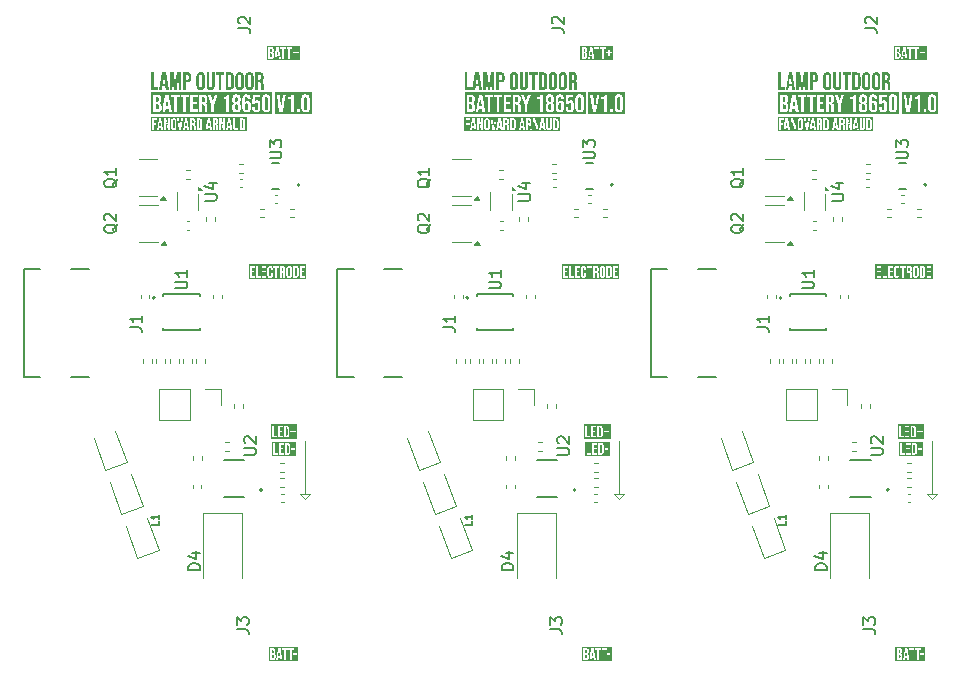
<source format=gbr>
%TF.GenerationSoftware,KiCad,Pcbnew,8.0.5*%
%TF.CreationDate,2025-01-30T01:50:55+01:00*%
%TF.ProjectId,LAMP_OUTDOOR_BATTERY_PANEL,4c414d50-5f4f-4555-9444-4f4f525f4241,rev?*%
%TF.SameCoordinates,Original*%
%TF.FileFunction,Legend,Top*%
%TF.FilePolarity,Positive*%
%FSLAX46Y46*%
G04 Gerber Fmt 4.6, Leading zero omitted, Abs format (unit mm)*
G04 Created by KiCad (PCBNEW 8.0.5) date 2025-01-30 01:50:55*
%MOMM*%
%LPD*%
G01*
G04 APERTURE LIST*
%ADD10C,0.100000*%
%ADD11C,0.150000*%
%ADD12C,0.120000*%
%ADD13C,0.200000*%
%ADD14C,0.127000*%
G04 APERTURE END LIST*
D10*
X159320000Y-106780000D02*
X158880000Y-106350000D01*
X159750000Y-106350000D02*
X159320000Y-106780000D01*
X159310000Y-101900000D02*
X159315000Y-106350000D01*
X159320000Y-106780000D02*
X159750000Y-106350000D01*
X158880000Y-106350000D02*
X159750000Y-106350000D01*
G36*
X153496289Y-73368635D02*
G01*
X153567743Y-73391607D01*
X153608374Y-73453454D01*
X153618690Y-73532972D01*
X153618690Y-73672923D01*
X153608374Y-73752441D01*
X153562521Y-73817983D01*
X153488265Y-73837421D01*
X153480263Y-73837260D01*
X153409010Y-73814289D01*
X153368493Y-73752441D01*
X153358205Y-73672923D01*
X153358205Y-73532972D01*
X153368493Y-73453454D01*
X153414217Y-73387912D01*
X153488265Y-73368475D01*
X153496289Y-73368635D01*
G37*
G36*
X153557723Y-72753320D02*
G01*
X153600614Y-72813753D01*
X153610264Y-72887072D01*
X153610264Y-73005774D01*
X153602639Y-73072132D01*
X153562608Y-73136120D01*
X153488265Y-73157449D01*
X153419015Y-73139526D01*
X153376253Y-73079093D01*
X153366632Y-73005774D01*
X153366632Y-72887072D01*
X153374234Y-72820714D01*
X153414145Y-72756727D01*
X153488265Y-72735397D01*
X153557723Y-72753320D01*
G37*
G36*
X154392301Y-73286451D02*
G01*
X154442337Y-73344990D01*
X154454001Y-73423429D01*
X154454001Y-73690875D01*
X154448286Y-73747977D01*
X154407347Y-73816813D01*
X154334566Y-73837421D01*
X154276655Y-73825829D01*
X154226464Y-73768155D01*
X154214765Y-73690875D01*
X154214765Y-73423429D01*
X154222253Y-73358354D01*
X154261562Y-73295603D01*
X154334566Y-73274685D01*
X154392301Y-73286451D01*
G37*
G36*
X156065297Y-72746960D02*
G01*
X156115487Y-72804490D01*
X156127187Y-72881577D01*
X156127187Y-73691242D01*
X156121454Y-73748200D01*
X156080389Y-73816865D01*
X156007385Y-73837421D01*
X155949651Y-73825858D01*
X155899614Y-73768328D01*
X155887951Y-73691242D01*
X155887951Y-72881577D01*
X155893666Y-72824618D01*
X155934605Y-72755954D01*
X156007385Y-72735397D01*
X156065297Y-72746960D01*
G37*
G36*
X146817556Y-73372231D02*
G01*
X146886381Y-73406943D01*
X146914523Y-73469282D01*
X146921185Y-73544696D01*
X146921185Y-73671092D01*
X146918867Y-73711718D01*
X146891876Y-73782100D01*
X146875252Y-73796045D01*
X146801750Y-73813974D01*
X146669493Y-73813974D01*
X146669493Y-73368475D01*
X146772075Y-73368475D01*
X146817556Y-73372231D01*
G37*
G36*
X146802286Y-72760133D02*
G01*
X146869894Y-72795481D01*
X146890143Y-72839729D01*
X146898104Y-72913817D01*
X146898104Y-72998080D01*
X146893992Y-73051427D01*
X146863300Y-73120812D01*
X146832577Y-73143138D01*
X146759619Y-73157449D01*
X146669493Y-73157449D01*
X146669493Y-72758845D01*
X146780501Y-72758845D01*
X146802286Y-72760133D01*
G37*
G36*
X147717295Y-73532606D02*
G01*
X147509566Y-73532606D01*
X147610316Y-72812700D01*
X147614346Y-72812700D01*
X147717295Y-73532606D01*
G37*
G36*
X150698445Y-72760107D02*
G01*
X150765812Y-72794748D01*
X150785347Y-72834649D01*
X150794388Y-72910886D01*
X150794388Y-73024825D01*
X150790276Y-73077042D01*
X150759584Y-73144993D01*
X150728861Y-73166871D01*
X150655903Y-73180896D01*
X150572005Y-73180896D01*
X150572005Y-72758845D01*
X150676785Y-72758845D01*
X150698445Y-72760107D01*
G37*
G36*
X156525029Y-74215114D02*
G01*
X146271650Y-74215114D01*
X146271650Y-73157449D01*
X146438317Y-73157449D01*
X146438317Y-73813974D01*
X146438317Y-74025000D01*
X146801750Y-74025000D01*
X147226000Y-74025000D01*
X147439957Y-74025000D01*
X147482089Y-73743632D01*
X147744772Y-73743632D01*
X147786538Y-74025000D01*
X148017713Y-74025000D01*
X147812340Y-72758845D01*
X147970452Y-72758845D01*
X148211887Y-72758845D01*
X148211887Y-74025000D01*
X148442696Y-74025000D01*
X148442696Y-72758845D01*
X148684496Y-72758845D01*
X148754472Y-72758845D01*
X148995906Y-72758845D01*
X148995906Y-74025000D01*
X149226716Y-74025000D01*
X149578792Y-74025000D01*
X150208938Y-74025000D01*
X150208938Y-73813974D01*
X149809967Y-73813974D01*
X149809967Y-73368475D01*
X150126873Y-73368475D01*
X150126873Y-73180896D01*
X150340829Y-73180896D01*
X150340829Y-74025000D01*
X150572005Y-74025000D01*
X150572005Y-73391922D01*
X150651506Y-73391922D01*
X150696808Y-73395858D01*
X150763980Y-73432222D01*
X150790345Y-73496506D01*
X150796586Y-73573272D01*
X150796586Y-73843649D01*
X150796838Y-73881545D01*
X150800616Y-73957588D01*
X150817469Y-74025000D01*
X151052675Y-74025000D01*
X151050617Y-74020278D01*
X151031426Y-73948429D01*
X151029301Y-73921603D01*
X151027396Y-73846214D01*
X151027396Y-73587194D01*
X151025221Y-73525256D01*
X151015126Y-73450783D01*
X150992591Y-73378733D01*
X150988093Y-73369185D01*
X150942042Y-73310709D01*
X150874256Y-73275418D01*
X150874256Y-73271388D01*
X150901296Y-73258426D01*
X150960401Y-73209281D01*
X151000592Y-73138934D01*
X151020245Y-73059986D01*
X151025564Y-72979396D01*
X151025564Y-72888538D01*
X151023561Y-72836470D01*
X151012020Y-72762316D01*
X150986775Y-72692358D01*
X150943499Y-72631350D01*
X150903109Y-72598802D01*
X150829293Y-72566173D01*
X150756587Y-72551816D01*
X150683014Y-72547819D01*
X151085648Y-72547819D01*
X151364817Y-73405111D01*
X151364817Y-74025000D01*
X151595627Y-74025000D01*
X151595627Y-73405111D01*
X151814000Y-72735397D01*
X152396866Y-72735397D01*
X152396866Y-72899528D01*
X152638300Y-72899528D01*
X152638300Y-74025000D01*
X152869109Y-74025000D01*
X152869109Y-73557519D01*
X153127030Y-73557519D01*
X153127030Y-73686845D01*
X153130314Y-73749755D01*
X153144911Y-73824620D01*
X153175292Y-73896525D01*
X153220452Y-73955390D01*
X153265325Y-73991650D01*
X153334300Y-74025183D01*
X153406268Y-74042631D01*
X153488265Y-74048447D01*
X153550814Y-74045175D01*
X153625358Y-74030635D01*
X153697122Y-74000374D01*
X153756077Y-73955390D01*
X153792479Y-73910734D01*
X153826144Y-73841726D01*
X153843661Y-73769438D01*
X153849500Y-73686845D01*
X153849500Y-73557152D01*
X153848623Y-73523999D01*
X153838140Y-73445753D01*
X153813596Y-73374337D01*
X153806547Y-73360675D01*
X153759706Y-73300869D01*
X153698558Y-73257833D01*
X153698558Y-73253803D01*
X153724027Y-73237318D01*
X153779697Y-73181963D01*
X153817553Y-73110030D01*
X153836063Y-73033489D01*
X153841074Y-72957780D01*
X153841074Y-72909787D01*
X153983589Y-72909787D01*
X153983589Y-73423429D01*
X153983589Y-73675854D01*
X153986758Y-73739666D01*
X154000840Y-73815973D01*
X154030148Y-73889830D01*
X154073715Y-73950994D01*
X154110457Y-73984113D01*
X154176100Y-74020943D01*
X154254378Y-74042356D01*
X154334566Y-74048447D01*
X154395506Y-74044995D01*
X154468023Y-74029653D01*
X154537672Y-73997724D01*
X154594685Y-73950261D01*
X154634275Y-73896085D01*
X154665293Y-73822985D01*
X154680847Y-73747205D01*
X154685177Y-73672557D01*
X154685177Y-73405478D01*
X154684466Y-73377267D01*
X154827693Y-73377267D01*
X155046046Y-73377267D01*
X155053533Y-73311871D01*
X155092843Y-73248811D01*
X155165847Y-73227791D01*
X155223581Y-73239122D01*
X155273618Y-73295498D01*
X155285282Y-73371039D01*
X155285282Y-73696371D01*
X155279566Y-73751331D01*
X155238627Y-73817586D01*
X155165847Y-73837421D01*
X155107935Y-73826264D01*
X155057745Y-73770753D01*
X155046046Y-73696371D01*
X155046046Y-73565579D01*
X154827693Y-73565579D01*
X154827693Y-73680617D01*
X154830784Y-73744352D01*
X154844522Y-73820315D01*
X154873116Y-73893457D01*
X154915620Y-73953558D01*
X154951538Y-73985806D01*
X155015944Y-74021667D01*
X155092986Y-74042516D01*
X155172075Y-74048447D01*
X155222570Y-74046130D01*
X155295287Y-74032787D01*
X155365216Y-74003597D01*
X155428164Y-73953558D01*
X155466792Y-73900802D01*
X155497057Y-73829189D01*
X155512232Y-73754634D01*
X155516457Y-73680983D01*
X155516457Y-73350889D01*
X155515884Y-73321003D01*
X155508752Y-73247982D01*
X155488373Y-73170359D01*
X155451245Y-73102494D01*
X155404741Y-73057285D01*
X155333162Y-73025137D01*
X155260369Y-73016765D01*
X155252033Y-73016871D01*
X155176112Y-73029622D01*
X155108220Y-73068195D01*
X155060700Y-73125575D01*
X155056670Y-73125575D01*
X155068318Y-72896964D01*
X155656775Y-72896964D01*
X155656775Y-73675854D01*
X155659943Y-73739666D01*
X155674025Y-73815973D01*
X155703334Y-73889830D01*
X155746900Y-73950994D01*
X155783630Y-73984113D01*
X155849205Y-74020943D01*
X155927358Y-74042356D01*
X156007385Y-74048447D01*
X156068450Y-74045021D01*
X156141093Y-74029794D01*
X156210828Y-73998102D01*
X156267870Y-73950994D01*
X156307461Y-73897253D01*
X156338479Y-73824806D01*
X156354032Y-73749753D01*
X156358362Y-73675854D01*
X156358362Y-72896964D01*
X156355181Y-72833152D01*
X156341042Y-72756845D01*
X156311614Y-72682988D01*
X156267870Y-72621824D01*
X156231253Y-72588706D01*
X156165748Y-72551875D01*
X156087551Y-72530462D01*
X156007385Y-72524371D01*
X155946433Y-72527798D01*
X155873859Y-72543025D01*
X155804091Y-72574716D01*
X155746900Y-72621824D01*
X155707471Y-72675565D01*
X155676578Y-72748012D01*
X155661088Y-72823065D01*
X155657673Y-72881577D01*
X155656775Y-72896964D01*
X155068318Y-72896964D01*
X155075355Y-72758845D01*
X155478722Y-72758845D01*
X155478722Y-72547819D01*
X154869458Y-72547819D01*
X154827693Y-73377267D01*
X154684466Y-73377267D01*
X154684158Y-73365040D01*
X154676006Y-73291584D01*
X154657092Y-73220770D01*
X154619964Y-73151221D01*
X154578500Y-73108894D01*
X154508338Y-73074006D01*
X154429088Y-73063660D01*
X154393185Y-73065692D01*
X154322448Y-73085125D01*
X154260166Y-73130848D01*
X154218795Y-73193719D01*
X154214765Y-73193719D01*
X154214765Y-72914549D01*
X154219196Y-72848037D01*
X154246272Y-72774965D01*
X154269256Y-72754099D01*
X154342993Y-72735397D01*
X154400727Y-72746670D01*
X154450764Y-72802758D01*
X154462427Y-72877913D01*
X154462427Y-72919312D01*
X154680780Y-72919312D01*
X154680780Y-72892201D01*
X154677676Y-72828480D01*
X154663880Y-72752573D01*
X154635168Y-72679550D01*
X154592487Y-72619626D01*
X154556693Y-72587254D01*
X154492425Y-72551255D01*
X154415464Y-72530325D01*
X154336398Y-72524371D01*
X154253708Y-72530394D01*
X154165851Y-72554858D01*
X154095220Y-72598142D01*
X154041816Y-72660245D01*
X154005640Y-72741168D01*
X153989102Y-72819455D01*
X153983589Y-72909787D01*
X153841074Y-72909787D01*
X153841074Y-72895498D01*
X153837866Y-72830892D01*
X153823613Y-72754047D01*
X153793947Y-72680297D01*
X153749849Y-72619993D01*
X153712858Y-72587496D01*
X153646938Y-72551358D01*
X153568499Y-72530348D01*
X153488265Y-72524371D01*
X153427274Y-72527733D01*
X153354527Y-72542674D01*
X153284402Y-72573769D01*
X153226681Y-72619993D01*
X153186770Y-72673092D01*
X153155500Y-72745475D01*
X153139821Y-72821055D01*
X153135969Y-72887072D01*
X153135456Y-72895865D01*
X153135456Y-72958147D01*
X153136306Y-72991994D01*
X153146468Y-73071040D01*
X153170261Y-73141695D01*
X153172473Y-73146153D01*
X153218097Y-73209202D01*
X153278338Y-73254169D01*
X153278338Y-73258565D01*
X153263749Y-73266683D01*
X153205887Y-73312144D01*
X153162567Y-73374703D01*
X153148720Y-73408746D01*
X153132027Y-73480805D01*
X153128629Y-73532972D01*
X153127030Y-73557519D01*
X152869109Y-73557519D01*
X152869109Y-72547819D01*
X152713771Y-72547819D01*
X152692201Y-72598927D01*
X152650756Y-72662124D01*
X152623424Y-72686478D01*
X152555135Y-72718545D01*
X152543597Y-72721556D01*
X152470530Y-72732616D01*
X152396866Y-72735397D01*
X151814000Y-72735397D01*
X151875163Y-72547819D01*
X151650215Y-72547819D01*
X151493045Y-73103593D01*
X151488649Y-73103593D01*
X151331112Y-72547819D01*
X151085648Y-72547819D01*
X150683014Y-72547819D01*
X150340829Y-72547819D01*
X150340829Y-73180896D01*
X150126873Y-73180896D01*
X150126873Y-73157449D01*
X149809967Y-73157449D01*
X149809967Y-72758845D01*
X150208938Y-72758845D01*
X150208938Y-72547819D01*
X149578792Y-72547819D01*
X149578792Y-74025000D01*
X149226716Y-74025000D01*
X149226716Y-72758845D01*
X149468516Y-72758845D01*
X149468516Y-72547819D01*
X148754472Y-72547819D01*
X148754472Y-72758845D01*
X148684496Y-72758845D01*
X148684496Y-72547819D01*
X147970452Y-72547819D01*
X147970452Y-72758845D01*
X147812340Y-72758845D01*
X147778111Y-72547819D01*
X147465236Y-72547819D01*
X147305745Y-73532606D01*
X147226000Y-74025000D01*
X146801750Y-74025000D01*
X146853530Y-74022835D01*
X146927930Y-74010367D01*
X146999205Y-73983094D01*
X147062968Y-73936339D01*
X147088721Y-73906674D01*
X147127132Y-73835591D01*
X147146774Y-73758218D01*
X147152361Y-73678785D01*
X147152361Y-73553855D01*
X147149671Y-73495323D01*
X147135546Y-73418493D01*
X147103764Y-73345496D01*
X147047264Y-73284010D01*
X146980170Y-73249406D01*
X146980170Y-73245376D01*
X147045932Y-73203061D01*
X147092277Y-73140596D01*
X147108466Y-73101487D01*
X147124908Y-73026604D01*
X147129280Y-72952285D01*
X147129280Y-72892201D01*
X147127277Y-72839588D01*
X147115736Y-72764672D01*
X147090491Y-72694022D01*
X147047215Y-72632449D01*
X147006843Y-72599473D01*
X146933112Y-72566414D01*
X146860526Y-72551868D01*
X146787096Y-72547819D01*
X146438317Y-72547819D01*
X146438317Y-73157449D01*
X146271650Y-73157449D01*
X146271650Y-72357704D01*
X156525029Y-72357704D01*
X156525029Y-74215114D01*
G37*
G36*
X156438561Y-69074821D02*
G01*
X156484445Y-69097962D01*
X156503206Y-69139521D01*
X156507648Y-69189797D01*
X156507648Y-69274061D01*
X156506102Y-69301145D01*
X156488108Y-69348066D01*
X156477026Y-69357363D01*
X156428024Y-69369316D01*
X156339853Y-69369316D01*
X156339853Y-69072316D01*
X156408241Y-69072316D01*
X156438561Y-69074821D01*
G37*
G36*
X156428381Y-68666755D02*
G01*
X156473454Y-68690321D01*
X156486953Y-68719819D01*
X156492260Y-68769211D01*
X156492260Y-68825387D01*
X156489519Y-68860951D01*
X156469057Y-68907208D01*
X156448575Y-68922092D01*
X156399937Y-68931632D01*
X156339853Y-68931632D01*
X156339853Y-68665896D01*
X156413858Y-68665896D01*
X156428381Y-68666755D01*
G37*
G36*
X157038387Y-69181737D02*
G01*
X156899902Y-69181737D01*
X156967068Y-68701800D01*
X156969755Y-68701800D01*
X157038387Y-69181737D01*
G37*
G36*
X158855290Y-69621111D02*
G01*
X156074625Y-69621111D01*
X156074625Y-68931632D01*
X156185736Y-68931632D01*
X156185736Y-69369316D01*
X156185736Y-69510000D01*
X156428024Y-69510000D01*
X156710858Y-69510000D01*
X156853496Y-69510000D01*
X156881583Y-69322421D01*
X157056706Y-69322421D01*
X157084549Y-69510000D01*
X157238666Y-69510000D01*
X157101751Y-68665896D01*
X157207159Y-68665896D01*
X157368115Y-68665896D01*
X157368115Y-69510000D01*
X157521988Y-69510000D01*
X157521988Y-68665896D01*
X157683188Y-68665896D01*
X157729839Y-68665896D01*
X157890795Y-68665896D01*
X157890795Y-69510000D01*
X158044668Y-69510000D01*
X158044668Y-68962896D01*
X158259846Y-68962896D01*
X158259846Y-69072316D01*
X158447424Y-69072316D01*
X158447424Y-69259895D01*
X158556601Y-69259895D01*
X158556601Y-69072316D01*
X158744179Y-69072316D01*
X158744179Y-68962896D01*
X158556601Y-68962896D01*
X158556601Y-68759685D01*
X158447424Y-68759685D01*
X158447424Y-68962896D01*
X158259846Y-68962896D01*
X158044668Y-68962896D01*
X158044668Y-68665896D01*
X158205868Y-68665896D01*
X158205868Y-68525212D01*
X157729839Y-68525212D01*
X157729839Y-68665896D01*
X157683188Y-68665896D01*
X157683188Y-68525212D01*
X157207159Y-68525212D01*
X157207159Y-68665896D01*
X157101751Y-68665896D01*
X157078932Y-68525212D01*
X156870348Y-68525212D01*
X156764021Y-69181737D01*
X156710858Y-69510000D01*
X156428024Y-69510000D01*
X156462544Y-69508556D01*
X156512144Y-69500245D01*
X156559661Y-69482062D01*
X156602170Y-69450893D01*
X156619338Y-69431116D01*
X156644946Y-69383727D01*
X156658040Y-69332145D01*
X156661765Y-69279190D01*
X156661765Y-69195903D01*
X156659971Y-69156882D01*
X156650555Y-69105662D01*
X156629367Y-69056997D01*
X156591700Y-69016007D01*
X156546971Y-68992937D01*
X156546971Y-68990251D01*
X156590812Y-68962041D01*
X156621709Y-68920397D01*
X156632502Y-68894324D01*
X156643463Y-68844402D01*
X156646378Y-68794856D01*
X156646378Y-68754801D01*
X156645042Y-68719725D01*
X156637348Y-68669781D01*
X156620518Y-68622681D01*
X156591667Y-68581632D01*
X156564753Y-68559648D01*
X156515599Y-68537609D01*
X156467208Y-68527912D01*
X156418255Y-68525212D01*
X156185736Y-68525212D01*
X156185736Y-68931632D01*
X156074625Y-68931632D01*
X156074625Y-68414101D01*
X158855290Y-68414101D01*
X158855290Y-69621111D01*
G37*
G36*
X156580222Y-119984821D02*
G01*
X156626106Y-120007962D01*
X156644867Y-120049521D01*
X156649309Y-120099797D01*
X156649309Y-120184061D01*
X156647763Y-120211145D01*
X156629769Y-120258066D01*
X156618687Y-120267363D01*
X156569685Y-120279316D01*
X156481514Y-120279316D01*
X156481514Y-119982316D01*
X156549902Y-119982316D01*
X156580222Y-119984821D01*
G37*
G36*
X156570042Y-119576755D02*
G01*
X156615115Y-119600321D01*
X156628614Y-119629819D01*
X156633921Y-119679211D01*
X156633921Y-119735387D01*
X156631180Y-119770951D01*
X156610718Y-119817208D01*
X156590236Y-119832092D01*
X156541598Y-119841632D01*
X156481514Y-119841632D01*
X156481514Y-119575896D01*
X156555519Y-119575896D01*
X156570042Y-119576755D01*
G37*
G36*
X157180048Y-120091737D02*
G01*
X157041563Y-120091737D01*
X157108729Y-119611800D01*
X157111416Y-119611800D01*
X157180048Y-120091737D01*
G37*
G36*
X158716072Y-120531111D02*
G01*
X156216286Y-120531111D01*
X156216286Y-119841632D01*
X156327397Y-119841632D01*
X156327397Y-120279316D01*
X156327397Y-120420000D01*
X156569685Y-120420000D01*
X156852519Y-120420000D01*
X156995157Y-120420000D01*
X157023244Y-120232421D01*
X157198367Y-120232421D01*
X157226210Y-120420000D01*
X157380327Y-120420000D01*
X157243412Y-119575896D01*
X157348820Y-119575896D01*
X157509776Y-119575896D01*
X157509776Y-120420000D01*
X157663649Y-120420000D01*
X157663649Y-119575896D01*
X157824849Y-119575896D01*
X157871500Y-119575896D01*
X158032456Y-119575896D01*
X158032456Y-120420000D01*
X158186329Y-120420000D01*
X158186329Y-119997948D01*
X158296971Y-119997948D01*
X158604961Y-119997948D01*
X158604961Y-119857264D01*
X158296971Y-119857264D01*
X158296971Y-119997948D01*
X158186329Y-119997948D01*
X158186329Y-119575896D01*
X158347529Y-119575896D01*
X158347529Y-119435212D01*
X157871500Y-119435212D01*
X157871500Y-119575896D01*
X157824849Y-119575896D01*
X157824849Y-119435212D01*
X157348820Y-119435212D01*
X157348820Y-119575896D01*
X157243412Y-119575896D01*
X157220593Y-119435212D01*
X157012009Y-119435212D01*
X156905682Y-120091737D01*
X156852519Y-120420000D01*
X156569685Y-120420000D01*
X156604205Y-120418556D01*
X156653805Y-120410245D01*
X156701322Y-120392062D01*
X156743831Y-120360893D01*
X156760999Y-120341116D01*
X156786607Y-120293727D01*
X156799701Y-120242145D01*
X156803426Y-120189190D01*
X156803426Y-120105903D01*
X156801632Y-120066882D01*
X156792216Y-120015662D01*
X156771028Y-119966997D01*
X156733361Y-119926007D01*
X156688632Y-119902937D01*
X156688632Y-119900251D01*
X156732473Y-119872041D01*
X156763370Y-119830397D01*
X156774163Y-119804324D01*
X156785124Y-119754402D01*
X156788039Y-119704856D01*
X156788039Y-119664801D01*
X156786703Y-119629725D01*
X156779009Y-119579781D01*
X156762179Y-119532681D01*
X156733328Y-119491632D01*
X156706414Y-119469648D01*
X156657260Y-119447609D01*
X156608869Y-119437912D01*
X156559916Y-119435212D01*
X156327397Y-119435212D01*
X156327397Y-119841632D01*
X156216286Y-119841632D01*
X156216286Y-119324101D01*
X158716072Y-119324101D01*
X158716072Y-120531111D01*
G37*
G36*
X157984302Y-87197973D02*
G01*
X158017762Y-87236326D01*
X158025561Y-87287718D01*
X158025561Y-87827494D01*
X158021739Y-87865467D01*
X157994363Y-87911243D01*
X157945694Y-87924947D01*
X157907204Y-87917238D01*
X157873846Y-87878885D01*
X157866071Y-87827494D01*
X157866071Y-87287718D01*
X157869881Y-87249745D01*
X157897173Y-87203969D01*
X157945694Y-87190265D01*
X157984302Y-87197973D01*
G37*
G36*
X157397887Y-87206738D02*
G01*
X157442798Y-87229832D01*
X157455821Y-87256433D01*
X157461849Y-87307257D01*
X157461849Y-87383217D01*
X157459107Y-87418028D01*
X157438646Y-87463328D01*
X157418164Y-87477914D01*
X157369525Y-87487264D01*
X157313593Y-87487264D01*
X157313593Y-87205896D01*
X157383447Y-87205896D01*
X157397887Y-87206738D01*
G37*
G36*
X158529008Y-87206686D02*
G01*
X158573398Y-87228367D01*
X158586682Y-87251300D01*
X158593914Y-87301639D01*
X158593914Y-87813572D01*
X158592291Y-87839908D01*
X158573398Y-87886845D01*
X158563699Y-87895601D01*
X158515512Y-87909316D01*
X158437110Y-87909316D01*
X158437110Y-87205896D01*
X158515512Y-87205896D01*
X158529008Y-87206686D01*
G37*
G36*
X159381822Y-88176742D02*
G01*
X154506286Y-88176742D01*
X154506286Y-88050000D01*
X154617397Y-88050000D01*
X155037494Y-88050000D01*
X155125422Y-88050000D01*
X155532819Y-88050000D01*
X155607069Y-88050000D01*
X156027166Y-88050000D01*
X156027166Y-87909316D01*
X155761186Y-87909316D01*
X155761186Y-87612316D01*
X155972456Y-87612316D01*
X155972456Y-87471632D01*
X155761186Y-87471632D01*
X155761186Y-87292358D01*
X156105324Y-87292358D01*
X156105324Y-87822854D01*
X156106743Y-87857756D01*
X156114918Y-87908291D01*
X156132799Y-87957334D01*
X156163454Y-88002128D01*
X156182895Y-88020422D01*
X156229435Y-88047709D01*
X156280049Y-88061662D01*
X156331981Y-88065631D01*
X156358821Y-88064643D01*
X156413211Y-88055191D01*
X156459294Y-88035731D01*
X156500753Y-88002372D01*
X156523403Y-87972088D01*
X156544351Y-87925802D01*
X156555250Y-87877717D01*
X156558883Y-87823098D01*
X156558883Y-87683635D01*
X156413314Y-87683635D01*
X156413314Y-87834577D01*
X156410609Y-87865289D01*
X156386191Y-87910033D01*
X156336378Y-87924947D01*
X156306304Y-87920623D01*
X156268317Y-87886028D01*
X156259197Y-87834577D01*
X156259197Y-87282100D01*
X156261910Y-87250890D01*
X156286406Y-87205421D01*
X156336378Y-87190265D01*
X156370037Y-87196020D01*
X156405801Y-87233787D01*
X156413314Y-87282344D01*
X156413314Y-87396894D01*
X156558883Y-87396894D01*
X156558883Y-87292358D01*
X156557464Y-87257456D01*
X156549289Y-87206920D01*
X156548916Y-87205896D01*
X156609930Y-87205896D01*
X156770886Y-87205896D01*
X156770886Y-88050000D01*
X156924759Y-88050000D01*
X156924759Y-87487264D01*
X157159476Y-87487264D01*
X157159476Y-88050000D01*
X157313593Y-88050000D01*
X157313593Y-87627948D01*
X157366594Y-87627948D01*
X157396795Y-87630572D01*
X157441577Y-87654815D01*
X157459154Y-87697671D01*
X157463314Y-87748848D01*
X157463314Y-87929099D01*
X157463482Y-87954363D01*
X157466001Y-88005059D01*
X157477236Y-88050000D01*
X157634040Y-88050000D01*
X157632668Y-88046852D01*
X157619874Y-87998953D01*
X157618457Y-87981069D01*
X157617187Y-87930809D01*
X157617187Y-87758129D01*
X157615737Y-87716837D01*
X157609007Y-87667189D01*
X157593984Y-87619155D01*
X157590985Y-87612790D01*
X157560285Y-87573806D01*
X157515094Y-87550279D01*
X157515094Y-87547592D01*
X157533121Y-87538950D01*
X157572524Y-87506187D01*
X157599318Y-87459289D01*
X157612420Y-87406657D01*
X157615966Y-87352930D01*
X157615966Y-87297976D01*
X157711953Y-87297976D01*
X157711953Y-87817236D01*
X157714066Y-87859777D01*
X157723454Y-87910648D01*
X157742993Y-87959887D01*
X157772037Y-88000662D01*
X157796523Y-88022742D01*
X157840240Y-88047295D01*
X157892342Y-88061571D01*
X157945694Y-88065631D01*
X157986403Y-88063347D01*
X158034832Y-88053196D01*
X158081322Y-88032068D01*
X158119351Y-88000662D01*
X158145744Y-87964835D01*
X158166423Y-87916537D01*
X158167919Y-87909316D01*
X158282993Y-87909316D01*
X158282993Y-88050000D01*
X158518199Y-88050000D01*
X158850614Y-88050000D01*
X159270711Y-88050000D01*
X159270711Y-87909316D01*
X159004731Y-87909316D01*
X159004731Y-87612316D01*
X159216001Y-87612316D01*
X159216001Y-87471632D01*
X159004731Y-87471632D01*
X159004731Y-87205896D01*
X159270711Y-87205896D01*
X159270711Y-87065212D01*
X158850614Y-87065212D01*
X158850614Y-88050000D01*
X158518199Y-88050000D01*
X158552671Y-88048491D01*
X158601997Y-88039801D01*
X158648912Y-88020792D01*
X158690390Y-87988206D01*
X158715502Y-87953600D01*
X158735176Y-87906092D01*
X158745041Y-87856240D01*
X158747787Y-87806734D01*
X158747787Y-87308478D01*
X158746386Y-87272562D01*
X158738315Y-87220951D01*
X158720658Y-87171500D01*
X158690390Y-87127250D01*
X158666849Y-87106167D01*
X158623969Y-87082721D01*
X158572009Y-87069090D01*
X158518199Y-87065212D01*
X158282993Y-87065212D01*
X158282993Y-87909316D01*
X158167919Y-87909316D01*
X158176792Y-87866502D01*
X158179678Y-87817236D01*
X158179678Y-87297976D01*
X158177558Y-87255435D01*
X158168131Y-87204563D01*
X158148513Y-87155325D01*
X158119351Y-87114549D01*
X158094939Y-87092470D01*
X158051269Y-87067917D01*
X157999137Y-87053641D01*
X157945694Y-87049581D01*
X157905059Y-87051865D01*
X157856676Y-87062016D01*
X157810164Y-87083144D01*
X157772037Y-87114549D01*
X157745751Y-87150377D01*
X157725155Y-87198675D01*
X157714829Y-87248710D01*
X157712552Y-87287718D01*
X157711953Y-87297976D01*
X157615966Y-87297976D01*
X157615966Y-87292358D01*
X157614630Y-87257647D01*
X157606937Y-87208210D01*
X157590107Y-87161572D01*
X157561256Y-87120900D01*
X157534330Y-87099201D01*
X157485118Y-87077448D01*
X157436648Y-87067877D01*
X157387599Y-87065212D01*
X157159476Y-87065212D01*
X157159476Y-87487264D01*
X156924759Y-87487264D01*
X156924759Y-87205896D01*
X157085959Y-87205896D01*
X157085959Y-87065212D01*
X156609930Y-87065212D01*
X156609930Y-87205896D01*
X156548916Y-87205896D01*
X156531408Y-87157878D01*
X156500753Y-87113084D01*
X156481306Y-87094790D01*
X156434718Y-87067503D01*
X156384020Y-87053550D01*
X156331981Y-87049581D01*
X156305199Y-87050573D01*
X156250909Y-87060061D01*
X156204889Y-87079596D01*
X156163454Y-87113084D01*
X156140804Y-87143368D01*
X156119856Y-87189654D01*
X156108957Y-87237739D01*
X156105324Y-87292358D01*
X155761186Y-87292358D01*
X155761186Y-87205896D01*
X156027166Y-87205896D01*
X156027166Y-87065212D01*
X155607069Y-87065212D01*
X155607069Y-88050000D01*
X155532819Y-88050000D01*
X155532819Y-87909316D01*
X155279539Y-87909316D01*
X155279539Y-87065212D01*
X155125422Y-87065212D01*
X155125422Y-88050000D01*
X155037494Y-88050000D01*
X155037494Y-87909316D01*
X154771514Y-87909316D01*
X154771514Y-87612316D01*
X154982784Y-87612316D01*
X154982784Y-87471632D01*
X154771514Y-87471632D01*
X154771514Y-87205896D01*
X155037494Y-87205896D01*
X155037494Y-87065212D01*
X154617397Y-87065212D01*
X154617397Y-88050000D01*
X154506286Y-88050000D01*
X154506286Y-86938470D01*
X159381822Y-86938470D01*
X159381822Y-88176742D01*
G37*
G36*
X157742225Y-100736686D02*
G01*
X157786615Y-100758367D01*
X157799899Y-100781300D01*
X157807132Y-100831639D01*
X157807132Y-101343572D01*
X157805509Y-101369908D01*
X157786615Y-101416845D01*
X157776916Y-101425601D01*
X157728730Y-101439316D01*
X157650328Y-101439316D01*
X157650328Y-100735896D01*
X157728730Y-100735896D01*
X157742225Y-100736686D01*
G37*
G36*
X158639736Y-101691111D02*
G01*
X156395428Y-101691111D01*
X156395428Y-101580000D01*
X156506539Y-101580000D01*
X156913936Y-101580000D01*
X156988185Y-101580000D01*
X157408283Y-101580000D01*
X157408283Y-101439316D01*
X157496211Y-101439316D01*
X157496211Y-101580000D01*
X157731416Y-101580000D01*
X157765888Y-101578491D01*
X157815214Y-101569801D01*
X157862129Y-101550792D01*
X157903608Y-101518206D01*
X157928719Y-101483600D01*
X157948393Y-101436092D01*
X157958258Y-101386240D01*
X157961005Y-101336734D01*
X157961005Y-101032896D01*
X158044292Y-101032896D01*
X158044292Y-101142316D01*
X158231870Y-101142316D01*
X158231870Y-101329895D01*
X158341047Y-101329895D01*
X158341047Y-101142316D01*
X158528625Y-101142316D01*
X158528625Y-101032896D01*
X158341047Y-101032896D01*
X158341047Y-100829685D01*
X158231870Y-100829685D01*
X158231870Y-101032896D01*
X158044292Y-101032896D01*
X157961005Y-101032896D01*
X157961005Y-100838478D01*
X157959603Y-100802562D01*
X157951532Y-100750951D01*
X157933876Y-100701500D01*
X157903608Y-100657250D01*
X157880066Y-100636167D01*
X157837186Y-100612721D01*
X157785226Y-100599090D01*
X157731416Y-100595212D01*
X157496211Y-100595212D01*
X157496211Y-101439316D01*
X157408283Y-101439316D01*
X157142303Y-101439316D01*
X157142303Y-101142316D01*
X157353573Y-101142316D01*
X157353573Y-101001632D01*
X157142303Y-101001632D01*
X157142303Y-100735896D01*
X157408283Y-100735896D01*
X157408283Y-100595212D01*
X156988185Y-100595212D01*
X156988185Y-101580000D01*
X156913936Y-101580000D01*
X156913936Y-101439316D01*
X156660656Y-101439316D01*
X156660656Y-100595212D01*
X156506539Y-100595212D01*
X156506539Y-101580000D01*
X156395428Y-101580000D01*
X156395428Y-100484101D01*
X158639736Y-100484101D01*
X158639736Y-101691111D01*
G37*
G36*
X146271650Y-70657819D02*
G01*
X146502826Y-70657819D01*
X146502826Y-71923974D01*
X146882746Y-71923974D01*
X146882746Y-72135000D01*
X146271650Y-72135000D01*
X146271650Y-70657819D01*
G37*
G36*
X147732344Y-72135000D02*
G01*
X147501169Y-72135000D01*
X147459403Y-71853632D01*
X147196720Y-71853632D01*
X147154588Y-72135000D01*
X146940631Y-72135000D01*
X147020376Y-71642606D01*
X147224197Y-71642606D01*
X147431926Y-71642606D01*
X147328977Y-70922700D01*
X147324947Y-70922700D01*
X147224197Y-71642606D01*
X147020376Y-71642606D01*
X147179867Y-70657819D01*
X147492742Y-70657819D01*
X147732344Y-72135000D01*
G37*
G36*
X147842620Y-70657819D02*
G01*
X148172348Y-70657819D01*
X148319260Y-71721008D01*
X148323656Y-71721008D01*
X148470568Y-70657819D01*
X148800296Y-70657819D01*
X148800296Y-72135000D01*
X148581943Y-72135000D01*
X148581943Y-71032243D01*
X148577547Y-71032243D01*
X148409752Y-72135000D01*
X148216312Y-72135000D01*
X148048517Y-71032243D01*
X148044120Y-71032243D01*
X148044120Y-72135000D01*
X147842620Y-72135000D01*
X147842620Y-70657819D01*
G37*
G36*
X149393555Y-70663566D02*
G01*
X149471495Y-70683772D01*
X149542120Y-70723285D01*
X149571127Y-70749776D01*
X149616529Y-70815622D01*
X149643013Y-70889199D01*
X149655120Y-70965986D01*
X149657222Y-71019420D01*
X149657222Y-71163768D01*
X149653103Y-71237403D01*
X149638305Y-71311512D01*
X149608794Y-71382075D01*
X149571127Y-71433412D01*
X149508909Y-71481905D01*
X149438536Y-71510193D01*
X149364548Y-71523124D01*
X149312840Y-71525369D01*
X149203663Y-71525369D01*
X149203663Y-72135000D01*
X148972488Y-72135000D01*
X148972488Y-71314344D01*
X149203663Y-71314344D01*
X149312840Y-71314344D01*
X149383778Y-71295337D01*
X149397470Y-71283203D01*
X149424260Y-71212174D01*
X149426046Y-71177690D01*
X149426046Y-71005498D01*
X149415972Y-70932422D01*
X149397470Y-70899986D01*
X149329782Y-70869605D01*
X149312840Y-70868845D01*
X149203663Y-70868845D01*
X149203663Y-71314344D01*
X148972488Y-71314344D01*
X148972488Y-70657819D01*
X149312840Y-70657819D01*
X149393555Y-70663566D01*
G37*
G36*
X150532398Y-70640462D02*
G01*
X150610596Y-70661875D01*
X150676100Y-70698706D01*
X150712718Y-70731824D01*
X150756461Y-70792988D01*
X150785889Y-70866845D01*
X150800028Y-70943152D01*
X150803210Y-71006964D01*
X150803210Y-71785854D01*
X150798880Y-71859753D01*
X150783326Y-71934806D01*
X150752308Y-72007253D01*
X150712718Y-72060994D01*
X150655676Y-72108102D01*
X150585940Y-72139794D01*
X150513297Y-72155021D01*
X150452233Y-72158447D01*
X150372205Y-72152356D01*
X150294053Y-72130943D01*
X150228477Y-72094113D01*
X150191748Y-72060994D01*
X150148181Y-71999830D01*
X150118873Y-71925973D01*
X150104791Y-71849666D01*
X150101622Y-71785854D01*
X150101622Y-71006964D01*
X150102520Y-70991577D01*
X150332798Y-70991577D01*
X150332798Y-71801242D01*
X150344462Y-71878328D01*
X150394498Y-71935858D01*
X150452233Y-71947421D01*
X150525237Y-71926865D01*
X150566301Y-71858200D01*
X150572034Y-71801242D01*
X150572034Y-70991577D01*
X150560335Y-70914490D01*
X150510144Y-70856960D01*
X150452233Y-70845397D01*
X150379452Y-70865954D01*
X150338513Y-70934618D01*
X150332798Y-70991577D01*
X150102520Y-70991577D01*
X150105935Y-70933065D01*
X150121425Y-70858012D01*
X150152318Y-70785565D01*
X150191748Y-70731824D01*
X150248938Y-70684716D01*
X150318706Y-70653025D01*
X150391280Y-70637798D01*
X150452233Y-70634371D01*
X150532398Y-70640462D01*
G37*
G36*
X151294138Y-72158447D02*
G01*
X151215209Y-72152448D01*
X151138293Y-72131357D01*
X151073954Y-72095080D01*
X151038049Y-72062459D01*
X150995368Y-72001682D01*
X150966655Y-71927748D01*
X150952860Y-71850983D01*
X150949755Y-71786587D01*
X150949755Y-70657819D01*
X151180931Y-70657819D01*
X151180931Y-71803806D01*
X151191651Y-71879139D01*
X151211340Y-71913715D01*
X151278167Y-71946236D01*
X151298534Y-71947421D01*
X151370814Y-71926849D01*
X151385363Y-71913715D01*
X151413703Y-71843161D01*
X151416137Y-71803806D01*
X151416137Y-70657819D01*
X151638520Y-70657819D01*
X151638520Y-71786587D01*
X151634295Y-71861147D01*
X151619120Y-71936612D01*
X151588855Y-72009085D01*
X151550227Y-72062459D01*
X151487437Y-72113078D01*
X151417527Y-72142605D01*
X151344729Y-72156103D01*
X151294138Y-72158447D01*
G37*
G36*
X151982903Y-70868845D02*
G01*
X151741469Y-70868845D01*
X151741469Y-70657819D01*
X152455513Y-70657819D01*
X152455513Y-70868845D01*
X152213712Y-70868845D01*
X152213712Y-72135000D01*
X151982903Y-72135000D01*
X151982903Y-70868845D01*
G37*
G36*
X152999312Y-70663635D02*
G01*
X153077252Y-70684082D01*
X153141571Y-70719251D01*
X153176884Y-70750875D01*
X153222286Y-70817250D01*
X153248770Y-70891426D01*
X153260878Y-70968843D01*
X153262979Y-71022718D01*
X153262979Y-71770101D01*
X153258860Y-71844360D01*
X153244062Y-71919138D01*
X153214551Y-71990400D01*
X153176884Y-72042309D01*
X153114666Y-72091189D01*
X153044293Y-72119702D01*
X152970305Y-72132737D01*
X152918597Y-72135000D01*
X152565788Y-72135000D01*
X152565788Y-71923974D01*
X152796964Y-71923974D01*
X152914567Y-71923974D01*
X152986847Y-71903401D01*
X153001395Y-71890268D01*
X153029736Y-71819862D01*
X153032170Y-71780359D01*
X153032170Y-71012459D01*
X153021321Y-70936950D01*
X153001395Y-70902550D01*
X152934810Y-70870030D01*
X152914567Y-70868845D01*
X152796964Y-70868845D01*
X152796964Y-71923974D01*
X152565788Y-71923974D01*
X152565788Y-70657819D01*
X152918597Y-70657819D01*
X152999312Y-70663635D01*
G37*
G36*
X153831142Y-70640462D02*
G01*
X153909339Y-70661875D01*
X153974844Y-70698706D01*
X154011462Y-70731824D01*
X154055205Y-70792988D01*
X154084633Y-70866845D01*
X154098772Y-70943152D01*
X154101954Y-71006964D01*
X154101954Y-71785854D01*
X154097623Y-71859753D01*
X154082070Y-71934806D01*
X154051052Y-72007253D01*
X154011462Y-72060994D01*
X153954419Y-72108102D01*
X153884684Y-72139794D01*
X153812041Y-72155021D01*
X153750977Y-72158447D01*
X153670949Y-72152356D01*
X153592796Y-72130943D01*
X153527221Y-72094113D01*
X153490492Y-72060994D01*
X153446925Y-71999830D01*
X153417617Y-71925973D01*
X153403535Y-71849666D01*
X153400366Y-71785854D01*
X153400366Y-71006964D01*
X153401264Y-70991577D01*
X153631542Y-70991577D01*
X153631542Y-71801242D01*
X153643205Y-71878328D01*
X153693242Y-71935858D01*
X153750977Y-71947421D01*
X153823980Y-71926865D01*
X153865045Y-71858200D01*
X153870778Y-71801242D01*
X153870778Y-70991577D01*
X153859078Y-70914490D01*
X153808888Y-70856960D01*
X153750977Y-70845397D01*
X153678196Y-70865954D01*
X153637257Y-70934618D01*
X153631542Y-70991577D01*
X153401264Y-70991577D01*
X153404679Y-70933065D01*
X153420169Y-70858012D01*
X153451062Y-70785565D01*
X153490492Y-70731824D01*
X153547682Y-70684716D01*
X153617450Y-70653025D01*
X153690024Y-70637798D01*
X153750977Y-70634371D01*
X153831142Y-70640462D01*
G37*
G36*
X154670849Y-70640462D02*
G01*
X154749046Y-70661875D01*
X154814551Y-70698706D01*
X154851169Y-70731824D01*
X154894912Y-70792988D01*
X154924340Y-70866845D01*
X154938479Y-70943152D01*
X154941661Y-71006964D01*
X154941661Y-71785854D01*
X154937330Y-71859753D01*
X154921777Y-71934806D01*
X154890759Y-72007253D01*
X154851169Y-72060994D01*
X154794126Y-72108102D01*
X154724391Y-72139794D01*
X154651748Y-72155021D01*
X154590684Y-72158447D01*
X154510656Y-72152356D01*
X154432503Y-72130943D01*
X154366928Y-72094113D01*
X154330199Y-72060994D01*
X154286632Y-71999830D01*
X154257324Y-71925973D01*
X154243241Y-71849666D01*
X154240073Y-71785854D01*
X154240073Y-71006964D01*
X154240971Y-70991577D01*
X154471249Y-70991577D01*
X154471249Y-71801242D01*
X154482912Y-71878328D01*
X154532949Y-71935858D01*
X154590684Y-71947421D01*
X154663687Y-71926865D01*
X154704752Y-71858200D01*
X154710485Y-71801242D01*
X154710485Y-70991577D01*
X154698785Y-70914490D01*
X154648595Y-70856960D01*
X154590684Y-70845397D01*
X154517903Y-70865954D01*
X154476964Y-70934618D01*
X154471249Y-70991577D01*
X154240971Y-70991577D01*
X154244386Y-70933065D01*
X154259876Y-70858012D01*
X154290769Y-70785565D01*
X154330199Y-70731824D01*
X154387389Y-70684716D01*
X154457157Y-70653025D01*
X154529731Y-70637798D01*
X154590684Y-70634371D01*
X154670849Y-70640462D01*
G37*
G36*
X155512390Y-70661816D02*
G01*
X155585096Y-70676173D01*
X155658913Y-70708802D01*
X155699302Y-70741350D01*
X155742579Y-70802358D01*
X155767823Y-70872316D01*
X155779364Y-70946470D01*
X155781367Y-70998538D01*
X155781367Y-71089396D01*
X155776048Y-71169986D01*
X155756396Y-71248934D01*
X155716204Y-71319281D01*
X155657100Y-71368426D01*
X155630059Y-71381388D01*
X155630059Y-71385418D01*
X155697845Y-71420709D01*
X155743897Y-71479185D01*
X155748395Y-71488733D01*
X155770929Y-71560783D01*
X155781024Y-71635256D01*
X155783199Y-71697194D01*
X155783199Y-71956214D01*
X155785104Y-72031603D01*
X155787229Y-72058429D01*
X155806420Y-72130278D01*
X155808478Y-72135000D01*
X155573273Y-72135000D01*
X155556420Y-72067588D01*
X155552642Y-71991545D01*
X155552390Y-71953649D01*
X155552390Y-71683272D01*
X155546149Y-71606506D01*
X155519783Y-71542222D01*
X155452611Y-71505858D01*
X155407310Y-71501922D01*
X155327809Y-71501922D01*
X155327809Y-72135000D01*
X155096633Y-72135000D01*
X155096633Y-71290896D01*
X155327809Y-71290896D01*
X155411706Y-71290896D01*
X155484664Y-71276871D01*
X155515387Y-71254993D01*
X155546079Y-71187042D01*
X155550192Y-71134825D01*
X155550192Y-71020886D01*
X155541150Y-70944649D01*
X155521615Y-70904748D01*
X155454249Y-70870107D01*
X155432589Y-70868845D01*
X155327809Y-70868845D01*
X155327809Y-71290896D01*
X155096633Y-71290896D01*
X155096633Y-70657819D01*
X155438817Y-70657819D01*
X155512390Y-70661816D01*
G37*
G36*
X157833083Y-102186686D02*
G01*
X157877473Y-102208367D01*
X157890757Y-102231300D01*
X157897990Y-102281639D01*
X157897990Y-102793572D01*
X157896367Y-102819908D01*
X157877473Y-102866845D01*
X157867774Y-102875601D01*
X157819588Y-102889316D01*
X157741186Y-102889316D01*
X157741186Y-102185896D01*
X157819588Y-102185896D01*
X157833083Y-102186686D01*
G37*
G36*
X158551320Y-103141111D02*
G01*
X156486286Y-103141111D01*
X156486286Y-103030000D01*
X156597397Y-103030000D01*
X157004794Y-103030000D01*
X157079043Y-103030000D01*
X157499141Y-103030000D01*
X157499141Y-102889316D01*
X157587069Y-102889316D01*
X157587069Y-103030000D01*
X157822274Y-103030000D01*
X157856746Y-103028491D01*
X157906072Y-103019801D01*
X157952987Y-103000792D01*
X157994466Y-102968206D01*
X158019577Y-102933600D01*
X158039251Y-102886092D01*
X158049116Y-102836240D01*
X158051863Y-102786734D01*
X158051863Y-102607948D01*
X158132219Y-102607948D01*
X158440209Y-102607948D01*
X158440209Y-102467264D01*
X158132219Y-102467264D01*
X158132219Y-102607948D01*
X158051863Y-102607948D01*
X158051863Y-102288478D01*
X158050461Y-102252562D01*
X158042390Y-102200951D01*
X158024734Y-102151500D01*
X157994466Y-102107250D01*
X157970924Y-102086167D01*
X157928044Y-102062721D01*
X157876084Y-102049090D01*
X157822274Y-102045212D01*
X157587069Y-102045212D01*
X157587069Y-102889316D01*
X157499141Y-102889316D01*
X157233161Y-102889316D01*
X157233161Y-102592316D01*
X157444431Y-102592316D01*
X157444431Y-102451632D01*
X157233161Y-102451632D01*
X157233161Y-102185896D01*
X157499141Y-102185896D01*
X157499141Y-102045212D01*
X157079043Y-102045212D01*
X157079043Y-103030000D01*
X157004794Y-103030000D01*
X157004794Y-102889316D01*
X156751514Y-102889316D01*
X156751514Y-102045212D01*
X156597397Y-102045212D01*
X156597397Y-103030000D01*
X156486286Y-103030000D01*
X156486286Y-101934101D01*
X158551320Y-101934101D01*
X158551320Y-103141111D01*
G37*
G36*
X159393285Y-72746960D02*
G01*
X159443475Y-72804490D01*
X159455174Y-72881577D01*
X159455174Y-73691242D01*
X159449441Y-73748200D01*
X159408377Y-73816865D01*
X159335373Y-73837421D01*
X159277638Y-73825858D01*
X159227602Y-73768328D01*
X159215938Y-73691242D01*
X159215938Y-72881577D01*
X159221653Y-72824618D01*
X159262592Y-72755954D01*
X159335373Y-72735397D01*
X159393285Y-72746960D01*
G37*
G36*
X159853017Y-74215114D02*
G01*
X156738612Y-74215114D01*
X156738612Y-72547819D01*
X156905279Y-72547819D01*
X157127662Y-74025000D01*
X157434309Y-74025000D01*
X157628772Y-72735397D01*
X157849766Y-72735397D01*
X157849766Y-72899528D01*
X158091200Y-72899528D01*
X158091200Y-74025000D01*
X158322009Y-74025000D01*
X158607407Y-74025000D01*
X158830157Y-74025000D01*
X158830157Y-73813974D01*
X158607407Y-73813974D01*
X158607407Y-74025000D01*
X158322009Y-74025000D01*
X158322009Y-72896964D01*
X158984762Y-72896964D01*
X158984762Y-73675854D01*
X158987931Y-73739666D01*
X159002013Y-73815973D01*
X159031321Y-73889830D01*
X159074888Y-73950994D01*
X159111617Y-73984113D01*
X159177193Y-74020943D01*
X159255345Y-74042356D01*
X159335373Y-74048447D01*
X159396437Y-74045021D01*
X159469080Y-74029794D01*
X159538816Y-73998102D01*
X159595858Y-73950994D01*
X159635448Y-73897253D01*
X159666466Y-73824806D01*
X159682020Y-73749753D01*
X159686350Y-73675854D01*
X159686350Y-72896964D01*
X159683168Y-72833152D01*
X159669029Y-72756845D01*
X159639602Y-72682988D01*
X159595858Y-72621824D01*
X159559240Y-72588706D01*
X159493736Y-72551875D01*
X159415538Y-72530462D01*
X159335373Y-72524371D01*
X159274420Y-72527798D01*
X159201846Y-72543025D01*
X159132078Y-72574716D01*
X159074888Y-72621824D01*
X159035458Y-72675565D01*
X159004565Y-72748012D01*
X158989075Y-72823065D01*
X158985660Y-72881577D01*
X158984762Y-72896964D01*
X158322009Y-72896964D01*
X158322009Y-72547819D01*
X158166671Y-72547819D01*
X158145101Y-72598927D01*
X158103656Y-72662124D01*
X158076324Y-72686478D01*
X158008035Y-72718545D01*
X157996497Y-72721556D01*
X157923430Y-72732616D01*
X157849766Y-72735397D01*
X157628772Y-72735397D01*
X157657058Y-72547819D01*
X157444933Y-72547819D01*
X157293625Y-73698569D01*
X157289595Y-73698569D01*
X157138286Y-72547819D01*
X156905279Y-72547819D01*
X156738612Y-72547819D01*
X156738612Y-72357704D01*
X159853017Y-72357704D01*
X159853017Y-74215114D01*
G37*
G36*
X148210570Y-74697973D02*
G01*
X148244030Y-74736326D01*
X148251829Y-74787718D01*
X148251829Y-75327494D01*
X148248008Y-75365467D01*
X148220631Y-75411243D01*
X148171962Y-75424947D01*
X148133472Y-75417238D01*
X148100115Y-75378885D01*
X148092339Y-75327494D01*
X148092339Y-74787718D01*
X148096149Y-74749745D01*
X148123442Y-74703969D01*
X148171962Y-74690265D01*
X148210570Y-74697973D01*
G37*
G36*
X147077754Y-75221737D02*
G01*
X146939268Y-75221737D01*
X147006435Y-74741800D01*
X147009122Y-74741800D01*
X147077754Y-75221737D01*
G37*
G36*
X149288640Y-75221737D02*
G01*
X149150155Y-75221737D01*
X149217321Y-74741800D01*
X149220008Y-74741800D01*
X149288640Y-75221737D01*
G37*
G36*
X149800847Y-74706738D02*
G01*
X149845758Y-74729832D01*
X149858781Y-74756433D01*
X149864809Y-74807257D01*
X149864809Y-74883217D01*
X149862067Y-74918028D01*
X149841606Y-74963328D01*
X149821124Y-74977914D01*
X149772485Y-74987264D01*
X149716554Y-74987264D01*
X149716554Y-74705896D01*
X149786407Y-74705896D01*
X149800847Y-74706738D01*
G37*
G36*
X150372164Y-74706686D02*
G01*
X150416554Y-74728367D01*
X150429837Y-74751300D01*
X150437070Y-74801639D01*
X150437070Y-75313572D01*
X150435447Y-75339908D01*
X150416554Y-75386845D01*
X150406855Y-75395601D01*
X150358668Y-75409316D01*
X150280266Y-75409316D01*
X150280266Y-74705896D01*
X150358668Y-74705896D01*
X150372164Y-74706686D01*
G37*
G36*
X151204481Y-75221737D02*
G01*
X151065996Y-75221737D01*
X151133162Y-74741800D01*
X151135849Y-74741800D01*
X151204481Y-75221737D01*
G37*
G36*
X151716688Y-74706738D02*
G01*
X151761599Y-74729832D01*
X151774622Y-74756433D01*
X151780650Y-74807257D01*
X151780650Y-74883217D01*
X151777908Y-74918028D01*
X151757447Y-74963328D01*
X151736965Y-74977914D01*
X151688326Y-74987264D01*
X151632395Y-74987264D01*
X151632395Y-74705896D01*
X151702248Y-74705896D01*
X151716688Y-74706738D01*
G37*
G36*
X152926882Y-75221737D02*
G01*
X152788396Y-75221737D01*
X152855563Y-74741800D01*
X152858250Y-74741800D01*
X152926882Y-75221737D01*
G37*
G36*
X154007474Y-74706686D02*
G01*
X154051864Y-74728367D01*
X154065148Y-74751300D01*
X154072381Y-74801639D01*
X154072381Y-75313572D01*
X154070758Y-75339908D01*
X154051864Y-75386845D01*
X154042166Y-75395601D01*
X153993979Y-75409316D01*
X153915577Y-75409316D01*
X153915577Y-74705896D01*
X153993979Y-74705896D01*
X154007474Y-74706686D01*
G37*
G36*
X154337365Y-75676742D02*
G01*
X146242952Y-75676742D01*
X146242952Y-75550000D01*
X146354063Y-75550000D01*
X146508180Y-75550000D01*
X146750224Y-75550000D01*
X146892862Y-75550000D01*
X146920950Y-75362421D01*
X147096072Y-75362421D01*
X147123916Y-75550000D01*
X147278033Y-75550000D01*
X147351550Y-75550000D01*
X147488815Y-75550000D01*
X147488815Y-74841207D01*
X147491502Y-74841207D01*
X147676393Y-75550000D01*
X147834663Y-75550000D01*
X147834663Y-74797976D01*
X147938222Y-74797976D01*
X147938222Y-75317236D01*
X147940334Y-75359777D01*
X147949722Y-75410648D01*
X147969261Y-75459887D01*
X147998305Y-75500662D01*
X148022792Y-75522742D01*
X148066509Y-75547295D01*
X148118610Y-75561571D01*
X148171962Y-75565631D01*
X148212671Y-75563347D01*
X148261100Y-75553196D01*
X148307591Y-75532068D01*
X148345619Y-75500662D01*
X148372012Y-75464835D01*
X148392691Y-75416537D01*
X148403060Y-75366502D01*
X148405947Y-75317236D01*
X148405947Y-74797976D01*
X148403826Y-74755435D01*
X148394400Y-74704563D01*
X148374781Y-74655325D01*
X148345619Y-74614549D01*
X148321207Y-74592470D01*
X148277537Y-74567917D01*
X148267659Y-74565212D01*
X148465786Y-74565212D01*
X148614042Y-75550000D01*
X148818473Y-75550000D01*
X148961111Y-75550000D01*
X149103749Y-75550000D01*
X149131836Y-75362421D01*
X149306959Y-75362421D01*
X149334802Y-75550000D01*
X149488920Y-75550000D01*
X149397643Y-74987264D01*
X149562437Y-74987264D01*
X149562437Y-75550000D01*
X149716554Y-75550000D01*
X149716554Y-75127948D01*
X149769555Y-75127948D01*
X149799756Y-75130572D01*
X149844537Y-75154815D01*
X149862114Y-75197671D01*
X149866275Y-75248848D01*
X149866275Y-75429099D01*
X149866443Y-75454363D01*
X149868961Y-75505059D01*
X149880197Y-75550000D01*
X150037000Y-75550000D01*
X150035629Y-75546852D01*
X150022834Y-75498953D01*
X150021418Y-75481069D01*
X150020148Y-75430809D01*
X150020148Y-75409316D01*
X150126149Y-75409316D01*
X150126149Y-75550000D01*
X150361355Y-75550000D01*
X150876952Y-75550000D01*
X151019589Y-75550000D01*
X151047677Y-75362421D01*
X151222799Y-75362421D01*
X151250643Y-75550000D01*
X151404760Y-75550000D01*
X151313483Y-74987264D01*
X151478278Y-74987264D01*
X151478278Y-75550000D01*
X151632395Y-75550000D01*
X151632395Y-75127948D01*
X151685395Y-75127948D01*
X151715597Y-75130572D01*
X151760378Y-75154815D01*
X151777955Y-75197671D01*
X151782116Y-75248848D01*
X151782116Y-75429099D01*
X151782284Y-75454363D01*
X151784802Y-75505059D01*
X151796037Y-75550000D01*
X151952841Y-75550000D01*
X152041990Y-75550000D01*
X152179254Y-75550000D01*
X152179254Y-74841207D01*
X152181941Y-74841207D01*
X152366833Y-75550000D01*
X152525102Y-75550000D01*
X152599352Y-75550000D01*
X152741990Y-75550000D01*
X152770078Y-75362421D01*
X152945200Y-75362421D01*
X152973044Y-75550000D01*
X153127161Y-75550000D01*
X153089485Y-75317725D01*
X153193107Y-75317725D01*
X153195176Y-75360655D01*
X153204373Y-75411832D01*
X153223515Y-75461121D01*
X153251969Y-75501639D01*
X153275906Y-75523387D01*
X153318798Y-75547571D01*
X153370076Y-75561632D01*
X153422695Y-75565631D01*
X153456423Y-75564069D01*
X153504954Y-75555070D01*
X153551561Y-75535385D01*
X153593421Y-75501639D01*
X153619173Y-75466056D01*
X153639349Y-75417741D01*
X153641043Y-75409316D01*
X153761460Y-75409316D01*
X153761460Y-75550000D01*
X153996666Y-75550000D01*
X154031137Y-75548491D01*
X154080463Y-75539801D01*
X154127378Y-75520792D01*
X154168857Y-75488206D01*
X154193968Y-75453600D01*
X154213642Y-75406092D01*
X154223507Y-75356240D01*
X154226254Y-75306734D01*
X154226254Y-74808478D01*
X154224852Y-74772562D01*
X154216781Y-74720951D01*
X154199125Y-74671500D01*
X154168857Y-74627250D01*
X154145315Y-74606167D01*
X154102435Y-74582721D01*
X154050475Y-74569090D01*
X153996666Y-74565212D01*
X153761460Y-74565212D01*
X153761460Y-75409316D01*
X153641043Y-75409316D01*
X153649466Y-75367431D01*
X153652283Y-75317725D01*
X153652283Y-74565212D01*
X153504028Y-74565212D01*
X153504028Y-75329204D01*
X153502405Y-75355441D01*
X153483511Y-75402477D01*
X153473812Y-75411232D01*
X153425626Y-75424947D01*
X153412047Y-75424157D01*
X153367496Y-75402477D01*
X153354370Y-75379426D01*
X153347224Y-75329204D01*
X153347224Y-74565212D01*
X153193107Y-74565212D01*
X153193107Y-75317725D01*
X153089485Y-75317725D01*
X152967426Y-74565212D01*
X152758843Y-74565212D01*
X152652516Y-75221737D01*
X152599352Y-75550000D01*
X152525102Y-75550000D01*
X152525102Y-74565212D01*
X152387838Y-74565212D01*
X152387838Y-75160188D01*
X152384907Y-75160188D01*
X152235186Y-74565212D01*
X152041990Y-74565212D01*
X152041990Y-75550000D01*
X151952841Y-75550000D01*
X151951469Y-75546852D01*
X151938675Y-75498953D01*
X151937258Y-75481069D01*
X151935989Y-75430809D01*
X151935989Y-75258129D01*
X151934538Y-75216837D01*
X151927809Y-75167189D01*
X151912786Y-75119155D01*
X151909787Y-75112790D01*
X151879086Y-75073806D01*
X151833895Y-75050279D01*
X151833895Y-75047592D01*
X151851922Y-75038950D01*
X151891325Y-75006187D01*
X151918120Y-74959289D01*
X151931221Y-74906657D01*
X151934767Y-74852930D01*
X151934767Y-74792358D01*
X151933432Y-74757647D01*
X151925738Y-74708210D01*
X151908908Y-74661572D01*
X151880057Y-74620900D01*
X151853131Y-74599201D01*
X151803920Y-74577448D01*
X151755449Y-74567877D01*
X151706400Y-74565212D01*
X151478278Y-74565212D01*
X151478278Y-74987264D01*
X151313483Y-74987264D01*
X151245026Y-74565212D01*
X151036442Y-74565212D01*
X150930115Y-75221737D01*
X150876952Y-75550000D01*
X150361355Y-75550000D01*
X150395827Y-75548491D01*
X150445152Y-75539801D01*
X150492068Y-75520792D01*
X150533546Y-75488206D01*
X150558657Y-75453600D01*
X150578332Y-75406092D01*
X150588197Y-75356240D01*
X150590943Y-75306734D01*
X150590943Y-74808478D01*
X150589542Y-74772562D01*
X150581470Y-74720951D01*
X150563814Y-74671500D01*
X150533546Y-74627250D01*
X150510004Y-74606167D01*
X150467125Y-74582721D01*
X150415165Y-74569090D01*
X150361355Y-74565212D01*
X150126149Y-74565212D01*
X150126149Y-75409316D01*
X150020148Y-75409316D01*
X150020148Y-75258129D01*
X150018698Y-75216837D01*
X150011968Y-75167189D01*
X149996945Y-75119155D01*
X149993946Y-75112790D01*
X149963245Y-75073806D01*
X149918054Y-75050279D01*
X149918054Y-75047592D01*
X149936081Y-75038950D01*
X149975484Y-75006187D01*
X150002279Y-74959289D01*
X150015380Y-74906657D01*
X150018926Y-74852930D01*
X150018926Y-74792358D01*
X150017591Y-74757647D01*
X150009897Y-74708210D01*
X149993067Y-74661572D01*
X149964216Y-74620900D01*
X149937290Y-74599201D01*
X149888079Y-74577448D01*
X149839608Y-74567877D01*
X149790559Y-74565212D01*
X149562437Y-74565212D01*
X149562437Y-74987264D01*
X149397643Y-74987264D01*
X149329185Y-74565212D01*
X149120601Y-74565212D01*
X149014274Y-75221737D01*
X148961111Y-75550000D01*
X148818473Y-75550000D01*
X148966973Y-74565212D01*
X148825556Y-74565212D01*
X148724684Y-75332379D01*
X148721997Y-75332379D01*
X148621125Y-74565212D01*
X148465786Y-74565212D01*
X148267659Y-74565212D01*
X148225405Y-74553641D01*
X148171962Y-74549581D01*
X148131327Y-74551865D01*
X148082944Y-74562016D01*
X148036432Y-74583144D01*
X147998305Y-74614549D01*
X147972019Y-74650377D01*
X147951424Y-74698675D01*
X147941097Y-74748710D01*
X147938821Y-74787718D01*
X147938222Y-74797976D01*
X147834663Y-74797976D01*
X147834663Y-74565212D01*
X147697398Y-74565212D01*
X147697398Y-75160188D01*
X147694467Y-75160188D01*
X147544746Y-74565212D01*
X147351550Y-74565212D01*
X147351550Y-75550000D01*
X147278033Y-75550000D01*
X147118298Y-74565212D01*
X146909715Y-74565212D01*
X146803388Y-75221737D01*
X146750224Y-75550000D01*
X146508180Y-75550000D01*
X146508180Y-75127948D01*
X146706749Y-75127948D01*
X146706749Y-74987264D01*
X146508180Y-74987264D01*
X146508180Y-74705896D01*
X146761460Y-74705896D01*
X146761460Y-74565212D01*
X146354063Y-74565212D01*
X146354063Y-75550000D01*
X146242952Y-75550000D01*
X146242952Y-74438470D01*
X154337365Y-74438470D01*
X154337365Y-75676742D01*
G37*
G36*
X182968261Y-69074821D02*
G01*
X183014145Y-69097962D01*
X183032906Y-69139521D01*
X183037348Y-69189797D01*
X183037348Y-69274061D01*
X183035802Y-69301145D01*
X183017808Y-69348066D01*
X183006726Y-69357363D01*
X182957724Y-69369316D01*
X182869553Y-69369316D01*
X182869553Y-69072316D01*
X182937941Y-69072316D01*
X182968261Y-69074821D01*
G37*
G36*
X182958081Y-68666755D02*
G01*
X183003154Y-68690321D01*
X183016653Y-68719819D01*
X183021960Y-68769211D01*
X183021960Y-68825387D01*
X183019219Y-68860951D01*
X182998757Y-68907208D01*
X182978275Y-68922092D01*
X182929637Y-68931632D01*
X182869553Y-68931632D01*
X182869553Y-68665896D01*
X182943558Y-68665896D01*
X182958081Y-68666755D01*
G37*
G36*
X183568087Y-69181737D02*
G01*
X183429602Y-69181737D01*
X183496768Y-68701800D01*
X183499455Y-68701800D01*
X183568087Y-69181737D01*
G37*
G36*
X185384990Y-69621111D02*
G01*
X182604325Y-69621111D01*
X182604325Y-68931632D01*
X182715436Y-68931632D01*
X182715436Y-69369316D01*
X182715436Y-69510000D01*
X182957724Y-69510000D01*
X183240558Y-69510000D01*
X183383196Y-69510000D01*
X183411283Y-69322421D01*
X183586406Y-69322421D01*
X183614249Y-69510000D01*
X183768366Y-69510000D01*
X183631451Y-68665896D01*
X183736859Y-68665896D01*
X183897815Y-68665896D01*
X183897815Y-69510000D01*
X184051688Y-69510000D01*
X184051688Y-68665896D01*
X184212888Y-68665896D01*
X184259539Y-68665896D01*
X184420495Y-68665896D01*
X184420495Y-69510000D01*
X184574368Y-69510000D01*
X184574368Y-68962896D01*
X184789546Y-68962896D01*
X184789546Y-69072316D01*
X184977124Y-69072316D01*
X184977124Y-69259895D01*
X185086301Y-69259895D01*
X185086301Y-69072316D01*
X185273879Y-69072316D01*
X185273879Y-68962896D01*
X185086301Y-68962896D01*
X185086301Y-68759685D01*
X184977124Y-68759685D01*
X184977124Y-68962896D01*
X184789546Y-68962896D01*
X184574368Y-68962896D01*
X184574368Y-68665896D01*
X184735568Y-68665896D01*
X184735568Y-68525212D01*
X184259539Y-68525212D01*
X184259539Y-68665896D01*
X184212888Y-68665896D01*
X184212888Y-68525212D01*
X183736859Y-68525212D01*
X183736859Y-68665896D01*
X183631451Y-68665896D01*
X183608632Y-68525212D01*
X183400048Y-68525212D01*
X183293721Y-69181737D01*
X183240558Y-69510000D01*
X182957724Y-69510000D01*
X182992244Y-69508556D01*
X183041844Y-69500245D01*
X183089361Y-69482062D01*
X183131870Y-69450893D01*
X183149038Y-69431116D01*
X183174646Y-69383727D01*
X183187740Y-69332145D01*
X183191465Y-69279190D01*
X183191465Y-69195903D01*
X183189671Y-69156882D01*
X183180255Y-69105662D01*
X183159067Y-69056997D01*
X183121400Y-69016007D01*
X183076671Y-68992937D01*
X183076671Y-68990251D01*
X183120512Y-68962041D01*
X183151409Y-68920397D01*
X183162202Y-68894324D01*
X183173163Y-68844402D01*
X183176078Y-68794856D01*
X183176078Y-68754801D01*
X183174742Y-68719725D01*
X183167048Y-68669781D01*
X183150218Y-68622681D01*
X183121367Y-68581632D01*
X183094453Y-68559648D01*
X183045299Y-68537609D01*
X182996908Y-68527912D01*
X182947955Y-68525212D01*
X182715436Y-68525212D01*
X182715436Y-68931632D01*
X182604325Y-68931632D01*
X182604325Y-68414101D01*
X185384990Y-68414101D01*
X185384990Y-69621111D01*
G37*
G36*
X183109922Y-119984821D02*
G01*
X183155806Y-120007962D01*
X183174567Y-120049521D01*
X183179009Y-120099797D01*
X183179009Y-120184061D01*
X183177463Y-120211145D01*
X183159469Y-120258066D01*
X183148387Y-120267363D01*
X183099385Y-120279316D01*
X183011214Y-120279316D01*
X183011214Y-119982316D01*
X183079602Y-119982316D01*
X183109922Y-119984821D01*
G37*
G36*
X183099742Y-119576755D02*
G01*
X183144815Y-119600321D01*
X183158314Y-119629819D01*
X183163621Y-119679211D01*
X183163621Y-119735387D01*
X183160880Y-119770951D01*
X183140418Y-119817208D01*
X183119936Y-119832092D01*
X183071298Y-119841632D01*
X183011214Y-119841632D01*
X183011214Y-119575896D01*
X183085219Y-119575896D01*
X183099742Y-119576755D01*
G37*
G36*
X183709748Y-120091737D02*
G01*
X183571263Y-120091737D01*
X183638429Y-119611800D01*
X183641116Y-119611800D01*
X183709748Y-120091737D01*
G37*
G36*
X185245772Y-120531111D02*
G01*
X182745986Y-120531111D01*
X182745986Y-119841632D01*
X182857097Y-119841632D01*
X182857097Y-120279316D01*
X182857097Y-120420000D01*
X183099385Y-120420000D01*
X183382219Y-120420000D01*
X183524857Y-120420000D01*
X183552944Y-120232421D01*
X183728067Y-120232421D01*
X183755910Y-120420000D01*
X183910027Y-120420000D01*
X183773112Y-119575896D01*
X183878520Y-119575896D01*
X184039476Y-119575896D01*
X184039476Y-120420000D01*
X184193349Y-120420000D01*
X184193349Y-119575896D01*
X184354549Y-119575896D01*
X184401200Y-119575896D01*
X184562156Y-119575896D01*
X184562156Y-120420000D01*
X184716029Y-120420000D01*
X184716029Y-119997948D01*
X184826671Y-119997948D01*
X185134661Y-119997948D01*
X185134661Y-119857264D01*
X184826671Y-119857264D01*
X184826671Y-119997948D01*
X184716029Y-119997948D01*
X184716029Y-119575896D01*
X184877229Y-119575896D01*
X184877229Y-119435212D01*
X184401200Y-119435212D01*
X184401200Y-119575896D01*
X184354549Y-119575896D01*
X184354549Y-119435212D01*
X183878520Y-119435212D01*
X183878520Y-119575896D01*
X183773112Y-119575896D01*
X183750293Y-119435212D01*
X183541709Y-119435212D01*
X183435382Y-120091737D01*
X183382219Y-120420000D01*
X183099385Y-120420000D01*
X183133905Y-120418556D01*
X183183505Y-120410245D01*
X183231022Y-120392062D01*
X183273531Y-120360893D01*
X183290699Y-120341116D01*
X183316307Y-120293727D01*
X183329401Y-120242145D01*
X183333126Y-120189190D01*
X183333126Y-120105903D01*
X183331332Y-120066882D01*
X183321916Y-120015662D01*
X183300728Y-119966997D01*
X183263061Y-119926007D01*
X183218332Y-119902937D01*
X183218332Y-119900251D01*
X183262173Y-119872041D01*
X183293070Y-119830397D01*
X183303863Y-119804324D01*
X183314824Y-119754402D01*
X183317739Y-119704856D01*
X183317739Y-119664801D01*
X183316403Y-119629725D01*
X183308709Y-119579781D01*
X183291879Y-119532681D01*
X183263028Y-119491632D01*
X183236114Y-119469648D01*
X183186960Y-119447609D01*
X183138569Y-119437912D01*
X183089616Y-119435212D01*
X182857097Y-119435212D01*
X182857097Y-119841632D01*
X182745986Y-119841632D01*
X182745986Y-119324101D01*
X185245772Y-119324101D01*
X185245772Y-120531111D01*
G37*
G36*
X184362783Y-102186686D02*
G01*
X184407173Y-102208367D01*
X184420457Y-102231300D01*
X184427690Y-102281639D01*
X184427690Y-102793572D01*
X184426067Y-102819908D01*
X184407173Y-102866845D01*
X184397474Y-102875601D01*
X184349288Y-102889316D01*
X184270886Y-102889316D01*
X184270886Y-102185896D01*
X184349288Y-102185896D01*
X184362783Y-102186686D01*
G37*
G36*
X185081020Y-103141111D02*
G01*
X183015986Y-103141111D01*
X183015986Y-103030000D01*
X183127097Y-103030000D01*
X183534494Y-103030000D01*
X183608743Y-103030000D01*
X184028841Y-103030000D01*
X184028841Y-102889316D01*
X184116769Y-102889316D01*
X184116769Y-103030000D01*
X184351974Y-103030000D01*
X184386446Y-103028491D01*
X184435772Y-103019801D01*
X184482687Y-103000792D01*
X184524166Y-102968206D01*
X184549277Y-102933600D01*
X184568951Y-102886092D01*
X184578816Y-102836240D01*
X184581563Y-102786734D01*
X184581563Y-102607948D01*
X184661919Y-102607948D01*
X184969909Y-102607948D01*
X184969909Y-102467264D01*
X184661919Y-102467264D01*
X184661919Y-102607948D01*
X184581563Y-102607948D01*
X184581563Y-102288478D01*
X184580161Y-102252562D01*
X184572090Y-102200951D01*
X184554434Y-102151500D01*
X184524166Y-102107250D01*
X184500624Y-102086167D01*
X184457744Y-102062721D01*
X184405784Y-102049090D01*
X184351974Y-102045212D01*
X184116769Y-102045212D01*
X184116769Y-102889316D01*
X184028841Y-102889316D01*
X183762861Y-102889316D01*
X183762861Y-102592316D01*
X183974131Y-102592316D01*
X183974131Y-102451632D01*
X183762861Y-102451632D01*
X183762861Y-102185896D01*
X184028841Y-102185896D01*
X184028841Y-102045212D01*
X183608743Y-102045212D01*
X183608743Y-103030000D01*
X183534494Y-103030000D01*
X183534494Y-102889316D01*
X183281214Y-102889316D01*
X183281214Y-102045212D01*
X183127097Y-102045212D01*
X183127097Y-103030000D01*
X183015986Y-103030000D01*
X183015986Y-101934101D01*
X185081020Y-101934101D01*
X185081020Y-103141111D01*
G37*
G36*
X184514002Y-87197973D02*
G01*
X184547462Y-87236326D01*
X184555261Y-87287718D01*
X184555261Y-87827494D01*
X184551439Y-87865467D01*
X184524063Y-87911243D01*
X184475394Y-87924947D01*
X184436904Y-87917238D01*
X184403546Y-87878885D01*
X184395771Y-87827494D01*
X184395771Y-87287718D01*
X184399581Y-87249745D01*
X184426873Y-87203969D01*
X184475394Y-87190265D01*
X184514002Y-87197973D01*
G37*
G36*
X183927587Y-87206738D02*
G01*
X183972498Y-87229832D01*
X183985521Y-87256433D01*
X183991549Y-87307257D01*
X183991549Y-87383217D01*
X183988807Y-87418028D01*
X183968346Y-87463328D01*
X183947864Y-87477914D01*
X183899225Y-87487264D01*
X183843293Y-87487264D01*
X183843293Y-87205896D01*
X183913147Y-87205896D01*
X183927587Y-87206738D01*
G37*
G36*
X185058708Y-87206686D02*
G01*
X185103098Y-87228367D01*
X185116382Y-87251300D01*
X185123614Y-87301639D01*
X185123614Y-87813572D01*
X185121991Y-87839908D01*
X185103098Y-87886845D01*
X185093399Y-87895601D01*
X185045212Y-87909316D01*
X184966810Y-87909316D01*
X184966810Y-87205896D01*
X185045212Y-87205896D01*
X185058708Y-87206686D01*
G37*
G36*
X185911522Y-88176742D02*
G01*
X181035986Y-88176742D01*
X181035986Y-88050000D01*
X181147097Y-88050000D01*
X181567194Y-88050000D01*
X181655122Y-88050000D01*
X182062519Y-88050000D01*
X182136769Y-88050000D01*
X182556866Y-88050000D01*
X182556866Y-87909316D01*
X182290886Y-87909316D01*
X182290886Y-87612316D01*
X182502156Y-87612316D01*
X182502156Y-87471632D01*
X182290886Y-87471632D01*
X182290886Y-87292358D01*
X182635024Y-87292358D01*
X182635024Y-87822854D01*
X182636443Y-87857756D01*
X182644618Y-87908291D01*
X182662499Y-87957334D01*
X182693154Y-88002128D01*
X182712595Y-88020422D01*
X182759135Y-88047709D01*
X182809749Y-88061662D01*
X182861681Y-88065631D01*
X182888521Y-88064643D01*
X182942911Y-88055191D01*
X182988994Y-88035731D01*
X183030453Y-88002372D01*
X183053103Y-87972088D01*
X183074051Y-87925802D01*
X183084950Y-87877717D01*
X183088583Y-87823098D01*
X183088583Y-87683635D01*
X182943014Y-87683635D01*
X182943014Y-87834577D01*
X182940309Y-87865289D01*
X182915891Y-87910033D01*
X182866078Y-87924947D01*
X182836004Y-87920623D01*
X182798017Y-87886028D01*
X182788897Y-87834577D01*
X182788897Y-87282100D01*
X182791610Y-87250890D01*
X182816106Y-87205421D01*
X182866078Y-87190265D01*
X182899737Y-87196020D01*
X182935501Y-87233787D01*
X182943014Y-87282344D01*
X182943014Y-87396894D01*
X183088583Y-87396894D01*
X183088583Y-87292358D01*
X183087164Y-87257456D01*
X183078989Y-87206920D01*
X183078616Y-87205896D01*
X183139630Y-87205896D01*
X183300586Y-87205896D01*
X183300586Y-88050000D01*
X183454459Y-88050000D01*
X183454459Y-87487264D01*
X183689176Y-87487264D01*
X183689176Y-88050000D01*
X183843293Y-88050000D01*
X183843293Y-87627948D01*
X183896294Y-87627948D01*
X183926495Y-87630572D01*
X183971277Y-87654815D01*
X183988854Y-87697671D01*
X183993014Y-87748848D01*
X183993014Y-87929099D01*
X183993182Y-87954363D01*
X183995701Y-88005059D01*
X184006936Y-88050000D01*
X184163740Y-88050000D01*
X184162368Y-88046852D01*
X184149574Y-87998953D01*
X184148157Y-87981069D01*
X184146887Y-87930809D01*
X184146887Y-87758129D01*
X184145437Y-87716837D01*
X184138707Y-87667189D01*
X184123684Y-87619155D01*
X184120685Y-87612790D01*
X184089985Y-87573806D01*
X184044794Y-87550279D01*
X184044794Y-87547592D01*
X184062821Y-87538950D01*
X184102224Y-87506187D01*
X184129018Y-87459289D01*
X184142120Y-87406657D01*
X184145666Y-87352930D01*
X184145666Y-87297976D01*
X184241653Y-87297976D01*
X184241653Y-87817236D01*
X184243766Y-87859777D01*
X184253154Y-87910648D01*
X184272693Y-87959887D01*
X184301737Y-88000662D01*
X184326223Y-88022742D01*
X184369940Y-88047295D01*
X184422042Y-88061571D01*
X184475394Y-88065631D01*
X184516103Y-88063347D01*
X184564532Y-88053196D01*
X184611022Y-88032068D01*
X184649051Y-88000662D01*
X184675444Y-87964835D01*
X184696123Y-87916537D01*
X184697619Y-87909316D01*
X184812693Y-87909316D01*
X184812693Y-88050000D01*
X185047899Y-88050000D01*
X185380314Y-88050000D01*
X185800411Y-88050000D01*
X185800411Y-87909316D01*
X185534431Y-87909316D01*
X185534431Y-87612316D01*
X185745701Y-87612316D01*
X185745701Y-87471632D01*
X185534431Y-87471632D01*
X185534431Y-87205896D01*
X185800411Y-87205896D01*
X185800411Y-87065212D01*
X185380314Y-87065212D01*
X185380314Y-88050000D01*
X185047899Y-88050000D01*
X185082371Y-88048491D01*
X185131697Y-88039801D01*
X185178612Y-88020792D01*
X185220090Y-87988206D01*
X185245202Y-87953600D01*
X185264876Y-87906092D01*
X185274741Y-87856240D01*
X185277487Y-87806734D01*
X185277487Y-87308478D01*
X185276086Y-87272562D01*
X185268015Y-87220951D01*
X185250358Y-87171500D01*
X185220090Y-87127250D01*
X185196549Y-87106167D01*
X185153669Y-87082721D01*
X185101709Y-87069090D01*
X185047899Y-87065212D01*
X184812693Y-87065212D01*
X184812693Y-87909316D01*
X184697619Y-87909316D01*
X184706492Y-87866502D01*
X184709378Y-87817236D01*
X184709378Y-87297976D01*
X184707258Y-87255435D01*
X184697831Y-87204563D01*
X184678213Y-87155325D01*
X184649051Y-87114549D01*
X184624639Y-87092470D01*
X184580969Y-87067917D01*
X184528837Y-87053641D01*
X184475394Y-87049581D01*
X184434759Y-87051865D01*
X184386376Y-87062016D01*
X184339864Y-87083144D01*
X184301737Y-87114549D01*
X184275451Y-87150377D01*
X184254855Y-87198675D01*
X184244529Y-87248710D01*
X184242252Y-87287718D01*
X184241653Y-87297976D01*
X184145666Y-87297976D01*
X184145666Y-87292358D01*
X184144330Y-87257647D01*
X184136637Y-87208210D01*
X184119807Y-87161572D01*
X184090956Y-87120900D01*
X184064030Y-87099201D01*
X184014818Y-87077448D01*
X183966348Y-87067877D01*
X183917299Y-87065212D01*
X183689176Y-87065212D01*
X183689176Y-87487264D01*
X183454459Y-87487264D01*
X183454459Y-87205896D01*
X183615659Y-87205896D01*
X183615659Y-87065212D01*
X183139630Y-87065212D01*
X183139630Y-87205896D01*
X183078616Y-87205896D01*
X183061108Y-87157878D01*
X183030453Y-87113084D01*
X183011006Y-87094790D01*
X182964418Y-87067503D01*
X182913720Y-87053550D01*
X182861681Y-87049581D01*
X182834899Y-87050573D01*
X182780609Y-87060061D01*
X182734589Y-87079596D01*
X182693154Y-87113084D01*
X182670504Y-87143368D01*
X182649556Y-87189654D01*
X182638657Y-87237739D01*
X182635024Y-87292358D01*
X182290886Y-87292358D01*
X182290886Y-87205896D01*
X182556866Y-87205896D01*
X182556866Y-87065212D01*
X182136769Y-87065212D01*
X182136769Y-88050000D01*
X182062519Y-88050000D01*
X182062519Y-87909316D01*
X181809239Y-87909316D01*
X181809239Y-87065212D01*
X181655122Y-87065212D01*
X181655122Y-88050000D01*
X181567194Y-88050000D01*
X181567194Y-87909316D01*
X181301214Y-87909316D01*
X181301214Y-87612316D01*
X181512484Y-87612316D01*
X181512484Y-87471632D01*
X181301214Y-87471632D01*
X181301214Y-87205896D01*
X181567194Y-87205896D01*
X181567194Y-87065212D01*
X181147097Y-87065212D01*
X181147097Y-88050000D01*
X181035986Y-88050000D01*
X181035986Y-86938470D01*
X185911522Y-86938470D01*
X185911522Y-88176742D01*
G37*
G36*
X184271925Y-100736686D02*
G01*
X184316315Y-100758367D01*
X184329599Y-100781300D01*
X184336832Y-100831639D01*
X184336832Y-101343572D01*
X184335209Y-101369908D01*
X184316315Y-101416845D01*
X184306616Y-101425601D01*
X184258430Y-101439316D01*
X184180028Y-101439316D01*
X184180028Y-100735896D01*
X184258430Y-100735896D01*
X184271925Y-100736686D01*
G37*
G36*
X185169436Y-101691111D02*
G01*
X182925128Y-101691111D01*
X182925128Y-101580000D01*
X183036239Y-101580000D01*
X183443636Y-101580000D01*
X183517885Y-101580000D01*
X183937983Y-101580000D01*
X183937983Y-101439316D01*
X184025911Y-101439316D01*
X184025911Y-101580000D01*
X184261116Y-101580000D01*
X184295588Y-101578491D01*
X184344914Y-101569801D01*
X184391829Y-101550792D01*
X184433308Y-101518206D01*
X184458419Y-101483600D01*
X184478093Y-101436092D01*
X184487958Y-101386240D01*
X184490705Y-101336734D01*
X184490705Y-101032896D01*
X184573992Y-101032896D01*
X184573992Y-101142316D01*
X184761570Y-101142316D01*
X184761570Y-101329895D01*
X184870747Y-101329895D01*
X184870747Y-101142316D01*
X185058325Y-101142316D01*
X185058325Y-101032896D01*
X184870747Y-101032896D01*
X184870747Y-100829685D01*
X184761570Y-100829685D01*
X184761570Y-101032896D01*
X184573992Y-101032896D01*
X184490705Y-101032896D01*
X184490705Y-100838478D01*
X184489303Y-100802562D01*
X184481232Y-100750951D01*
X184463576Y-100701500D01*
X184433308Y-100657250D01*
X184409766Y-100636167D01*
X184366886Y-100612721D01*
X184314926Y-100599090D01*
X184261116Y-100595212D01*
X184025911Y-100595212D01*
X184025911Y-101439316D01*
X183937983Y-101439316D01*
X183672003Y-101439316D01*
X183672003Y-101142316D01*
X183883273Y-101142316D01*
X183883273Y-101001632D01*
X183672003Y-101001632D01*
X183672003Y-100735896D01*
X183937983Y-100735896D01*
X183937983Y-100595212D01*
X183517885Y-100595212D01*
X183517885Y-101580000D01*
X183443636Y-101580000D01*
X183443636Y-101439316D01*
X183190356Y-101439316D01*
X183190356Y-100595212D01*
X183036239Y-100595212D01*
X183036239Y-101580000D01*
X182925128Y-101580000D01*
X182925128Y-100484101D01*
X185169436Y-100484101D01*
X185169436Y-101691111D01*
G37*
X185839700Y-101900000D02*
X185844700Y-106350000D01*
X185849700Y-106780000D02*
X185409700Y-106350000D01*
X186279700Y-106350000D02*
X185849700Y-106780000D01*
X185409700Y-106350000D02*
X186279700Y-106350000D01*
X185849700Y-106780000D02*
X186279700Y-106350000D01*
G36*
X185922985Y-72746960D02*
G01*
X185973175Y-72804490D01*
X185984874Y-72881577D01*
X185984874Y-73691242D01*
X185979141Y-73748200D01*
X185938077Y-73816865D01*
X185865073Y-73837421D01*
X185807338Y-73825858D01*
X185757302Y-73768328D01*
X185745638Y-73691242D01*
X185745638Y-72881577D01*
X185751353Y-72824618D01*
X185792292Y-72755954D01*
X185865073Y-72735397D01*
X185922985Y-72746960D01*
G37*
G36*
X186382717Y-74215114D02*
G01*
X183268312Y-74215114D01*
X183268312Y-72547819D01*
X183434979Y-72547819D01*
X183657362Y-74025000D01*
X183964009Y-74025000D01*
X184158472Y-72735397D01*
X184379466Y-72735397D01*
X184379466Y-72899528D01*
X184620900Y-72899528D01*
X184620900Y-74025000D01*
X184851709Y-74025000D01*
X185137107Y-74025000D01*
X185359857Y-74025000D01*
X185359857Y-73813974D01*
X185137107Y-73813974D01*
X185137107Y-74025000D01*
X184851709Y-74025000D01*
X184851709Y-72896964D01*
X185514462Y-72896964D01*
X185514462Y-73675854D01*
X185517631Y-73739666D01*
X185531713Y-73815973D01*
X185561021Y-73889830D01*
X185604588Y-73950994D01*
X185641317Y-73984113D01*
X185706893Y-74020943D01*
X185785045Y-74042356D01*
X185865073Y-74048447D01*
X185926137Y-74045021D01*
X185998780Y-74029794D01*
X186068516Y-73998102D01*
X186125558Y-73950994D01*
X186165148Y-73897253D01*
X186196166Y-73824806D01*
X186211720Y-73749753D01*
X186216050Y-73675854D01*
X186216050Y-72896964D01*
X186212868Y-72833152D01*
X186198729Y-72756845D01*
X186169302Y-72682988D01*
X186125558Y-72621824D01*
X186088940Y-72588706D01*
X186023436Y-72551875D01*
X185945238Y-72530462D01*
X185865073Y-72524371D01*
X185804120Y-72527798D01*
X185731546Y-72543025D01*
X185661778Y-72574716D01*
X185604588Y-72621824D01*
X185565158Y-72675565D01*
X185534265Y-72748012D01*
X185518775Y-72823065D01*
X185515360Y-72881577D01*
X185514462Y-72896964D01*
X184851709Y-72896964D01*
X184851709Y-72547819D01*
X184696371Y-72547819D01*
X184674801Y-72598927D01*
X184633356Y-72662124D01*
X184606024Y-72686478D01*
X184537735Y-72718545D01*
X184526197Y-72721556D01*
X184453130Y-72732616D01*
X184379466Y-72735397D01*
X184158472Y-72735397D01*
X184186758Y-72547819D01*
X183974633Y-72547819D01*
X183823325Y-73698569D01*
X183819295Y-73698569D01*
X183667986Y-72547819D01*
X183434979Y-72547819D01*
X183268312Y-72547819D01*
X183268312Y-72357704D01*
X186382717Y-72357704D01*
X186382717Y-74215114D01*
G37*
G36*
X180025989Y-73368635D02*
G01*
X180097443Y-73391607D01*
X180138074Y-73453454D01*
X180148390Y-73532972D01*
X180148390Y-73672923D01*
X180138074Y-73752441D01*
X180092221Y-73817983D01*
X180017965Y-73837421D01*
X180009963Y-73837260D01*
X179938710Y-73814289D01*
X179898193Y-73752441D01*
X179887905Y-73672923D01*
X179887905Y-73532972D01*
X179898193Y-73453454D01*
X179943917Y-73387912D01*
X180017965Y-73368475D01*
X180025989Y-73368635D01*
G37*
G36*
X180087423Y-72753320D02*
G01*
X180130314Y-72813753D01*
X180139964Y-72887072D01*
X180139964Y-73005774D01*
X180132339Y-73072132D01*
X180092308Y-73136120D01*
X180017965Y-73157449D01*
X179948715Y-73139526D01*
X179905953Y-73079093D01*
X179896332Y-73005774D01*
X179896332Y-72887072D01*
X179903934Y-72820714D01*
X179943845Y-72756727D01*
X180017965Y-72735397D01*
X180087423Y-72753320D01*
G37*
G36*
X180922001Y-73286451D02*
G01*
X180972037Y-73344990D01*
X180983701Y-73423429D01*
X180983701Y-73690875D01*
X180977986Y-73747977D01*
X180937047Y-73816813D01*
X180864266Y-73837421D01*
X180806355Y-73825829D01*
X180756164Y-73768155D01*
X180744465Y-73690875D01*
X180744465Y-73423429D01*
X180751953Y-73358354D01*
X180791262Y-73295603D01*
X180864266Y-73274685D01*
X180922001Y-73286451D01*
G37*
G36*
X182594997Y-72746960D02*
G01*
X182645187Y-72804490D01*
X182656887Y-72881577D01*
X182656887Y-73691242D01*
X182651154Y-73748200D01*
X182610089Y-73816865D01*
X182537085Y-73837421D01*
X182479351Y-73825858D01*
X182429314Y-73768328D01*
X182417651Y-73691242D01*
X182417651Y-72881577D01*
X182423366Y-72824618D01*
X182464305Y-72755954D01*
X182537085Y-72735397D01*
X182594997Y-72746960D01*
G37*
G36*
X173347256Y-73372231D02*
G01*
X173416081Y-73406943D01*
X173444223Y-73469282D01*
X173450885Y-73544696D01*
X173450885Y-73671092D01*
X173448567Y-73711718D01*
X173421576Y-73782100D01*
X173404952Y-73796045D01*
X173331450Y-73813974D01*
X173199193Y-73813974D01*
X173199193Y-73368475D01*
X173301775Y-73368475D01*
X173347256Y-73372231D01*
G37*
G36*
X173331986Y-72760133D02*
G01*
X173399594Y-72795481D01*
X173419843Y-72839729D01*
X173427804Y-72913817D01*
X173427804Y-72998080D01*
X173423692Y-73051427D01*
X173393000Y-73120812D01*
X173362277Y-73143138D01*
X173289319Y-73157449D01*
X173199193Y-73157449D01*
X173199193Y-72758845D01*
X173310201Y-72758845D01*
X173331986Y-72760133D01*
G37*
G36*
X174246995Y-73532606D02*
G01*
X174039266Y-73532606D01*
X174140016Y-72812700D01*
X174144046Y-72812700D01*
X174246995Y-73532606D01*
G37*
G36*
X177228145Y-72760107D02*
G01*
X177295512Y-72794748D01*
X177315047Y-72834649D01*
X177324088Y-72910886D01*
X177324088Y-73024825D01*
X177319976Y-73077042D01*
X177289284Y-73144993D01*
X177258561Y-73166871D01*
X177185603Y-73180896D01*
X177101705Y-73180896D01*
X177101705Y-72758845D01*
X177206485Y-72758845D01*
X177228145Y-72760107D01*
G37*
G36*
X183054729Y-74215114D02*
G01*
X172801350Y-74215114D01*
X172801350Y-73157449D01*
X172968017Y-73157449D01*
X172968017Y-73813974D01*
X172968017Y-74025000D01*
X173331450Y-74025000D01*
X173755700Y-74025000D01*
X173969657Y-74025000D01*
X174011789Y-73743632D01*
X174274472Y-73743632D01*
X174316238Y-74025000D01*
X174547413Y-74025000D01*
X174342040Y-72758845D01*
X174500152Y-72758845D01*
X174741587Y-72758845D01*
X174741587Y-74025000D01*
X174972396Y-74025000D01*
X174972396Y-72758845D01*
X175214196Y-72758845D01*
X175284172Y-72758845D01*
X175525606Y-72758845D01*
X175525606Y-74025000D01*
X175756416Y-74025000D01*
X176108492Y-74025000D01*
X176738638Y-74025000D01*
X176738638Y-73813974D01*
X176339667Y-73813974D01*
X176339667Y-73368475D01*
X176656573Y-73368475D01*
X176656573Y-73180896D01*
X176870529Y-73180896D01*
X176870529Y-74025000D01*
X177101705Y-74025000D01*
X177101705Y-73391922D01*
X177181206Y-73391922D01*
X177226508Y-73395858D01*
X177293680Y-73432222D01*
X177320045Y-73496506D01*
X177326286Y-73573272D01*
X177326286Y-73843649D01*
X177326538Y-73881545D01*
X177330316Y-73957588D01*
X177347169Y-74025000D01*
X177582375Y-74025000D01*
X177580317Y-74020278D01*
X177561126Y-73948429D01*
X177559001Y-73921603D01*
X177557096Y-73846214D01*
X177557096Y-73587194D01*
X177554921Y-73525256D01*
X177544826Y-73450783D01*
X177522291Y-73378733D01*
X177517793Y-73369185D01*
X177471742Y-73310709D01*
X177403956Y-73275418D01*
X177403956Y-73271388D01*
X177430996Y-73258426D01*
X177490101Y-73209281D01*
X177530292Y-73138934D01*
X177549945Y-73059986D01*
X177555264Y-72979396D01*
X177555264Y-72888538D01*
X177553261Y-72836470D01*
X177541720Y-72762316D01*
X177516475Y-72692358D01*
X177473199Y-72631350D01*
X177432809Y-72598802D01*
X177358993Y-72566173D01*
X177286287Y-72551816D01*
X177212714Y-72547819D01*
X177615348Y-72547819D01*
X177894517Y-73405111D01*
X177894517Y-74025000D01*
X178125327Y-74025000D01*
X178125327Y-73405111D01*
X178343700Y-72735397D01*
X178926566Y-72735397D01*
X178926566Y-72899528D01*
X179168000Y-72899528D01*
X179168000Y-74025000D01*
X179398809Y-74025000D01*
X179398809Y-73557519D01*
X179656730Y-73557519D01*
X179656730Y-73686845D01*
X179660014Y-73749755D01*
X179674611Y-73824620D01*
X179704992Y-73896525D01*
X179750152Y-73955390D01*
X179795025Y-73991650D01*
X179864000Y-74025183D01*
X179935968Y-74042631D01*
X180017965Y-74048447D01*
X180080514Y-74045175D01*
X180155058Y-74030635D01*
X180226822Y-74000374D01*
X180285777Y-73955390D01*
X180322179Y-73910734D01*
X180355844Y-73841726D01*
X180373361Y-73769438D01*
X180379200Y-73686845D01*
X180379200Y-73557152D01*
X180378323Y-73523999D01*
X180367840Y-73445753D01*
X180343296Y-73374337D01*
X180336247Y-73360675D01*
X180289406Y-73300869D01*
X180228258Y-73257833D01*
X180228258Y-73253803D01*
X180253727Y-73237318D01*
X180309397Y-73181963D01*
X180347253Y-73110030D01*
X180365763Y-73033489D01*
X180370774Y-72957780D01*
X180370774Y-72909787D01*
X180513289Y-72909787D01*
X180513289Y-73423429D01*
X180513289Y-73675854D01*
X180516458Y-73739666D01*
X180530540Y-73815973D01*
X180559848Y-73889830D01*
X180603415Y-73950994D01*
X180640157Y-73984113D01*
X180705800Y-74020943D01*
X180784078Y-74042356D01*
X180864266Y-74048447D01*
X180925206Y-74044995D01*
X180997723Y-74029653D01*
X181067372Y-73997724D01*
X181124385Y-73950261D01*
X181163975Y-73896085D01*
X181194993Y-73822985D01*
X181210547Y-73747205D01*
X181214877Y-73672557D01*
X181214877Y-73405478D01*
X181214166Y-73377267D01*
X181357393Y-73377267D01*
X181575746Y-73377267D01*
X181583233Y-73311871D01*
X181622543Y-73248811D01*
X181695547Y-73227791D01*
X181753281Y-73239122D01*
X181803318Y-73295498D01*
X181814982Y-73371039D01*
X181814982Y-73696371D01*
X181809266Y-73751331D01*
X181768327Y-73817586D01*
X181695547Y-73837421D01*
X181637635Y-73826264D01*
X181587445Y-73770753D01*
X181575746Y-73696371D01*
X181575746Y-73565579D01*
X181357393Y-73565579D01*
X181357393Y-73680617D01*
X181360484Y-73744352D01*
X181374222Y-73820315D01*
X181402816Y-73893457D01*
X181445320Y-73953558D01*
X181481238Y-73985806D01*
X181545644Y-74021667D01*
X181622686Y-74042516D01*
X181701775Y-74048447D01*
X181752270Y-74046130D01*
X181824987Y-74032787D01*
X181894916Y-74003597D01*
X181957864Y-73953558D01*
X181996492Y-73900802D01*
X182026757Y-73829189D01*
X182041932Y-73754634D01*
X182046157Y-73680983D01*
X182046157Y-73350889D01*
X182045584Y-73321003D01*
X182038452Y-73247982D01*
X182018073Y-73170359D01*
X181980945Y-73102494D01*
X181934441Y-73057285D01*
X181862862Y-73025137D01*
X181790069Y-73016765D01*
X181781733Y-73016871D01*
X181705812Y-73029622D01*
X181637920Y-73068195D01*
X181590400Y-73125575D01*
X181586370Y-73125575D01*
X181598018Y-72896964D01*
X182186475Y-72896964D01*
X182186475Y-73675854D01*
X182189643Y-73739666D01*
X182203725Y-73815973D01*
X182233034Y-73889830D01*
X182276600Y-73950994D01*
X182313330Y-73984113D01*
X182378905Y-74020943D01*
X182457058Y-74042356D01*
X182537085Y-74048447D01*
X182598150Y-74045021D01*
X182670793Y-74029794D01*
X182740528Y-73998102D01*
X182797570Y-73950994D01*
X182837161Y-73897253D01*
X182868179Y-73824806D01*
X182883732Y-73749753D01*
X182888062Y-73675854D01*
X182888062Y-72896964D01*
X182884881Y-72833152D01*
X182870742Y-72756845D01*
X182841314Y-72682988D01*
X182797570Y-72621824D01*
X182760953Y-72588706D01*
X182695448Y-72551875D01*
X182617251Y-72530462D01*
X182537085Y-72524371D01*
X182476133Y-72527798D01*
X182403559Y-72543025D01*
X182333791Y-72574716D01*
X182276600Y-72621824D01*
X182237171Y-72675565D01*
X182206278Y-72748012D01*
X182190788Y-72823065D01*
X182187373Y-72881577D01*
X182186475Y-72896964D01*
X181598018Y-72896964D01*
X181605055Y-72758845D01*
X182008422Y-72758845D01*
X182008422Y-72547819D01*
X181399158Y-72547819D01*
X181357393Y-73377267D01*
X181214166Y-73377267D01*
X181213858Y-73365040D01*
X181205706Y-73291584D01*
X181186792Y-73220770D01*
X181149664Y-73151221D01*
X181108200Y-73108894D01*
X181038038Y-73074006D01*
X180958788Y-73063660D01*
X180922885Y-73065692D01*
X180852148Y-73085125D01*
X180789866Y-73130848D01*
X180748495Y-73193719D01*
X180744465Y-73193719D01*
X180744465Y-72914549D01*
X180748896Y-72848037D01*
X180775972Y-72774965D01*
X180798956Y-72754099D01*
X180872693Y-72735397D01*
X180930427Y-72746670D01*
X180980464Y-72802758D01*
X180992127Y-72877913D01*
X180992127Y-72919312D01*
X181210480Y-72919312D01*
X181210480Y-72892201D01*
X181207376Y-72828480D01*
X181193580Y-72752573D01*
X181164868Y-72679550D01*
X181122187Y-72619626D01*
X181086393Y-72587254D01*
X181022125Y-72551255D01*
X180945164Y-72530325D01*
X180866098Y-72524371D01*
X180783408Y-72530394D01*
X180695551Y-72554858D01*
X180624920Y-72598142D01*
X180571516Y-72660245D01*
X180535340Y-72741168D01*
X180518802Y-72819455D01*
X180513289Y-72909787D01*
X180370774Y-72909787D01*
X180370774Y-72895498D01*
X180367566Y-72830892D01*
X180353313Y-72754047D01*
X180323647Y-72680297D01*
X180279549Y-72619993D01*
X180242558Y-72587496D01*
X180176638Y-72551358D01*
X180098199Y-72530348D01*
X180017965Y-72524371D01*
X179956974Y-72527733D01*
X179884227Y-72542674D01*
X179814102Y-72573769D01*
X179756381Y-72619993D01*
X179716470Y-72673092D01*
X179685200Y-72745475D01*
X179669521Y-72821055D01*
X179665669Y-72887072D01*
X179665156Y-72895865D01*
X179665156Y-72958147D01*
X179666006Y-72991994D01*
X179676168Y-73071040D01*
X179699961Y-73141695D01*
X179702173Y-73146153D01*
X179747797Y-73209202D01*
X179808038Y-73254169D01*
X179808038Y-73258565D01*
X179793449Y-73266683D01*
X179735587Y-73312144D01*
X179692267Y-73374703D01*
X179678420Y-73408746D01*
X179661727Y-73480805D01*
X179658329Y-73532972D01*
X179656730Y-73557519D01*
X179398809Y-73557519D01*
X179398809Y-72547819D01*
X179243471Y-72547819D01*
X179221901Y-72598927D01*
X179180456Y-72662124D01*
X179153124Y-72686478D01*
X179084835Y-72718545D01*
X179073297Y-72721556D01*
X179000230Y-72732616D01*
X178926566Y-72735397D01*
X178343700Y-72735397D01*
X178404863Y-72547819D01*
X178179915Y-72547819D01*
X178022745Y-73103593D01*
X178018349Y-73103593D01*
X177860812Y-72547819D01*
X177615348Y-72547819D01*
X177212714Y-72547819D01*
X176870529Y-72547819D01*
X176870529Y-73180896D01*
X176656573Y-73180896D01*
X176656573Y-73157449D01*
X176339667Y-73157449D01*
X176339667Y-72758845D01*
X176738638Y-72758845D01*
X176738638Y-72547819D01*
X176108492Y-72547819D01*
X176108492Y-74025000D01*
X175756416Y-74025000D01*
X175756416Y-72758845D01*
X175998216Y-72758845D01*
X175998216Y-72547819D01*
X175284172Y-72547819D01*
X175284172Y-72758845D01*
X175214196Y-72758845D01*
X175214196Y-72547819D01*
X174500152Y-72547819D01*
X174500152Y-72758845D01*
X174342040Y-72758845D01*
X174307811Y-72547819D01*
X173994936Y-72547819D01*
X173835445Y-73532606D01*
X173755700Y-74025000D01*
X173331450Y-74025000D01*
X173383230Y-74022835D01*
X173457630Y-74010367D01*
X173528905Y-73983094D01*
X173592668Y-73936339D01*
X173618421Y-73906674D01*
X173656832Y-73835591D01*
X173676474Y-73758218D01*
X173682061Y-73678785D01*
X173682061Y-73553855D01*
X173679371Y-73495323D01*
X173665246Y-73418493D01*
X173633464Y-73345496D01*
X173576964Y-73284010D01*
X173509870Y-73249406D01*
X173509870Y-73245376D01*
X173575632Y-73203061D01*
X173621977Y-73140596D01*
X173638166Y-73101487D01*
X173654608Y-73026604D01*
X173658980Y-72952285D01*
X173658980Y-72892201D01*
X173656977Y-72839588D01*
X173645436Y-72764672D01*
X173620191Y-72694022D01*
X173576915Y-72632449D01*
X173536543Y-72599473D01*
X173462812Y-72566414D01*
X173390226Y-72551868D01*
X173316796Y-72547819D01*
X172968017Y-72547819D01*
X172968017Y-73157449D01*
X172801350Y-73157449D01*
X172801350Y-72357704D01*
X183054729Y-72357704D01*
X183054729Y-74215114D01*
G37*
G36*
X172801350Y-70657819D02*
G01*
X173032526Y-70657819D01*
X173032526Y-71923974D01*
X173412446Y-71923974D01*
X173412446Y-72135000D01*
X172801350Y-72135000D01*
X172801350Y-70657819D01*
G37*
G36*
X174262044Y-72135000D02*
G01*
X174030869Y-72135000D01*
X173989103Y-71853632D01*
X173726420Y-71853632D01*
X173684288Y-72135000D01*
X173470331Y-72135000D01*
X173550076Y-71642606D01*
X173753897Y-71642606D01*
X173961626Y-71642606D01*
X173858677Y-70922700D01*
X173854647Y-70922700D01*
X173753897Y-71642606D01*
X173550076Y-71642606D01*
X173709567Y-70657819D01*
X174022442Y-70657819D01*
X174262044Y-72135000D01*
G37*
G36*
X174372320Y-70657819D02*
G01*
X174702048Y-70657819D01*
X174848960Y-71721008D01*
X174853356Y-71721008D01*
X175000268Y-70657819D01*
X175329996Y-70657819D01*
X175329996Y-72135000D01*
X175111643Y-72135000D01*
X175111643Y-71032243D01*
X175107247Y-71032243D01*
X174939452Y-72135000D01*
X174746012Y-72135000D01*
X174578217Y-71032243D01*
X174573820Y-71032243D01*
X174573820Y-72135000D01*
X174372320Y-72135000D01*
X174372320Y-70657819D01*
G37*
G36*
X175923255Y-70663566D02*
G01*
X176001195Y-70683772D01*
X176071820Y-70723285D01*
X176100827Y-70749776D01*
X176146229Y-70815622D01*
X176172713Y-70889199D01*
X176184820Y-70965986D01*
X176186922Y-71019420D01*
X176186922Y-71163768D01*
X176182803Y-71237403D01*
X176168005Y-71311512D01*
X176138494Y-71382075D01*
X176100827Y-71433412D01*
X176038609Y-71481905D01*
X175968236Y-71510193D01*
X175894248Y-71523124D01*
X175842540Y-71525369D01*
X175733363Y-71525369D01*
X175733363Y-72135000D01*
X175502188Y-72135000D01*
X175502188Y-71314344D01*
X175733363Y-71314344D01*
X175842540Y-71314344D01*
X175913478Y-71295337D01*
X175927170Y-71283203D01*
X175953960Y-71212174D01*
X175955746Y-71177690D01*
X175955746Y-71005498D01*
X175945672Y-70932422D01*
X175927170Y-70899986D01*
X175859482Y-70869605D01*
X175842540Y-70868845D01*
X175733363Y-70868845D01*
X175733363Y-71314344D01*
X175502188Y-71314344D01*
X175502188Y-70657819D01*
X175842540Y-70657819D01*
X175923255Y-70663566D01*
G37*
G36*
X177062098Y-70640462D02*
G01*
X177140296Y-70661875D01*
X177205800Y-70698706D01*
X177242418Y-70731824D01*
X177286161Y-70792988D01*
X177315589Y-70866845D01*
X177329728Y-70943152D01*
X177332910Y-71006964D01*
X177332910Y-71785854D01*
X177328580Y-71859753D01*
X177313026Y-71934806D01*
X177282008Y-72007253D01*
X177242418Y-72060994D01*
X177185376Y-72108102D01*
X177115640Y-72139794D01*
X177042997Y-72155021D01*
X176981933Y-72158447D01*
X176901905Y-72152356D01*
X176823753Y-72130943D01*
X176758177Y-72094113D01*
X176721448Y-72060994D01*
X176677881Y-71999830D01*
X176648573Y-71925973D01*
X176634491Y-71849666D01*
X176631322Y-71785854D01*
X176631322Y-71006964D01*
X176632220Y-70991577D01*
X176862498Y-70991577D01*
X176862498Y-71801242D01*
X176874162Y-71878328D01*
X176924198Y-71935858D01*
X176981933Y-71947421D01*
X177054937Y-71926865D01*
X177096001Y-71858200D01*
X177101734Y-71801242D01*
X177101734Y-70991577D01*
X177090035Y-70914490D01*
X177039844Y-70856960D01*
X176981933Y-70845397D01*
X176909152Y-70865954D01*
X176868213Y-70934618D01*
X176862498Y-70991577D01*
X176632220Y-70991577D01*
X176635635Y-70933065D01*
X176651125Y-70858012D01*
X176682018Y-70785565D01*
X176721448Y-70731824D01*
X176778638Y-70684716D01*
X176848406Y-70653025D01*
X176920980Y-70637798D01*
X176981933Y-70634371D01*
X177062098Y-70640462D01*
G37*
G36*
X177823838Y-72158447D02*
G01*
X177744909Y-72152448D01*
X177667993Y-72131357D01*
X177603654Y-72095080D01*
X177567749Y-72062459D01*
X177525068Y-72001682D01*
X177496355Y-71927748D01*
X177482560Y-71850983D01*
X177479455Y-71786587D01*
X177479455Y-70657819D01*
X177710631Y-70657819D01*
X177710631Y-71803806D01*
X177721351Y-71879139D01*
X177741040Y-71913715D01*
X177807867Y-71946236D01*
X177828234Y-71947421D01*
X177900514Y-71926849D01*
X177915063Y-71913715D01*
X177943403Y-71843161D01*
X177945837Y-71803806D01*
X177945837Y-70657819D01*
X178168220Y-70657819D01*
X178168220Y-71786587D01*
X178163995Y-71861147D01*
X178148820Y-71936612D01*
X178118555Y-72009085D01*
X178079927Y-72062459D01*
X178017137Y-72113078D01*
X177947227Y-72142605D01*
X177874429Y-72156103D01*
X177823838Y-72158447D01*
G37*
G36*
X178512603Y-70868845D02*
G01*
X178271169Y-70868845D01*
X178271169Y-70657819D01*
X178985213Y-70657819D01*
X178985213Y-70868845D01*
X178743412Y-70868845D01*
X178743412Y-72135000D01*
X178512603Y-72135000D01*
X178512603Y-70868845D01*
G37*
G36*
X179529012Y-70663635D02*
G01*
X179606952Y-70684082D01*
X179671271Y-70719251D01*
X179706584Y-70750875D01*
X179751986Y-70817250D01*
X179778470Y-70891426D01*
X179790578Y-70968843D01*
X179792679Y-71022718D01*
X179792679Y-71770101D01*
X179788560Y-71844360D01*
X179773762Y-71919138D01*
X179744251Y-71990400D01*
X179706584Y-72042309D01*
X179644366Y-72091189D01*
X179573993Y-72119702D01*
X179500005Y-72132737D01*
X179448297Y-72135000D01*
X179095488Y-72135000D01*
X179095488Y-71923974D01*
X179326664Y-71923974D01*
X179444267Y-71923974D01*
X179516547Y-71903401D01*
X179531095Y-71890268D01*
X179559436Y-71819862D01*
X179561870Y-71780359D01*
X179561870Y-71012459D01*
X179551021Y-70936950D01*
X179531095Y-70902550D01*
X179464510Y-70870030D01*
X179444267Y-70868845D01*
X179326664Y-70868845D01*
X179326664Y-71923974D01*
X179095488Y-71923974D01*
X179095488Y-70657819D01*
X179448297Y-70657819D01*
X179529012Y-70663635D01*
G37*
G36*
X180360842Y-70640462D02*
G01*
X180439039Y-70661875D01*
X180504544Y-70698706D01*
X180541162Y-70731824D01*
X180584905Y-70792988D01*
X180614333Y-70866845D01*
X180628472Y-70943152D01*
X180631654Y-71006964D01*
X180631654Y-71785854D01*
X180627323Y-71859753D01*
X180611770Y-71934806D01*
X180580752Y-72007253D01*
X180541162Y-72060994D01*
X180484119Y-72108102D01*
X180414384Y-72139794D01*
X180341741Y-72155021D01*
X180280677Y-72158447D01*
X180200649Y-72152356D01*
X180122496Y-72130943D01*
X180056921Y-72094113D01*
X180020192Y-72060994D01*
X179976625Y-71999830D01*
X179947317Y-71925973D01*
X179933235Y-71849666D01*
X179930066Y-71785854D01*
X179930066Y-71006964D01*
X179930964Y-70991577D01*
X180161242Y-70991577D01*
X180161242Y-71801242D01*
X180172905Y-71878328D01*
X180222942Y-71935858D01*
X180280677Y-71947421D01*
X180353680Y-71926865D01*
X180394745Y-71858200D01*
X180400478Y-71801242D01*
X180400478Y-70991577D01*
X180388778Y-70914490D01*
X180338588Y-70856960D01*
X180280677Y-70845397D01*
X180207896Y-70865954D01*
X180166957Y-70934618D01*
X180161242Y-70991577D01*
X179930964Y-70991577D01*
X179934379Y-70933065D01*
X179949869Y-70858012D01*
X179980762Y-70785565D01*
X180020192Y-70731824D01*
X180077382Y-70684716D01*
X180147150Y-70653025D01*
X180219724Y-70637798D01*
X180280677Y-70634371D01*
X180360842Y-70640462D01*
G37*
G36*
X181200549Y-70640462D02*
G01*
X181278746Y-70661875D01*
X181344251Y-70698706D01*
X181380869Y-70731824D01*
X181424612Y-70792988D01*
X181454040Y-70866845D01*
X181468179Y-70943152D01*
X181471361Y-71006964D01*
X181471361Y-71785854D01*
X181467030Y-71859753D01*
X181451477Y-71934806D01*
X181420459Y-72007253D01*
X181380869Y-72060994D01*
X181323826Y-72108102D01*
X181254091Y-72139794D01*
X181181448Y-72155021D01*
X181120384Y-72158447D01*
X181040356Y-72152356D01*
X180962203Y-72130943D01*
X180896628Y-72094113D01*
X180859899Y-72060994D01*
X180816332Y-71999830D01*
X180787024Y-71925973D01*
X180772941Y-71849666D01*
X180769773Y-71785854D01*
X180769773Y-71006964D01*
X180770671Y-70991577D01*
X181000949Y-70991577D01*
X181000949Y-71801242D01*
X181012612Y-71878328D01*
X181062649Y-71935858D01*
X181120384Y-71947421D01*
X181193387Y-71926865D01*
X181234452Y-71858200D01*
X181240185Y-71801242D01*
X181240185Y-70991577D01*
X181228485Y-70914490D01*
X181178295Y-70856960D01*
X181120384Y-70845397D01*
X181047603Y-70865954D01*
X181006664Y-70934618D01*
X181000949Y-70991577D01*
X180770671Y-70991577D01*
X180774086Y-70933065D01*
X180789576Y-70858012D01*
X180820469Y-70785565D01*
X180859899Y-70731824D01*
X180917089Y-70684716D01*
X180986857Y-70653025D01*
X181059431Y-70637798D01*
X181120384Y-70634371D01*
X181200549Y-70640462D01*
G37*
G36*
X182042090Y-70661816D02*
G01*
X182114796Y-70676173D01*
X182188613Y-70708802D01*
X182229002Y-70741350D01*
X182272279Y-70802358D01*
X182297523Y-70872316D01*
X182309064Y-70946470D01*
X182311067Y-70998538D01*
X182311067Y-71089396D01*
X182305748Y-71169986D01*
X182286096Y-71248934D01*
X182245904Y-71319281D01*
X182186800Y-71368426D01*
X182159759Y-71381388D01*
X182159759Y-71385418D01*
X182227545Y-71420709D01*
X182273597Y-71479185D01*
X182278095Y-71488733D01*
X182300629Y-71560783D01*
X182310724Y-71635256D01*
X182312899Y-71697194D01*
X182312899Y-71956214D01*
X182314804Y-72031603D01*
X182316929Y-72058429D01*
X182336120Y-72130278D01*
X182338178Y-72135000D01*
X182102973Y-72135000D01*
X182086120Y-72067588D01*
X182082342Y-71991545D01*
X182082090Y-71953649D01*
X182082090Y-71683272D01*
X182075849Y-71606506D01*
X182049483Y-71542222D01*
X181982311Y-71505858D01*
X181937010Y-71501922D01*
X181857509Y-71501922D01*
X181857509Y-72135000D01*
X181626333Y-72135000D01*
X181626333Y-71290896D01*
X181857509Y-71290896D01*
X181941406Y-71290896D01*
X182014364Y-71276871D01*
X182045087Y-71254993D01*
X182075779Y-71187042D01*
X182079892Y-71134825D01*
X182079892Y-71020886D01*
X182070850Y-70944649D01*
X182051315Y-70904748D01*
X181983949Y-70870107D01*
X181962289Y-70868845D01*
X181857509Y-70868845D01*
X181857509Y-71290896D01*
X181626333Y-71290896D01*
X181626333Y-70657819D01*
X181968517Y-70657819D01*
X182042090Y-70661816D01*
G37*
G36*
X174740270Y-74697973D02*
G01*
X174773730Y-74736326D01*
X174781529Y-74787718D01*
X174781529Y-75327494D01*
X174777708Y-75365467D01*
X174750331Y-75411243D01*
X174701662Y-75424947D01*
X174663172Y-75417238D01*
X174629815Y-75378885D01*
X174622039Y-75327494D01*
X174622039Y-74787718D01*
X174625849Y-74749745D01*
X174653142Y-74703969D01*
X174701662Y-74690265D01*
X174740270Y-74697973D01*
G37*
G36*
X173607454Y-75221737D02*
G01*
X173468968Y-75221737D01*
X173536135Y-74741800D01*
X173538822Y-74741800D01*
X173607454Y-75221737D01*
G37*
G36*
X175818340Y-75221737D02*
G01*
X175679855Y-75221737D01*
X175747021Y-74741800D01*
X175749708Y-74741800D01*
X175818340Y-75221737D01*
G37*
G36*
X176330547Y-74706738D02*
G01*
X176375458Y-74729832D01*
X176388481Y-74756433D01*
X176394509Y-74807257D01*
X176394509Y-74883217D01*
X176391767Y-74918028D01*
X176371306Y-74963328D01*
X176350824Y-74977914D01*
X176302185Y-74987264D01*
X176246254Y-74987264D01*
X176246254Y-74705896D01*
X176316107Y-74705896D01*
X176330547Y-74706738D01*
G37*
G36*
X176901864Y-74706686D02*
G01*
X176946254Y-74728367D01*
X176959537Y-74751300D01*
X176966770Y-74801639D01*
X176966770Y-75313572D01*
X176965147Y-75339908D01*
X176946254Y-75386845D01*
X176936555Y-75395601D01*
X176888368Y-75409316D01*
X176809966Y-75409316D01*
X176809966Y-74705896D01*
X176888368Y-74705896D01*
X176901864Y-74706686D01*
G37*
G36*
X177734181Y-75221737D02*
G01*
X177595696Y-75221737D01*
X177662862Y-74741800D01*
X177665549Y-74741800D01*
X177734181Y-75221737D01*
G37*
G36*
X178246388Y-74706738D02*
G01*
X178291299Y-74729832D01*
X178304322Y-74756433D01*
X178310350Y-74807257D01*
X178310350Y-74883217D01*
X178307608Y-74918028D01*
X178287147Y-74963328D01*
X178266665Y-74977914D01*
X178218026Y-74987264D01*
X178162095Y-74987264D01*
X178162095Y-74705896D01*
X178231948Y-74705896D01*
X178246388Y-74706738D01*
G37*
G36*
X179456582Y-75221737D02*
G01*
X179318096Y-75221737D01*
X179385263Y-74741800D01*
X179387950Y-74741800D01*
X179456582Y-75221737D01*
G37*
G36*
X180537174Y-74706686D02*
G01*
X180581564Y-74728367D01*
X180594848Y-74751300D01*
X180602081Y-74801639D01*
X180602081Y-75313572D01*
X180600458Y-75339908D01*
X180581564Y-75386845D01*
X180571866Y-75395601D01*
X180523679Y-75409316D01*
X180445277Y-75409316D01*
X180445277Y-74705896D01*
X180523679Y-74705896D01*
X180537174Y-74706686D01*
G37*
G36*
X180867065Y-75676742D02*
G01*
X172772652Y-75676742D01*
X172772652Y-75550000D01*
X172883763Y-75550000D01*
X173037880Y-75550000D01*
X173279924Y-75550000D01*
X173422562Y-75550000D01*
X173450650Y-75362421D01*
X173625772Y-75362421D01*
X173653616Y-75550000D01*
X173807733Y-75550000D01*
X173881250Y-75550000D01*
X174018515Y-75550000D01*
X174018515Y-74841207D01*
X174021202Y-74841207D01*
X174206093Y-75550000D01*
X174364363Y-75550000D01*
X174364363Y-74797976D01*
X174467922Y-74797976D01*
X174467922Y-75317236D01*
X174470034Y-75359777D01*
X174479422Y-75410648D01*
X174498961Y-75459887D01*
X174528005Y-75500662D01*
X174552492Y-75522742D01*
X174596209Y-75547295D01*
X174648310Y-75561571D01*
X174701662Y-75565631D01*
X174742371Y-75563347D01*
X174790800Y-75553196D01*
X174837291Y-75532068D01*
X174875319Y-75500662D01*
X174901712Y-75464835D01*
X174922391Y-75416537D01*
X174932760Y-75366502D01*
X174935647Y-75317236D01*
X174935647Y-74797976D01*
X174933526Y-74755435D01*
X174924100Y-74704563D01*
X174904481Y-74655325D01*
X174875319Y-74614549D01*
X174850907Y-74592470D01*
X174807237Y-74567917D01*
X174797359Y-74565212D01*
X174995486Y-74565212D01*
X175143742Y-75550000D01*
X175348173Y-75550000D01*
X175490811Y-75550000D01*
X175633449Y-75550000D01*
X175661536Y-75362421D01*
X175836659Y-75362421D01*
X175864502Y-75550000D01*
X176018620Y-75550000D01*
X175927343Y-74987264D01*
X176092137Y-74987264D01*
X176092137Y-75550000D01*
X176246254Y-75550000D01*
X176246254Y-75127948D01*
X176299255Y-75127948D01*
X176329456Y-75130572D01*
X176374237Y-75154815D01*
X176391814Y-75197671D01*
X176395975Y-75248848D01*
X176395975Y-75429099D01*
X176396143Y-75454363D01*
X176398661Y-75505059D01*
X176409897Y-75550000D01*
X176566700Y-75550000D01*
X176565329Y-75546852D01*
X176552534Y-75498953D01*
X176551118Y-75481069D01*
X176549848Y-75430809D01*
X176549848Y-75409316D01*
X176655849Y-75409316D01*
X176655849Y-75550000D01*
X176891055Y-75550000D01*
X177406652Y-75550000D01*
X177549289Y-75550000D01*
X177577377Y-75362421D01*
X177752499Y-75362421D01*
X177780343Y-75550000D01*
X177934460Y-75550000D01*
X177843183Y-74987264D01*
X178007978Y-74987264D01*
X178007978Y-75550000D01*
X178162095Y-75550000D01*
X178162095Y-75127948D01*
X178215095Y-75127948D01*
X178245297Y-75130572D01*
X178290078Y-75154815D01*
X178307655Y-75197671D01*
X178311816Y-75248848D01*
X178311816Y-75429099D01*
X178311984Y-75454363D01*
X178314502Y-75505059D01*
X178325737Y-75550000D01*
X178482541Y-75550000D01*
X178571690Y-75550000D01*
X178708954Y-75550000D01*
X178708954Y-74841207D01*
X178711641Y-74841207D01*
X178896533Y-75550000D01*
X179054802Y-75550000D01*
X179129052Y-75550000D01*
X179271690Y-75550000D01*
X179299778Y-75362421D01*
X179474900Y-75362421D01*
X179502744Y-75550000D01*
X179656861Y-75550000D01*
X179619185Y-75317725D01*
X179722807Y-75317725D01*
X179724876Y-75360655D01*
X179734073Y-75411832D01*
X179753215Y-75461121D01*
X179781669Y-75501639D01*
X179805606Y-75523387D01*
X179848498Y-75547571D01*
X179899776Y-75561632D01*
X179952395Y-75565631D01*
X179986123Y-75564069D01*
X180034654Y-75555070D01*
X180081261Y-75535385D01*
X180123121Y-75501639D01*
X180148873Y-75466056D01*
X180169049Y-75417741D01*
X180170743Y-75409316D01*
X180291160Y-75409316D01*
X180291160Y-75550000D01*
X180526366Y-75550000D01*
X180560837Y-75548491D01*
X180610163Y-75539801D01*
X180657078Y-75520792D01*
X180698557Y-75488206D01*
X180723668Y-75453600D01*
X180743342Y-75406092D01*
X180753207Y-75356240D01*
X180755954Y-75306734D01*
X180755954Y-74808478D01*
X180754552Y-74772562D01*
X180746481Y-74720951D01*
X180728825Y-74671500D01*
X180698557Y-74627250D01*
X180675015Y-74606167D01*
X180632135Y-74582721D01*
X180580175Y-74569090D01*
X180526366Y-74565212D01*
X180291160Y-74565212D01*
X180291160Y-75409316D01*
X180170743Y-75409316D01*
X180179166Y-75367431D01*
X180181983Y-75317725D01*
X180181983Y-74565212D01*
X180033728Y-74565212D01*
X180033728Y-75329204D01*
X180032105Y-75355441D01*
X180013211Y-75402477D01*
X180003512Y-75411232D01*
X179955326Y-75424947D01*
X179941747Y-75424157D01*
X179897196Y-75402477D01*
X179884070Y-75379426D01*
X179876924Y-75329204D01*
X179876924Y-74565212D01*
X179722807Y-74565212D01*
X179722807Y-75317725D01*
X179619185Y-75317725D01*
X179497126Y-74565212D01*
X179288543Y-74565212D01*
X179182216Y-75221737D01*
X179129052Y-75550000D01*
X179054802Y-75550000D01*
X179054802Y-74565212D01*
X178917538Y-74565212D01*
X178917538Y-75160188D01*
X178914607Y-75160188D01*
X178764886Y-74565212D01*
X178571690Y-74565212D01*
X178571690Y-75550000D01*
X178482541Y-75550000D01*
X178481169Y-75546852D01*
X178468375Y-75498953D01*
X178466958Y-75481069D01*
X178465689Y-75430809D01*
X178465689Y-75258129D01*
X178464238Y-75216837D01*
X178457509Y-75167189D01*
X178442486Y-75119155D01*
X178439487Y-75112790D01*
X178408786Y-75073806D01*
X178363595Y-75050279D01*
X178363595Y-75047592D01*
X178381622Y-75038950D01*
X178421025Y-75006187D01*
X178447820Y-74959289D01*
X178460921Y-74906657D01*
X178464467Y-74852930D01*
X178464467Y-74792358D01*
X178463132Y-74757647D01*
X178455438Y-74708210D01*
X178438608Y-74661572D01*
X178409757Y-74620900D01*
X178382831Y-74599201D01*
X178333620Y-74577448D01*
X178285149Y-74567877D01*
X178236100Y-74565212D01*
X178007978Y-74565212D01*
X178007978Y-74987264D01*
X177843183Y-74987264D01*
X177774726Y-74565212D01*
X177566142Y-74565212D01*
X177459815Y-75221737D01*
X177406652Y-75550000D01*
X176891055Y-75550000D01*
X176925527Y-75548491D01*
X176974852Y-75539801D01*
X177021768Y-75520792D01*
X177063246Y-75488206D01*
X177088357Y-75453600D01*
X177108032Y-75406092D01*
X177117897Y-75356240D01*
X177120643Y-75306734D01*
X177120643Y-74808478D01*
X177119242Y-74772562D01*
X177111170Y-74720951D01*
X177093514Y-74671500D01*
X177063246Y-74627250D01*
X177039704Y-74606167D01*
X176996825Y-74582721D01*
X176944865Y-74569090D01*
X176891055Y-74565212D01*
X176655849Y-74565212D01*
X176655849Y-75409316D01*
X176549848Y-75409316D01*
X176549848Y-75258129D01*
X176548398Y-75216837D01*
X176541668Y-75167189D01*
X176526645Y-75119155D01*
X176523646Y-75112790D01*
X176492945Y-75073806D01*
X176447754Y-75050279D01*
X176447754Y-75047592D01*
X176465781Y-75038950D01*
X176505184Y-75006187D01*
X176531979Y-74959289D01*
X176545080Y-74906657D01*
X176548626Y-74852930D01*
X176548626Y-74792358D01*
X176547291Y-74757647D01*
X176539597Y-74708210D01*
X176522767Y-74661572D01*
X176493916Y-74620900D01*
X176466990Y-74599201D01*
X176417779Y-74577448D01*
X176369308Y-74567877D01*
X176320259Y-74565212D01*
X176092137Y-74565212D01*
X176092137Y-74987264D01*
X175927343Y-74987264D01*
X175858885Y-74565212D01*
X175650301Y-74565212D01*
X175543974Y-75221737D01*
X175490811Y-75550000D01*
X175348173Y-75550000D01*
X175496673Y-74565212D01*
X175355256Y-74565212D01*
X175254384Y-75332379D01*
X175251697Y-75332379D01*
X175150825Y-74565212D01*
X174995486Y-74565212D01*
X174797359Y-74565212D01*
X174755105Y-74553641D01*
X174701662Y-74549581D01*
X174661027Y-74551865D01*
X174612644Y-74562016D01*
X174566132Y-74583144D01*
X174528005Y-74614549D01*
X174501719Y-74650377D01*
X174481124Y-74698675D01*
X174470797Y-74748710D01*
X174468521Y-74787718D01*
X174467922Y-74797976D01*
X174364363Y-74797976D01*
X174364363Y-74565212D01*
X174227098Y-74565212D01*
X174227098Y-75160188D01*
X174224167Y-75160188D01*
X174074446Y-74565212D01*
X173881250Y-74565212D01*
X173881250Y-75550000D01*
X173807733Y-75550000D01*
X173647998Y-74565212D01*
X173439415Y-74565212D01*
X173333088Y-75221737D01*
X173279924Y-75550000D01*
X173037880Y-75550000D01*
X173037880Y-75127948D01*
X173236449Y-75127948D01*
X173236449Y-74987264D01*
X173037880Y-74987264D01*
X173037880Y-74705896D01*
X173291160Y-74705896D01*
X173291160Y-74565212D01*
X172883763Y-74565212D01*
X172883763Y-75550000D01*
X172772652Y-75550000D01*
X172772652Y-74438470D01*
X180867065Y-74438470D01*
X180867065Y-75676742D01*
G37*
G36*
X209498261Y-69074821D02*
G01*
X209544145Y-69097962D01*
X209562906Y-69139521D01*
X209567348Y-69189797D01*
X209567348Y-69274061D01*
X209565802Y-69301145D01*
X209547808Y-69348066D01*
X209536726Y-69357363D01*
X209487724Y-69369316D01*
X209399553Y-69369316D01*
X209399553Y-69072316D01*
X209467941Y-69072316D01*
X209498261Y-69074821D01*
G37*
G36*
X209488081Y-68666755D02*
G01*
X209533154Y-68690321D01*
X209546653Y-68719819D01*
X209551960Y-68769211D01*
X209551960Y-68825387D01*
X209549219Y-68860951D01*
X209528757Y-68907208D01*
X209508275Y-68922092D01*
X209459637Y-68931632D01*
X209399553Y-68931632D01*
X209399553Y-68665896D01*
X209473558Y-68665896D01*
X209488081Y-68666755D01*
G37*
G36*
X210098087Y-69181737D02*
G01*
X209959602Y-69181737D01*
X210026768Y-68701800D01*
X210029455Y-68701800D01*
X210098087Y-69181737D01*
G37*
G36*
X211914990Y-69621111D02*
G01*
X209134325Y-69621111D01*
X209134325Y-68931632D01*
X209245436Y-68931632D01*
X209245436Y-69369316D01*
X209245436Y-69510000D01*
X209487724Y-69510000D01*
X209770558Y-69510000D01*
X209913196Y-69510000D01*
X209941283Y-69322421D01*
X210116406Y-69322421D01*
X210144249Y-69510000D01*
X210298366Y-69510000D01*
X210161451Y-68665896D01*
X210266859Y-68665896D01*
X210427815Y-68665896D01*
X210427815Y-69510000D01*
X210581688Y-69510000D01*
X210581688Y-68665896D01*
X210742888Y-68665896D01*
X210789539Y-68665896D01*
X210950495Y-68665896D01*
X210950495Y-69510000D01*
X211104368Y-69510000D01*
X211104368Y-68962896D01*
X211319546Y-68962896D01*
X211319546Y-69072316D01*
X211507124Y-69072316D01*
X211507124Y-69259895D01*
X211616301Y-69259895D01*
X211616301Y-69072316D01*
X211803879Y-69072316D01*
X211803879Y-68962896D01*
X211616301Y-68962896D01*
X211616301Y-68759685D01*
X211507124Y-68759685D01*
X211507124Y-68962896D01*
X211319546Y-68962896D01*
X211104368Y-68962896D01*
X211104368Y-68665896D01*
X211265568Y-68665896D01*
X211265568Y-68525212D01*
X210789539Y-68525212D01*
X210789539Y-68665896D01*
X210742888Y-68665896D01*
X210742888Y-68525212D01*
X210266859Y-68525212D01*
X210266859Y-68665896D01*
X210161451Y-68665896D01*
X210138632Y-68525212D01*
X209930048Y-68525212D01*
X209823721Y-69181737D01*
X209770558Y-69510000D01*
X209487724Y-69510000D01*
X209522244Y-69508556D01*
X209571844Y-69500245D01*
X209619361Y-69482062D01*
X209661870Y-69450893D01*
X209679038Y-69431116D01*
X209704646Y-69383727D01*
X209717740Y-69332145D01*
X209721465Y-69279190D01*
X209721465Y-69195903D01*
X209719671Y-69156882D01*
X209710255Y-69105662D01*
X209689067Y-69056997D01*
X209651400Y-69016007D01*
X209606671Y-68992937D01*
X209606671Y-68990251D01*
X209650512Y-68962041D01*
X209681409Y-68920397D01*
X209692202Y-68894324D01*
X209703163Y-68844402D01*
X209706078Y-68794856D01*
X209706078Y-68754801D01*
X209704742Y-68719725D01*
X209697048Y-68669781D01*
X209680218Y-68622681D01*
X209651367Y-68581632D01*
X209624453Y-68559648D01*
X209575299Y-68537609D01*
X209526908Y-68527912D01*
X209477955Y-68525212D01*
X209245436Y-68525212D01*
X209245436Y-68931632D01*
X209134325Y-68931632D01*
X209134325Y-68414101D01*
X211914990Y-68414101D01*
X211914990Y-69621111D01*
G37*
G36*
X209639922Y-119984821D02*
G01*
X209685806Y-120007962D01*
X209704567Y-120049521D01*
X209709009Y-120099797D01*
X209709009Y-120184061D01*
X209707463Y-120211145D01*
X209689469Y-120258066D01*
X209678387Y-120267363D01*
X209629385Y-120279316D01*
X209541214Y-120279316D01*
X209541214Y-119982316D01*
X209609602Y-119982316D01*
X209639922Y-119984821D01*
G37*
G36*
X209629742Y-119576755D02*
G01*
X209674815Y-119600321D01*
X209688314Y-119629819D01*
X209693621Y-119679211D01*
X209693621Y-119735387D01*
X209690880Y-119770951D01*
X209670418Y-119817208D01*
X209649936Y-119832092D01*
X209601298Y-119841632D01*
X209541214Y-119841632D01*
X209541214Y-119575896D01*
X209615219Y-119575896D01*
X209629742Y-119576755D01*
G37*
G36*
X210239748Y-120091737D02*
G01*
X210101263Y-120091737D01*
X210168429Y-119611800D01*
X210171116Y-119611800D01*
X210239748Y-120091737D01*
G37*
G36*
X211775772Y-120531111D02*
G01*
X209275986Y-120531111D01*
X209275986Y-119841632D01*
X209387097Y-119841632D01*
X209387097Y-120279316D01*
X209387097Y-120420000D01*
X209629385Y-120420000D01*
X209912219Y-120420000D01*
X210054857Y-120420000D01*
X210082944Y-120232421D01*
X210258067Y-120232421D01*
X210285910Y-120420000D01*
X210440027Y-120420000D01*
X210303112Y-119575896D01*
X210408520Y-119575896D01*
X210569476Y-119575896D01*
X210569476Y-120420000D01*
X210723349Y-120420000D01*
X210723349Y-119575896D01*
X210884549Y-119575896D01*
X210931200Y-119575896D01*
X211092156Y-119575896D01*
X211092156Y-120420000D01*
X211246029Y-120420000D01*
X211246029Y-119997948D01*
X211356671Y-119997948D01*
X211664661Y-119997948D01*
X211664661Y-119857264D01*
X211356671Y-119857264D01*
X211356671Y-119997948D01*
X211246029Y-119997948D01*
X211246029Y-119575896D01*
X211407229Y-119575896D01*
X211407229Y-119435212D01*
X210931200Y-119435212D01*
X210931200Y-119575896D01*
X210884549Y-119575896D01*
X210884549Y-119435212D01*
X210408520Y-119435212D01*
X210408520Y-119575896D01*
X210303112Y-119575896D01*
X210280293Y-119435212D01*
X210071709Y-119435212D01*
X209965382Y-120091737D01*
X209912219Y-120420000D01*
X209629385Y-120420000D01*
X209663905Y-120418556D01*
X209713505Y-120410245D01*
X209761022Y-120392062D01*
X209803531Y-120360893D01*
X209820699Y-120341116D01*
X209846307Y-120293727D01*
X209859401Y-120242145D01*
X209863126Y-120189190D01*
X209863126Y-120105903D01*
X209861332Y-120066882D01*
X209851916Y-120015662D01*
X209830728Y-119966997D01*
X209793061Y-119926007D01*
X209748332Y-119902937D01*
X209748332Y-119900251D01*
X209792173Y-119872041D01*
X209823070Y-119830397D01*
X209833863Y-119804324D01*
X209844824Y-119754402D01*
X209847739Y-119704856D01*
X209847739Y-119664801D01*
X209846403Y-119629725D01*
X209838709Y-119579781D01*
X209821879Y-119532681D01*
X209793028Y-119491632D01*
X209766114Y-119469648D01*
X209716960Y-119447609D01*
X209668569Y-119437912D01*
X209619616Y-119435212D01*
X209387097Y-119435212D01*
X209387097Y-119841632D01*
X209275986Y-119841632D01*
X209275986Y-119324101D01*
X211775772Y-119324101D01*
X211775772Y-120531111D01*
G37*
G36*
X210892783Y-102186686D02*
G01*
X210937173Y-102208367D01*
X210950457Y-102231300D01*
X210957690Y-102281639D01*
X210957690Y-102793572D01*
X210956067Y-102819908D01*
X210937173Y-102866845D01*
X210927474Y-102875601D01*
X210879288Y-102889316D01*
X210800886Y-102889316D01*
X210800886Y-102185896D01*
X210879288Y-102185896D01*
X210892783Y-102186686D01*
G37*
G36*
X211611020Y-103141111D02*
G01*
X209545986Y-103141111D01*
X209545986Y-103030000D01*
X209657097Y-103030000D01*
X210064494Y-103030000D01*
X210138743Y-103030000D01*
X210558841Y-103030000D01*
X210558841Y-102889316D01*
X210646769Y-102889316D01*
X210646769Y-103030000D01*
X210881974Y-103030000D01*
X210916446Y-103028491D01*
X210965772Y-103019801D01*
X211012687Y-103000792D01*
X211054166Y-102968206D01*
X211079277Y-102933600D01*
X211098951Y-102886092D01*
X211108816Y-102836240D01*
X211111563Y-102786734D01*
X211111563Y-102607948D01*
X211191919Y-102607948D01*
X211499909Y-102607948D01*
X211499909Y-102467264D01*
X211191919Y-102467264D01*
X211191919Y-102607948D01*
X211111563Y-102607948D01*
X211111563Y-102288478D01*
X211110161Y-102252562D01*
X211102090Y-102200951D01*
X211084434Y-102151500D01*
X211054166Y-102107250D01*
X211030624Y-102086167D01*
X210987744Y-102062721D01*
X210935784Y-102049090D01*
X210881974Y-102045212D01*
X210646769Y-102045212D01*
X210646769Y-102889316D01*
X210558841Y-102889316D01*
X210292861Y-102889316D01*
X210292861Y-102592316D01*
X210504131Y-102592316D01*
X210504131Y-102451632D01*
X210292861Y-102451632D01*
X210292861Y-102185896D01*
X210558841Y-102185896D01*
X210558841Y-102045212D01*
X210138743Y-102045212D01*
X210138743Y-103030000D01*
X210064494Y-103030000D01*
X210064494Y-102889316D01*
X209811214Y-102889316D01*
X209811214Y-102045212D01*
X209657097Y-102045212D01*
X209657097Y-103030000D01*
X209545986Y-103030000D01*
X209545986Y-101934101D01*
X211611020Y-101934101D01*
X211611020Y-103141111D01*
G37*
G36*
X211044002Y-87197973D02*
G01*
X211077462Y-87236326D01*
X211085261Y-87287718D01*
X211085261Y-87827494D01*
X211081439Y-87865467D01*
X211054063Y-87911243D01*
X211005394Y-87924947D01*
X210966904Y-87917238D01*
X210933546Y-87878885D01*
X210925771Y-87827494D01*
X210925771Y-87287718D01*
X210929581Y-87249745D01*
X210956873Y-87203969D01*
X211005394Y-87190265D01*
X211044002Y-87197973D01*
G37*
G36*
X210457587Y-87206738D02*
G01*
X210502498Y-87229832D01*
X210515521Y-87256433D01*
X210521549Y-87307257D01*
X210521549Y-87383217D01*
X210518807Y-87418028D01*
X210498346Y-87463328D01*
X210477864Y-87477914D01*
X210429225Y-87487264D01*
X210373293Y-87487264D01*
X210373293Y-87205896D01*
X210443147Y-87205896D01*
X210457587Y-87206738D01*
G37*
G36*
X211588708Y-87206686D02*
G01*
X211633098Y-87228367D01*
X211646382Y-87251300D01*
X211653614Y-87301639D01*
X211653614Y-87813572D01*
X211651991Y-87839908D01*
X211633098Y-87886845D01*
X211623399Y-87895601D01*
X211575212Y-87909316D01*
X211496810Y-87909316D01*
X211496810Y-87205896D01*
X211575212Y-87205896D01*
X211588708Y-87206686D01*
G37*
G36*
X212441522Y-88176742D02*
G01*
X207565986Y-88176742D01*
X207565986Y-88050000D01*
X207677097Y-88050000D01*
X208097194Y-88050000D01*
X208185122Y-88050000D01*
X208592519Y-88050000D01*
X208666769Y-88050000D01*
X209086866Y-88050000D01*
X209086866Y-87909316D01*
X208820886Y-87909316D01*
X208820886Y-87612316D01*
X209032156Y-87612316D01*
X209032156Y-87471632D01*
X208820886Y-87471632D01*
X208820886Y-87292358D01*
X209165024Y-87292358D01*
X209165024Y-87822854D01*
X209166443Y-87857756D01*
X209174618Y-87908291D01*
X209192499Y-87957334D01*
X209223154Y-88002128D01*
X209242595Y-88020422D01*
X209289135Y-88047709D01*
X209339749Y-88061662D01*
X209391681Y-88065631D01*
X209418521Y-88064643D01*
X209472911Y-88055191D01*
X209518994Y-88035731D01*
X209560453Y-88002372D01*
X209583103Y-87972088D01*
X209604051Y-87925802D01*
X209614950Y-87877717D01*
X209618583Y-87823098D01*
X209618583Y-87683635D01*
X209473014Y-87683635D01*
X209473014Y-87834577D01*
X209470309Y-87865289D01*
X209445891Y-87910033D01*
X209396078Y-87924947D01*
X209366004Y-87920623D01*
X209328017Y-87886028D01*
X209318897Y-87834577D01*
X209318897Y-87282100D01*
X209321610Y-87250890D01*
X209346106Y-87205421D01*
X209396078Y-87190265D01*
X209429737Y-87196020D01*
X209465501Y-87233787D01*
X209473014Y-87282344D01*
X209473014Y-87396894D01*
X209618583Y-87396894D01*
X209618583Y-87292358D01*
X209617164Y-87257456D01*
X209608989Y-87206920D01*
X209608616Y-87205896D01*
X209669630Y-87205896D01*
X209830586Y-87205896D01*
X209830586Y-88050000D01*
X209984459Y-88050000D01*
X209984459Y-87487264D01*
X210219176Y-87487264D01*
X210219176Y-88050000D01*
X210373293Y-88050000D01*
X210373293Y-87627948D01*
X210426294Y-87627948D01*
X210456495Y-87630572D01*
X210501277Y-87654815D01*
X210518854Y-87697671D01*
X210523014Y-87748848D01*
X210523014Y-87929099D01*
X210523182Y-87954363D01*
X210525701Y-88005059D01*
X210536936Y-88050000D01*
X210693740Y-88050000D01*
X210692368Y-88046852D01*
X210679574Y-87998953D01*
X210678157Y-87981069D01*
X210676887Y-87930809D01*
X210676887Y-87758129D01*
X210675437Y-87716837D01*
X210668707Y-87667189D01*
X210653684Y-87619155D01*
X210650685Y-87612790D01*
X210619985Y-87573806D01*
X210574794Y-87550279D01*
X210574794Y-87547592D01*
X210592821Y-87538950D01*
X210632224Y-87506187D01*
X210659018Y-87459289D01*
X210672120Y-87406657D01*
X210675666Y-87352930D01*
X210675666Y-87297976D01*
X210771653Y-87297976D01*
X210771653Y-87817236D01*
X210773766Y-87859777D01*
X210783154Y-87910648D01*
X210802693Y-87959887D01*
X210831737Y-88000662D01*
X210856223Y-88022742D01*
X210899940Y-88047295D01*
X210952042Y-88061571D01*
X211005394Y-88065631D01*
X211046103Y-88063347D01*
X211094532Y-88053196D01*
X211141022Y-88032068D01*
X211179051Y-88000662D01*
X211205444Y-87964835D01*
X211226123Y-87916537D01*
X211227619Y-87909316D01*
X211342693Y-87909316D01*
X211342693Y-88050000D01*
X211577899Y-88050000D01*
X211910314Y-88050000D01*
X212330411Y-88050000D01*
X212330411Y-87909316D01*
X212064431Y-87909316D01*
X212064431Y-87612316D01*
X212275701Y-87612316D01*
X212275701Y-87471632D01*
X212064431Y-87471632D01*
X212064431Y-87205896D01*
X212330411Y-87205896D01*
X212330411Y-87065212D01*
X211910314Y-87065212D01*
X211910314Y-88050000D01*
X211577899Y-88050000D01*
X211612371Y-88048491D01*
X211661697Y-88039801D01*
X211708612Y-88020792D01*
X211750090Y-87988206D01*
X211775202Y-87953600D01*
X211794876Y-87906092D01*
X211804741Y-87856240D01*
X211807487Y-87806734D01*
X211807487Y-87308478D01*
X211806086Y-87272562D01*
X211798015Y-87220951D01*
X211780358Y-87171500D01*
X211750090Y-87127250D01*
X211726549Y-87106167D01*
X211683669Y-87082721D01*
X211631709Y-87069090D01*
X211577899Y-87065212D01*
X211342693Y-87065212D01*
X211342693Y-87909316D01*
X211227619Y-87909316D01*
X211236492Y-87866502D01*
X211239378Y-87817236D01*
X211239378Y-87297976D01*
X211237258Y-87255435D01*
X211227831Y-87204563D01*
X211208213Y-87155325D01*
X211179051Y-87114549D01*
X211154639Y-87092470D01*
X211110969Y-87067917D01*
X211058837Y-87053641D01*
X211005394Y-87049581D01*
X210964759Y-87051865D01*
X210916376Y-87062016D01*
X210869864Y-87083144D01*
X210831737Y-87114549D01*
X210805451Y-87150377D01*
X210784855Y-87198675D01*
X210774529Y-87248710D01*
X210772252Y-87287718D01*
X210771653Y-87297976D01*
X210675666Y-87297976D01*
X210675666Y-87292358D01*
X210674330Y-87257647D01*
X210666637Y-87208210D01*
X210649807Y-87161572D01*
X210620956Y-87120900D01*
X210594030Y-87099201D01*
X210544818Y-87077448D01*
X210496348Y-87067877D01*
X210447299Y-87065212D01*
X210219176Y-87065212D01*
X210219176Y-87487264D01*
X209984459Y-87487264D01*
X209984459Y-87205896D01*
X210145659Y-87205896D01*
X210145659Y-87065212D01*
X209669630Y-87065212D01*
X209669630Y-87205896D01*
X209608616Y-87205896D01*
X209591108Y-87157878D01*
X209560453Y-87113084D01*
X209541006Y-87094790D01*
X209494418Y-87067503D01*
X209443720Y-87053550D01*
X209391681Y-87049581D01*
X209364899Y-87050573D01*
X209310609Y-87060061D01*
X209264589Y-87079596D01*
X209223154Y-87113084D01*
X209200504Y-87143368D01*
X209179556Y-87189654D01*
X209168657Y-87237739D01*
X209165024Y-87292358D01*
X208820886Y-87292358D01*
X208820886Y-87205896D01*
X209086866Y-87205896D01*
X209086866Y-87065212D01*
X208666769Y-87065212D01*
X208666769Y-88050000D01*
X208592519Y-88050000D01*
X208592519Y-87909316D01*
X208339239Y-87909316D01*
X208339239Y-87065212D01*
X208185122Y-87065212D01*
X208185122Y-88050000D01*
X208097194Y-88050000D01*
X208097194Y-87909316D01*
X207831214Y-87909316D01*
X207831214Y-87612316D01*
X208042484Y-87612316D01*
X208042484Y-87471632D01*
X207831214Y-87471632D01*
X207831214Y-87205896D01*
X208097194Y-87205896D01*
X208097194Y-87065212D01*
X207677097Y-87065212D01*
X207677097Y-88050000D01*
X207565986Y-88050000D01*
X207565986Y-86938470D01*
X212441522Y-86938470D01*
X212441522Y-88176742D01*
G37*
G36*
X210801925Y-100736686D02*
G01*
X210846315Y-100758367D01*
X210859599Y-100781300D01*
X210866832Y-100831639D01*
X210866832Y-101343572D01*
X210865209Y-101369908D01*
X210846315Y-101416845D01*
X210836616Y-101425601D01*
X210788430Y-101439316D01*
X210710028Y-101439316D01*
X210710028Y-100735896D01*
X210788430Y-100735896D01*
X210801925Y-100736686D01*
G37*
G36*
X211699436Y-101691111D02*
G01*
X209455128Y-101691111D01*
X209455128Y-101580000D01*
X209566239Y-101580000D01*
X209973636Y-101580000D01*
X210047885Y-101580000D01*
X210467983Y-101580000D01*
X210467983Y-101439316D01*
X210555911Y-101439316D01*
X210555911Y-101580000D01*
X210791116Y-101580000D01*
X210825588Y-101578491D01*
X210874914Y-101569801D01*
X210921829Y-101550792D01*
X210963308Y-101518206D01*
X210988419Y-101483600D01*
X211008093Y-101436092D01*
X211017958Y-101386240D01*
X211020705Y-101336734D01*
X211020705Y-101032896D01*
X211103992Y-101032896D01*
X211103992Y-101142316D01*
X211291570Y-101142316D01*
X211291570Y-101329895D01*
X211400747Y-101329895D01*
X211400747Y-101142316D01*
X211588325Y-101142316D01*
X211588325Y-101032896D01*
X211400747Y-101032896D01*
X211400747Y-100829685D01*
X211291570Y-100829685D01*
X211291570Y-101032896D01*
X211103992Y-101032896D01*
X211020705Y-101032896D01*
X211020705Y-100838478D01*
X211019303Y-100802562D01*
X211011232Y-100750951D01*
X210993576Y-100701500D01*
X210963308Y-100657250D01*
X210939766Y-100636167D01*
X210896886Y-100612721D01*
X210844926Y-100599090D01*
X210791116Y-100595212D01*
X210555911Y-100595212D01*
X210555911Y-101439316D01*
X210467983Y-101439316D01*
X210202003Y-101439316D01*
X210202003Y-101142316D01*
X210413273Y-101142316D01*
X210413273Y-101001632D01*
X210202003Y-101001632D01*
X210202003Y-100735896D01*
X210467983Y-100735896D01*
X210467983Y-100595212D01*
X210047885Y-100595212D01*
X210047885Y-101580000D01*
X209973636Y-101580000D01*
X209973636Y-101439316D01*
X209720356Y-101439316D01*
X209720356Y-100595212D01*
X209566239Y-100595212D01*
X209566239Y-101580000D01*
X209455128Y-101580000D01*
X209455128Y-100484101D01*
X211699436Y-100484101D01*
X211699436Y-101691111D01*
G37*
X212369700Y-101900000D02*
X212374700Y-106350000D01*
X212379700Y-106780000D02*
X211939700Y-106350000D01*
X212809700Y-106350000D02*
X212379700Y-106780000D01*
X211939700Y-106350000D02*
X212809700Y-106350000D01*
X212379700Y-106780000D02*
X212809700Y-106350000D01*
G36*
X212452985Y-72746960D02*
G01*
X212503175Y-72804490D01*
X212514874Y-72881577D01*
X212514874Y-73691242D01*
X212509141Y-73748200D01*
X212468077Y-73816865D01*
X212395073Y-73837421D01*
X212337338Y-73825858D01*
X212287302Y-73768328D01*
X212275638Y-73691242D01*
X212275638Y-72881577D01*
X212281353Y-72824618D01*
X212322292Y-72755954D01*
X212395073Y-72735397D01*
X212452985Y-72746960D01*
G37*
G36*
X212912717Y-74215114D02*
G01*
X209798312Y-74215114D01*
X209798312Y-72547819D01*
X209964979Y-72547819D01*
X210187362Y-74025000D01*
X210494009Y-74025000D01*
X210688472Y-72735397D01*
X210909466Y-72735397D01*
X210909466Y-72899528D01*
X211150900Y-72899528D01*
X211150900Y-74025000D01*
X211381709Y-74025000D01*
X211667107Y-74025000D01*
X211889857Y-74025000D01*
X211889857Y-73813974D01*
X211667107Y-73813974D01*
X211667107Y-74025000D01*
X211381709Y-74025000D01*
X211381709Y-72896964D01*
X212044462Y-72896964D01*
X212044462Y-73675854D01*
X212047631Y-73739666D01*
X212061713Y-73815973D01*
X212091021Y-73889830D01*
X212134588Y-73950994D01*
X212171317Y-73984113D01*
X212236893Y-74020943D01*
X212315045Y-74042356D01*
X212395073Y-74048447D01*
X212456137Y-74045021D01*
X212528780Y-74029794D01*
X212598516Y-73998102D01*
X212655558Y-73950994D01*
X212695148Y-73897253D01*
X212726166Y-73824806D01*
X212741720Y-73749753D01*
X212746050Y-73675854D01*
X212746050Y-72896964D01*
X212742868Y-72833152D01*
X212728729Y-72756845D01*
X212699302Y-72682988D01*
X212655558Y-72621824D01*
X212618940Y-72588706D01*
X212553436Y-72551875D01*
X212475238Y-72530462D01*
X212395073Y-72524371D01*
X212334120Y-72527798D01*
X212261546Y-72543025D01*
X212191778Y-72574716D01*
X212134588Y-72621824D01*
X212095158Y-72675565D01*
X212064265Y-72748012D01*
X212048775Y-72823065D01*
X212045360Y-72881577D01*
X212044462Y-72896964D01*
X211381709Y-72896964D01*
X211381709Y-72547819D01*
X211226371Y-72547819D01*
X211204801Y-72598927D01*
X211163356Y-72662124D01*
X211136024Y-72686478D01*
X211067735Y-72718545D01*
X211056197Y-72721556D01*
X210983130Y-72732616D01*
X210909466Y-72735397D01*
X210688472Y-72735397D01*
X210716758Y-72547819D01*
X210504633Y-72547819D01*
X210353325Y-73698569D01*
X210349295Y-73698569D01*
X210197986Y-72547819D01*
X209964979Y-72547819D01*
X209798312Y-72547819D01*
X209798312Y-72357704D01*
X212912717Y-72357704D01*
X212912717Y-74215114D01*
G37*
G36*
X206555989Y-73368635D02*
G01*
X206627443Y-73391607D01*
X206668074Y-73453454D01*
X206678390Y-73532972D01*
X206678390Y-73672923D01*
X206668074Y-73752441D01*
X206622221Y-73817983D01*
X206547965Y-73837421D01*
X206539963Y-73837260D01*
X206468710Y-73814289D01*
X206428193Y-73752441D01*
X206417905Y-73672923D01*
X206417905Y-73532972D01*
X206428193Y-73453454D01*
X206473917Y-73387912D01*
X206547965Y-73368475D01*
X206555989Y-73368635D01*
G37*
G36*
X206617423Y-72753320D02*
G01*
X206660314Y-72813753D01*
X206669964Y-72887072D01*
X206669964Y-73005774D01*
X206662339Y-73072132D01*
X206622308Y-73136120D01*
X206547965Y-73157449D01*
X206478715Y-73139526D01*
X206435953Y-73079093D01*
X206426332Y-73005774D01*
X206426332Y-72887072D01*
X206433934Y-72820714D01*
X206473845Y-72756727D01*
X206547965Y-72735397D01*
X206617423Y-72753320D01*
G37*
G36*
X207452001Y-73286451D02*
G01*
X207502037Y-73344990D01*
X207513701Y-73423429D01*
X207513701Y-73690875D01*
X207507986Y-73747977D01*
X207467047Y-73816813D01*
X207394266Y-73837421D01*
X207336355Y-73825829D01*
X207286164Y-73768155D01*
X207274465Y-73690875D01*
X207274465Y-73423429D01*
X207281953Y-73358354D01*
X207321262Y-73295603D01*
X207394266Y-73274685D01*
X207452001Y-73286451D01*
G37*
G36*
X209124997Y-72746960D02*
G01*
X209175187Y-72804490D01*
X209186887Y-72881577D01*
X209186887Y-73691242D01*
X209181154Y-73748200D01*
X209140089Y-73816865D01*
X209067085Y-73837421D01*
X209009351Y-73825858D01*
X208959314Y-73768328D01*
X208947651Y-73691242D01*
X208947651Y-72881577D01*
X208953366Y-72824618D01*
X208994305Y-72755954D01*
X209067085Y-72735397D01*
X209124997Y-72746960D01*
G37*
G36*
X199877256Y-73372231D02*
G01*
X199946081Y-73406943D01*
X199974223Y-73469282D01*
X199980885Y-73544696D01*
X199980885Y-73671092D01*
X199978567Y-73711718D01*
X199951576Y-73782100D01*
X199934952Y-73796045D01*
X199861450Y-73813974D01*
X199729193Y-73813974D01*
X199729193Y-73368475D01*
X199831775Y-73368475D01*
X199877256Y-73372231D01*
G37*
G36*
X199861986Y-72760133D02*
G01*
X199929594Y-72795481D01*
X199949843Y-72839729D01*
X199957804Y-72913817D01*
X199957804Y-72998080D01*
X199953692Y-73051427D01*
X199923000Y-73120812D01*
X199892277Y-73143138D01*
X199819319Y-73157449D01*
X199729193Y-73157449D01*
X199729193Y-72758845D01*
X199840201Y-72758845D01*
X199861986Y-72760133D01*
G37*
G36*
X200776995Y-73532606D02*
G01*
X200569266Y-73532606D01*
X200670016Y-72812700D01*
X200674046Y-72812700D01*
X200776995Y-73532606D01*
G37*
G36*
X203758145Y-72760107D02*
G01*
X203825512Y-72794748D01*
X203845047Y-72834649D01*
X203854088Y-72910886D01*
X203854088Y-73024825D01*
X203849976Y-73077042D01*
X203819284Y-73144993D01*
X203788561Y-73166871D01*
X203715603Y-73180896D01*
X203631705Y-73180896D01*
X203631705Y-72758845D01*
X203736485Y-72758845D01*
X203758145Y-72760107D01*
G37*
G36*
X209584729Y-74215114D02*
G01*
X199331350Y-74215114D01*
X199331350Y-73157449D01*
X199498017Y-73157449D01*
X199498017Y-73813974D01*
X199498017Y-74025000D01*
X199861450Y-74025000D01*
X200285700Y-74025000D01*
X200499657Y-74025000D01*
X200541789Y-73743632D01*
X200804472Y-73743632D01*
X200846238Y-74025000D01*
X201077413Y-74025000D01*
X200872040Y-72758845D01*
X201030152Y-72758845D01*
X201271587Y-72758845D01*
X201271587Y-74025000D01*
X201502396Y-74025000D01*
X201502396Y-72758845D01*
X201744196Y-72758845D01*
X201814172Y-72758845D01*
X202055606Y-72758845D01*
X202055606Y-74025000D01*
X202286416Y-74025000D01*
X202638492Y-74025000D01*
X203268638Y-74025000D01*
X203268638Y-73813974D01*
X202869667Y-73813974D01*
X202869667Y-73368475D01*
X203186573Y-73368475D01*
X203186573Y-73180896D01*
X203400529Y-73180896D01*
X203400529Y-74025000D01*
X203631705Y-74025000D01*
X203631705Y-73391922D01*
X203711206Y-73391922D01*
X203756508Y-73395858D01*
X203823680Y-73432222D01*
X203850045Y-73496506D01*
X203856286Y-73573272D01*
X203856286Y-73843649D01*
X203856538Y-73881545D01*
X203860316Y-73957588D01*
X203877169Y-74025000D01*
X204112375Y-74025000D01*
X204110317Y-74020278D01*
X204091126Y-73948429D01*
X204089001Y-73921603D01*
X204087096Y-73846214D01*
X204087096Y-73587194D01*
X204084921Y-73525256D01*
X204074826Y-73450783D01*
X204052291Y-73378733D01*
X204047793Y-73369185D01*
X204001742Y-73310709D01*
X203933956Y-73275418D01*
X203933956Y-73271388D01*
X203960996Y-73258426D01*
X204020101Y-73209281D01*
X204060292Y-73138934D01*
X204079945Y-73059986D01*
X204085264Y-72979396D01*
X204085264Y-72888538D01*
X204083261Y-72836470D01*
X204071720Y-72762316D01*
X204046475Y-72692358D01*
X204003199Y-72631350D01*
X203962809Y-72598802D01*
X203888993Y-72566173D01*
X203816287Y-72551816D01*
X203742714Y-72547819D01*
X204145348Y-72547819D01*
X204424517Y-73405111D01*
X204424517Y-74025000D01*
X204655327Y-74025000D01*
X204655327Y-73405111D01*
X204873700Y-72735397D01*
X205456566Y-72735397D01*
X205456566Y-72899528D01*
X205698000Y-72899528D01*
X205698000Y-74025000D01*
X205928809Y-74025000D01*
X205928809Y-73557519D01*
X206186730Y-73557519D01*
X206186730Y-73686845D01*
X206190014Y-73749755D01*
X206204611Y-73824620D01*
X206234992Y-73896525D01*
X206280152Y-73955390D01*
X206325025Y-73991650D01*
X206394000Y-74025183D01*
X206465968Y-74042631D01*
X206547965Y-74048447D01*
X206610514Y-74045175D01*
X206685058Y-74030635D01*
X206756822Y-74000374D01*
X206815777Y-73955390D01*
X206852179Y-73910734D01*
X206885844Y-73841726D01*
X206903361Y-73769438D01*
X206909200Y-73686845D01*
X206909200Y-73557152D01*
X206908323Y-73523999D01*
X206897840Y-73445753D01*
X206873296Y-73374337D01*
X206866247Y-73360675D01*
X206819406Y-73300869D01*
X206758258Y-73257833D01*
X206758258Y-73253803D01*
X206783727Y-73237318D01*
X206839397Y-73181963D01*
X206877253Y-73110030D01*
X206895763Y-73033489D01*
X206900774Y-72957780D01*
X206900774Y-72909787D01*
X207043289Y-72909787D01*
X207043289Y-73423429D01*
X207043289Y-73675854D01*
X207046458Y-73739666D01*
X207060540Y-73815973D01*
X207089848Y-73889830D01*
X207133415Y-73950994D01*
X207170157Y-73984113D01*
X207235800Y-74020943D01*
X207314078Y-74042356D01*
X207394266Y-74048447D01*
X207455206Y-74044995D01*
X207527723Y-74029653D01*
X207597372Y-73997724D01*
X207654385Y-73950261D01*
X207693975Y-73896085D01*
X207724993Y-73822985D01*
X207740547Y-73747205D01*
X207744877Y-73672557D01*
X207744877Y-73405478D01*
X207744166Y-73377267D01*
X207887393Y-73377267D01*
X208105746Y-73377267D01*
X208113233Y-73311871D01*
X208152543Y-73248811D01*
X208225547Y-73227791D01*
X208283281Y-73239122D01*
X208333318Y-73295498D01*
X208344982Y-73371039D01*
X208344982Y-73696371D01*
X208339266Y-73751331D01*
X208298327Y-73817586D01*
X208225547Y-73837421D01*
X208167635Y-73826264D01*
X208117445Y-73770753D01*
X208105746Y-73696371D01*
X208105746Y-73565579D01*
X207887393Y-73565579D01*
X207887393Y-73680617D01*
X207890484Y-73744352D01*
X207904222Y-73820315D01*
X207932816Y-73893457D01*
X207975320Y-73953558D01*
X208011238Y-73985806D01*
X208075644Y-74021667D01*
X208152686Y-74042516D01*
X208231775Y-74048447D01*
X208282270Y-74046130D01*
X208354987Y-74032787D01*
X208424916Y-74003597D01*
X208487864Y-73953558D01*
X208526492Y-73900802D01*
X208556757Y-73829189D01*
X208571932Y-73754634D01*
X208576157Y-73680983D01*
X208576157Y-73350889D01*
X208575584Y-73321003D01*
X208568452Y-73247982D01*
X208548073Y-73170359D01*
X208510945Y-73102494D01*
X208464441Y-73057285D01*
X208392862Y-73025137D01*
X208320069Y-73016765D01*
X208311733Y-73016871D01*
X208235812Y-73029622D01*
X208167920Y-73068195D01*
X208120400Y-73125575D01*
X208116370Y-73125575D01*
X208128018Y-72896964D01*
X208716475Y-72896964D01*
X208716475Y-73675854D01*
X208719643Y-73739666D01*
X208733725Y-73815973D01*
X208763034Y-73889830D01*
X208806600Y-73950994D01*
X208843330Y-73984113D01*
X208908905Y-74020943D01*
X208987058Y-74042356D01*
X209067085Y-74048447D01*
X209128150Y-74045021D01*
X209200793Y-74029794D01*
X209270528Y-73998102D01*
X209327570Y-73950994D01*
X209367161Y-73897253D01*
X209398179Y-73824806D01*
X209413732Y-73749753D01*
X209418062Y-73675854D01*
X209418062Y-72896964D01*
X209414881Y-72833152D01*
X209400742Y-72756845D01*
X209371314Y-72682988D01*
X209327570Y-72621824D01*
X209290953Y-72588706D01*
X209225448Y-72551875D01*
X209147251Y-72530462D01*
X209067085Y-72524371D01*
X209006133Y-72527798D01*
X208933559Y-72543025D01*
X208863791Y-72574716D01*
X208806600Y-72621824D01*
X208767171Y-72675565D01*
X208736278Y-72748012D01*
X208720788Y-72823065D01*
X208717373Y-72881577D01*
X208716475Y-72896964D01*
X208128018Y-72896964D01*
X208135055Y-72758845D01*
X208538422Y-72758845D01*
X208538422Y-72547819D01*
X207929158Y-72547819D01*
X207887393Y-73377267D01*
X207744166Y-73377267D01*
X207743858Y-73365040D01*
X207735706Y-73291584D01*
X207716792Y-73220770D01*
X207679664Y-73151221D01*
X207638200Y-73108894D01*
X207568038Y-73074006D01*
X207488788Y-73063660D01*
X207452885Y-73065692D01*
X207382148Y-73085125D01*
X207319866Y-73130848D01*
X207278495Y-73193719D01*
X207274465Y-73193719D01*
X207274465Y-72914549D01*
X207278896Y-72848037D01*
X207305972Y-72774965D01*
X207328956Y-72754099D01*
X207402693Y-72735397D01*
X207460427Y-72746670D01*
X207510464Y-72802758D01*
X207522127Y-72877913D01*
X207522127Y-72919312D01*
X207740480Y-72919312D01*
X207740480Y-72892201D01*
X207737376Y-72828480D01*
X207723580Y-72752573D01*
X207694868Y-72679550D01*
X207652187Y-72619626D01*
X207616393Y-72587254D01*
X207552125Y-72551255D01*
X207475164Y-72530325D01*
X207396098Y-72524371D01*
X207313408Y-72530394D01*
X207225551Y-72554858D01*
X207154920Y-72598142D01*
X207101516Y-72660245D01*
X207065340Y-72741168D01*
X207048802Y-72819455D01*
X207043289Y-72909787D01*
X206900774Y-72909787D01*
X206900774Y-72895498D01*
X206897566Y-72830892D01*
X206883313Y-72754047D01*
X206853647Y-72680297D01*
X206809549Y-72619993D01*
X206772558Y-72587496D01*
X206706638Y-72551358D01*
X206628199Y-72530348D01*
X206547965Y-72524371D01*
X206486974Y-72527733D01*
X206414227Y-72542674D01*
X206344102Y-72573769D01*
X206286381Y-72619993D01*
X206246470Y-72673092D01*
X206215200Y-72745475D01*
X206199521Y-72821055D01*
X206195669Y-72887072D01*
X206195156Y-72895865D01*
X206195156Y-72958147D01*
X206196006Y-72991994D01*
X206206168Y-73071040D01*
X206229961Y-73141695D01*
X206232173Y-73146153D01*
X206277797Y-73209202D01*
X206338038Y-73254169D01*
X206338038Y-73258565D01*
X206323449Y-73266683D01*
X206265587Y-73312144D01*
X206222267Y-73374703D01*
X206208420Y-73408746D01*
X206191727Y-73480805D01*
X206188329Y-73532972D01*
X206186730Y-73557519D01*
X205928809Y-73557519D01*
X205928809Y-72547819D01*
X205773471Y-72547819D01*
X205751901Y-72598927D01*
X205710456Y-72662124D01*
X205683124Y-72686478D01*
X205614835Y-72718545D01*
X205603297Y-72721556D01*
X205530230Y-72732616D01*
X205456566Y-72735397D01*
X204873700Y-72735397D01*
X204934863Y-72547819D01*
X204709915Y-72547819D01*
X204552745Y-73103593D01*
X204548349Y-73103593D01*
X204390812Y-72547819D01*
X204145348Y-72547819D01*
X203742714Y-72547819D01*
X203400529Y-72547819D01*
X203400529Y-73180896D01*
X203186573Y-73180896D01*
X203186573Y-73157449D01*
X202869667Y-73157449D01*
X202869667Y-72758845D01*
X203268638Y-72758845D01*
X203268638Y-72547819D01*
X202638492Y-72547819D01*
X202638492Y-74025000D01*
X202286416Y-74025000D01*
X202286416Y-72758845D01*
X202528216Y-72758845D01*
X202528216Y-72547819D01*
X201814172Y-72547819D01*
X201814172Y-72758845D01*
X201744196Y-72758845D01*
X201744196Y-72547819D01*
X201030152Y-72547819D01*
X201030152Y-72758845D01*
X200872040Y-72758845D01*
X200837811Y-72547819D01*
X200524936Y-72547819D01*
X200365445Y-73532606D01*
X200285700Y-74025000D01*
X199861450Y-74025000D01*
X199913230Y-74022835D01*
X199987630Y-74010367D01*
X200058905Y-73983094D01*
X200122668Y-73936339D01*
X200148421Y-73906674D01*
X200186832Y-73835591D01*
X200206474Y-73758218D01*
X200212061Y-73678785D01*
X200212061Y-73553855D01*
X200209371Y-73495323D01*
X200195246Y-73418493D01*
X200163464Y-73345496D01*
X200106964Y-73284010D01*
X200039870Y-73249406D01*
X200039870Y-73245376D01*
X200105632Y-73203061D01*
X200151977Y-73140596D01*
X200168166Y-73101487D01*
X200184608Y-73026604D01*
X200188980Y-72952285D01*
X200188980Y-72892201D01*
X200186977Y-72839588D01*
X200175436Y-72764672D01*
X200150191Y-72694022D01*
X200106915Y-72632449D01*
X200066543Y-72599473D01*
X199992812Y-72566414D01*
X199920226Y-72551868D01*
X199846796Y-72547819D01*
X199498017Y-72547819D01*
X199498017Y-73157449D01*
X199331350Y-73157449D01*
X199331350Y-72357704D01*
X209584729Y-72357704D01*
X209584729Y-74215114D01*
G37*
G36*
X199331350Y-70657819D02*
G01*
X199562526Y-70657819D01*
X199562526Y-71923974D01*
X199942446Y-71923974D01*
X199942446Y-72135000D01*
X199331350Y-72135000D01*
X199331350Y-70657819D01*
G37*
G36*
X200792044Y-72135000D02*
G01*
X200560869Y-72135000D01*
X200519103Y-71853632D01*
X200256420Y-71853632D01*
X200214288Y-72135000D01*
X200000331Y-72135000D01*
X200080076Y-71642606D01*
X200283897Y-71642606D01*
X200491626Y-71642606D01*
X200388677Y-70922700D01*
X200384647Y-70922700D01*
X200283897Y-71642606D01*
X200080076Y-71642606D01*
X200239567Y-70657819D01*
X200552442Y-70657819D01*
X200792044Y-72135000D01*
G37*
G36*
X200902320Y-70657819D02*
G01*
X201232048Y-70657819D01*
X201378960Y-71721008D01*
X201383356Y-71721008D01*
X201530268Y-70657819D01*
X201859996Y-70657819D01*
X201859996Y-72135000D01*
X201641643Y-72135000D01*
X201641643Y-71032243D01*
X201637247Y-71032243D01*
X201469452Y-72135000D01*
X201276012Y-72135000D01*
X201108217Y-71032243D01*
X201103820Y-71032243D01*
X201103820Y-72135000D01*
X200902320Y-72135000D01*
X200902320Y-70657819D01*
G37*
G36*
X202453255Y-70663566D02*
G01*
X202531195Y-70683772D01*
X202601820Y-70723285D01*
X202630827Y-70749776D01*
X202676229Y-70815622D01*
X202702713Y-70889199D01*
X202714820Y-70965986D01*
X202716922Y-71019420D01*
X202716922Y-71163768D01*
X202712803Y-71237403D01*
X202698005Y-71311512D01*
X202668494Y-71382075D01*
X202630827Y-71433412D01*
X202568609Y-71481905D01*
X202498236Y-71510193D01*
X202424248Y-71523124D01*
X202372540Y-71525369D01*
X202263363Y-71525369D01*
X202263363Y-72135000D01*
X202032188Y-72135000D01*
X202032188Y-71314344D01*
X202263363Y-71314344D01*
X202372540Y-71314344D01*
X202443478Y-71295337D01*
X202457170Y-71283203D01*
X202483960Y-71212174D01*
X202485746Y-71177690D01*
X202485746Y-71005498D01*
X202475672Y-70932422D01*
X202457170Y-70899986D01*
X202389482Y-70869605D01*
X202372540Y-70868845D01*
X202263363Y-70868845D01*
X202263363Y-71314344D01*
X202032188Y-71314344D01*
X202032188Y-70657819D01*
X202372540Y-70657819D01*
X202453255Y-70663566D01*
G37*
G36*
X203592098Y-70640462D02*
G01*
X203670296Y-70661875D01*
X203735800Y-70698706D01*
X203772418Y-70731824D01*
X203816161Y-70792988D01*
X203845589Y-70866845D01*
X203859728Y-70943152D01*
X203862910Y-71006964D01*
X203862910Y-71785854D01*
X203858580Y-71859753D01*
X203843026Y-71934806D01*
X203812008Y-72007253D01*
X203772418Y-72060994D01*
X203715376Y-72108102D01*
X203645640Y-72139794D01*
X203572997Y-72155021D01*
X203511933Y-72158447D01*
X203431905Y-72152356D01*
X203353753Y-72130943D01*
X203288177Y-72094113D01*
X203251448Y-72060994D01*
X203207881Y-71999830D01*
X203178573Y-71925973D01*
X203164491Y-71849666D01*
X203161322Y-71785854D01*
X203161322Y-71006964D01*
X203162220Y-70991577D01*
X203392498Y-70991577D01*
X203392498Y-71801242D01*
X203404162Y-71878328D01*
X203454198Y-71935858D01*
X203511933Y-71947421D01*
X203584937Y-71926865D01*
X203626001Y-71858200D01*
X203631734Y-71801242D01*
X203631734Y-70991577D01*
X203620035Y-70914490D01*
X203569844Y-70856960D01*
X203511933Y-70845397D01*
X203439152Y-70865954D01*
X203398213Y-70934618D01*
X203392498Y-70991577D01*
X203162220Y-70991577D01*
X203165635Y-70933065D01*
X203181125Y-70858012D01*
X203212018Y-70785565D01*
X203251448Y-70731824D01*
X203308638Y-70684716D01*
X203378406Y-70653025D01*
X203450980Y-70637798D01*
X203511933Y-70634371D01*
X203592098Y-70640462D01*
G37*
G36*
X204353838Y-72158447D02*
G01*
X204274909Y-72152448D01*
X204197993Y-72131357D01*
X204133654Y-72095080D01*
X204097749Y-72062459D01*
X204055068Y-72001682D01*
X204026355Y-71927748D01*
X204012560Y-71850983D01*
X204009455Y-71786587D01*
X204009455Y-70657819D01*
X204240631Y-70657819D01*
X204240631Y-71803806D01*
X204251351Y-71879139D01*
X204271040Y-71913715D01*
X204337867Y-71946236D01*
X204358234Y-71947421D01*
X204430514Y-71926849D01*
X204445063Y-71913715D01*
X204473403Y-71843161D01*
X204475837Y-71803806D01*
X204475837Y-70657819D01*
X204698220Y-70657819D01*
X204698220Y-71786587D01*
X204693995Y-71861147D01*
X204678820Y-71936612D01*
X204648555Y-72009085D01*
X204609927Y-72062459D01*
X204547137Y-72113078D01*
X204477227Y-72142605D01*
X204404429Y-72156103D01*
X204353838Y-72158447D01*
G37*
G36*
X205042603Y-70868845D02*
G01*
X204801169Y-70868845D01*
X204801169Y-70657819D01*
X205515213Y-70657819D01*
X205515213Y-70868845D01*
X205273412Y-70868845D01*
X205273412Y-72135000D01*
X205042603Y-72135000D01*
X205042603Y-70868845D01*
G37*
G36*
X206059012Y-70663635D02*
G01*
X206136952Y-70684082D01*
X206201271Y-70719251D01*
X206236584Y-70750875D01*
X206281986Y-70817250D01*
X206308470Y-70891426D01*
X206320578Y-70968843D01*
X206322679Y-71022718D01*
X206322679Y-71770101D01*
X206318560Y-71844360D01*
X206303762Y-71919138D01*
X206274251Y-71990400D01*
X206236584Y-72042309D01*
X206174366Y-72091189D01*
X206103993Y-72119702D01*
X206030005Y-72132737D01*
X205978297Y-72135000D01*
X205625488Y-72135000D01*
X205625488Y-71923974D01*
X205856664Y-71923974D01*
X205974267Y-71923974D01*
X206046547Y-71903401D01*
X206061095Y-71890268D01*
X206089436Y-71819862D01*
X206091870Y-71780359D01*
X206091870Y-71012459D01*
X206081021Y-70936950D01*
X206061095Y-70902550D01*
X205994510Y-70870030D01*
X205974267Y-70868845D01*
X205856664Y-70868845D01*
X205856664Y-71923974D01*
X205625488Y-71923974D01*
X205625488Y-70657819D01*
X205978297Y-70657819D01*
X206059012Y-70663635D01*
G37*
G36*
X206890842Y-70640462D02*
G01*
X206969039Y-70661875D01*
X207034544Y-70698706D01*
X207071162Y-70731824D01*
X207114905Y-70792988D01*
X207144333Y-70866845D01*
X207158472Y-70943152D01*
X207161654Y-71006964D01*
X207161654Y-71785854D01*
X207157323Y-71859753D01*
X207141770Y-71934806D01*
X207110752Y-72007253D01*
X207071162Y-72060994D01*
X207014119Y-72108102D01*
X206944384Y-72139794D01*
X206871741Y-72155021D01*
X206810677Y-72158447D01*
X206730649Y-72152356D01*
X206652496Y-72130943D01*
X206586921Y-72094113D01*
X206550192Y-72060994D01*
X206506625Y-71999830D01*
X206477317Y-71925973D01*
X206463235Y-71849666D01*
X206460066Y-71785854D01*
X206460066Y-71006964D01*
X206460964Y-70991577D01*
X206691242Y-70991577D01*
X206691242Y-71801242D01*
X206702905Y-71878328D01*
X206752942Y-71935858D01*
X206810677Y-71947421D01*
X206883680Y-71926865D01*
X206924745Y-71858200D01*
X206930478Y-71801242D01*
X206930478Y-70991577D01*
X206918778Y-70914490D01*
X206868588Y-70856960D01*
X206810677Y-70845397D01*
X206737896Y-70865954D01*
X206696957Y-70934618D01*
X206691242Y-70991577D01*
X206460964Y-70991577D01*
X206464379Y-70933065D01*
X206479869Y-70858012D01*
X206510762Y-70785565D01*
X206550192Y-70731824D01*
X206607382Y-70684716D01*
X206677150Y-70653025D01*
X206749724Y-70637798D01*
X206810677Y-70634371D01*
X206890842Y-70640462D01*
G37*
G36*
X207730549Y-70640462D02*
G01*
X207808746Y-70661875D01*
X207874251Y-70698706D01*
X207910869Y-70731824D01*
X207954612Y-70792988D01*
X207984040Y-70866845D01*
X207998179Y-70943152D01*
X208001361Y-71006964D01*
X208001361Y-71785854D01*
X207997030Y-71859753D01*
X207981477Y-71934806D01*
X207950459Y-72007253D01*
X207910869Y-72060994D01*
X207853826Y-72108102D01*
X207784091Y-72139794D01*
X207711448Y-72155021D01*
X207650384Y-72158447D01*
X207570356Y-72152356D01*
X207492203Y-72130943D01*
X207426628Y-72094113D01*
X207389899Y-72060994D01*
X207346332Y-71999830D01*
X207317024Y-71925973D01*
X207302941Y-71849666D01*
X207299773Y-71785854D01*
X207299773Y-71006964D01*
X207300671Y-70991577D01*
X207530949Y-70991577D01*
X207530949Y-71801242D01*
X207542612Y-71878328D01*
X207592649Y-71935858D01*
X207650384Y-71947421D01*
X207723387Y-71926865D01*
X207764452Y-71858200D01*
X207770185Y-71801242D01*
X207770185Y-70991577D01*
X207758485Y-70914490D01*
X207708295Y-70856960D01*
X207650384Y-70845397D01*
X207577603Y-70865954D01*
X207536664Y-70934618D01*
X207530949Y-70991577D01*
X207300671Y-70991577D01*
X207304086Y-70933065D01*
X207319576Y-70858012D01*
X207350469Y-70785565D01*
X207389899Y-70731824D01*
X207447089Y-70684716D01*
X207516857Y-70653025D01*
X207589431Y-70637798D01*
X207650384Y-70634371D01*
X207730549Y-70640462D01*
G37*
G36*
X208572090Y-70661816D02*
G01*
X208644796Y-70676173D01*
X208718613Y-70708802D01*
X208759002Y-70741350D01*
X208802279Y-70802358D01*
X208827523Y-70872316D01*
X208839064Y-70946470D01*
X208841067Y-70998538D01*
X208841067Y-71089396D01*
X208835748Y-71169986D01*
X208816096Y-71248934D01*
X208775904Y-71319281D01*
X208716800Y-71368426D01*
X208689759Y-71381388D01*
X208689759Y-71385418D01*
X208757545Y-71420709D01*
X208803597Y-71479185D01*
X208808095Y-71488733D01*
X208830629Y-71560783D01*
X208840724Y-71635256D01*
X208842899Y-71697194D01*
X208842899Y-71956214D01*
X208844804Y-72031603D01*
X208846929Y-72058429D01*
X208866120Y-72130278D01*
X208868178Y-72135000D01*
X208632973Y-72135000D01*
X208616120Y-72067588D01*
X208612342Y-71991545D01*
X208612090Y-71953649D01*
X208612090Y-71683272D01*
X208605849Y-71606506D01*
X208579483Y-71542222D01*
X208512311Y-71505858D01*
X208467010Y-71501922D01*
X208387509Y-71501922D01*
X208387509Y-72135000D01*
X208156333Y-72135000D01*
X208156333Y-71290896D01*
X208387509Y-71290896D01*
X208471406Y-71290896D01*
X208544364Y-71276871D01*
X208575087Y-71254993D01*
X208605779Y-71187042D01*
X208609892Y-71134825D01*
X208609892Y-71020886D01*
X208600850Y-70944649D01*
X208581315Y-70904748D01*
X208513949Y-70870107D01*
X208492289Y-70868845D01*
X208387509Y-70868845D01*
X208387509Y-71290896D01*
X208156333Y-71290896D01*
X208156333Y-70657819D01*
X208498517Y-70657819D01*
X208572090Y-70661816D01*
G37*
G36*
X201270270Y-74697973D02*
G01*
X201303730Y-74736326D01*
X201311529Y-74787718D01*
X201311529Y-75327494D01*
X201307708Y-75365467D01*
X201280331Y-75411243D01*
X201231662Y-75424947D01*
X201193172Y-75417238D01*
X201159815Y-75378885D01*
X201152039Y-75327494D01*
X201152039Y-74787718D01*
X201155849Y-74749745D01*
X201183142Y-74703969D01*
X201231662Y-74690265D01*
X201270270Y-74697973D01*
G37*
G36*
X200137454Y-75221737D02*
G01*
X199998968Y-75221737D01*
X200066135Y-74741800D01*
X200068822Y-74741800D01*
X200137454Y-75221737D01*
G37*
G36*
X202348340Y-75221737D02*
G01*
X202209855Y-75221737D01*
X202277021Y-74741800D01*
X202279708Y-74741800D01*
X202348340Y-75221737D01*
G37*
G36*
X202860547Y-74706738D02*
G01*
X202905458Y-74729832D01*
X202918481Y-74756433D01*
X202924509Y-74807257D01*
X202924509Y-74883217D01*
X202921767Y-74918028D01*
X202901306Y-74963328D01*
X202880824Y-74977914D01*
X202832185Y-74987264D01*
X202776254Y-74987264D01*
X202776254Y-74705896D01*
X202846107Y-74705896D01*
X202860547Y-74706738D01*
G37*
G36*
X203431864Y-74706686D02*
G01*
X203476254Y-74728367D01*
X203489537Y-74751300D01*
X203496770Y-74801639D01*
X203496770Y-75313572D01*
X203495147Y-75339908D01*
X203476254Y-75386845D01*
X203466555Y-75395601D01*
X203418368Y-75409316D01*
X203339966Y-75409316D01*
X203339966Y-74705896D01*
X203418368Y-74705896D01*
X203431864Y-74706686D01*
G37*
G36*
X204264181Y-75221737D02*
G01*
X204125696Y-75221737D01*
X204192862Y-74741800D01*
X204195549Y-74741800D01*
X204264181Y-75221737D01*
G37*
G36*
X204776388Y-74706738D02*
G01*
X204821299Y-74729832D01*
X204834322Y-74756433D01*
X204840350Y-74807257D01*
X204840350Y-74883217D01*
X204837608Y-74918028D01*
X204817147Y-74963328D01*
X204796665Y-74977914D01*
X204748026Y-74987264D01*
X204692095Y-74987264D01*
X204692095Y-74705896D01*
X204761948Y-74705896D01*
X204776388Y-74706738D01*
G37*
G36*
X205986582Y-75221737D02*
G01*
X205848096Y-75221737D01*
X205915263Y-74741800D01*
X205917950Y-74741800D01*
X205986582Y-75221737D01*
G37*
G36*
X207067174Y-74706686D02*
G01*
X207111564Y-74728367D01*
X207124848Y-74751300D01*
X207132081Y-74801639D01*
X207132081Y-75313572D01*
X207130458Y-75339908D01*
X207111564Y-75386845D01*
X207101866Y-75395601D01*
X207053679Y-75409316D01*
X206975277Y-75409316D01*
X206975277Y-74705896D01*
X207053679Y-74705896D01*
X207067174Y-74706686D01*
G37*
G36*
X207397065Y-75676742D02*
G01*
X199302652Y-75676742D01*
X199302652Y-75550000D01*
X199413763Y-75550000D01*
X199567880Y-75550000D01*
X199809924Y-75550000D01*
X199952562Y-75550000D01*
X199980650Y-75362421D01*
X200155772Y-75362421D01*
X200183616Y-75550000D01*
X200337733Y-75550000D01*
X200411250Y-75550000D01*
X200548515Y-75550000D01*
X200548515Y-74841207D01*
X200551202Y-74841207D01*
X200736093Y-75550000D01*
X200894363Y-75550000D01*
X200894363Y-74797976D01*
X200997922Y-74797976D01*
X200997922Y-75317236D01*
X201000034Y-75359777D01*
X201009422Y-75410648D01*
X201028961Y-75459887D01*
X201058005Y-75500662D01*
X201082492Y-75522742D01*
X201126209Y-75547295D01*
X201178310Y-75561571D01*
X201231662Y-75565631D01*
X201272371Y-75563347D01*
X201320800Y-75553196D01*
X201367291Y-75532068D01*
X201405319Y-75500662D01*
X201431712Y-75464835D01*
X201452391Y-75416537D01*
X201462760Y-75366502D01*
X201465647Y-75317236D01*
X201465647Y-74797976D01*
X201463526Y-74755435D01*
X201454100Y-74704563D01*
X201434481Y-74655325D01*
X201405319Y-74614549D01*
X201380907Y-74592470D01*
X201337237Y-74567917D01*
X201327359Y-74565212D01*
X201525486Y-74565212D01*
X201673742Y-75550000D01*
X201878173Y-75550000D01*
X202020811Y-75550000D01*
X202163449Y-75550000D01*
X202191536Y-75362421D01*
X202366659Y-75362421D01*
X202394502Y-75550000D01*
X202548620Y-75550000D01*
X202457343Y-74987264D01*
X202622137Y-74987264D01*
X202622137Y-75550000D01*
X202776254Y-75550000D01*
X202776254Y-75127948D01*
X202829255Y-75127948D01*
X202859456Y-75130572D01*
X202904237Y-75154815D01*
X202921814Y-75197671D01*
X202925975Y-75248848D01*
X202925975Y-75429099D01*
X202926143Y-75454363D01*
X202928661Y-75505059D01*
X202939897Y-75550000D01*
X203096700Y-75550000D01*
X203095329Y-75546852D01*
X203082534Y-75498953D01*
X203081118Y-75481069D01*
X203079848Y-75430809D01*
X203079848Y-75409316D01*
X203185849Y-75409316D01*
X203185849Y-75550000D01*
X203421055Y-75550000D01*
X203936652Y-75550000D01*
X204079289Y-75550000D01*
X204107377Y-75362421D01*
X204282499Y-75362421D01*
X204310343Y-75550000D01*
X204464460Y-75550000D01*
X204373183Y-74987264D01*
X204537978Y-74987264D01*
X204537978Y-75550000D01*
X204692095Y-75550000D01*
X204692095Y-75127948D01*
X204745095Y-75127948D01*
X204775297Y-75130572D01*
X204820078Y-75154815D01*
X204837655Y-75197671D01*
X204841816Y-75248848D01*
X204841816Y-75429099D01*
X204841984Y-75454363D01*
X204844502Y-75505059D01*
X204855737Y-75550000D01*
X205012541Y-75550000D01*
X205101690Y-75550000D01*
X205238954Y-75550000D01*
X205238954Y-74841207D01*
X205241641Y-74841207D01*
X205426533Y-75550000D01*
X205584802Y-75550000D01*
X205659052Y-75550000D01*
X205801690Y-75550000D01*
X205829778Y-75362421D01*
X206004900Y-75362421D01*
X206032744Y-75550000D01*
X206186861Y-75550000D01*
X206149185Y-75317725D01*
X206252807Y-75317725D01*
X206254876Y-75360655D01*
X206264073Y-75411832D01*
X206283215Y-75461121D01*
X206311669Y-75501639D01*
X206335606Y-75523387D01*
X206378498Y-75547571D01*
X206429776Y-75561632D01*
X206482395Y-75565631D01*
X206516123Y-75564069D01*
X206564654Y-75555070D01*
X206611261Y-75535385D01*
X206653121Y-75501639D01*
X206678873Y-75466056D01*
X206699049Y-75417741D01*
X206700743Y-75409316D01*
X206821160Y-75409316D01*
X206821160Y-75550000D01*
X207056366Y-75550000D01*
X207090837Y-75548491D01*
X207140163Y-75539801D01*
X207187078Y-75520792D01*
X207228557Y-75488206D01*
X207253668Y-75453600D01*
X207273342Y-75406092D01*
X207283207Y-75356240D01*
X207285954Y-75306734D01*
X207285954Y-74808478D01*
X207284552Y-74772562D01*
X207276481Y-74720951D01*
X207258825Y-74671500D01*
X207228557Y-74627250D01*
X207205015Y-74606167D01*
X207162135Y-74582721D01*
X207110175Y-74569090D01*
X207056366Y-74565212D01*
X206821160Y-74565212D01*
X206821160Y-75409316D01*
X206700743Y-75409316D01*
X206709166Y-75367431D01*
X206711983Y-75317725D01*
X206711983Y-74565212D01*
X206563728Y-74565212D01*
X206563728Y-75329204D01*
X206562105Y-75355441D01*
X206543211Y-75402477D01*
X206533512Y-75411232D01*
X206485326Y-75424947D01*
X206471747Y-75424157D01*
X206427196Y-75402477D01*
X206414070Y-75379426D01*
X206406924Y-75329204D01*
X206406924Y-74565212D01*
X206252807Y-74565212D01*
X206252807Y-75317725D01*
X206149185Y-75317725D01*
X206027126Y-74565212D01*
X205818543Y-74565212D01*
X205712216Y-75221737D01*
X205659052Y-75550000D01*
X205584802Y-75550000D01*
X205584802Y-74565212D01*
X205447538Y-74565212D01*
X205447538Y-75160188D01*
X205444607Y-75160188D01*
X205294886Y-74565212D01*
X205101690Y-74565212D01*
X205101690Y-75550000D01*
X205012541Y-75550000D01*
X205011169Y-75546852D01*
X204998375Y-75498953D01*
X204996958Y-75481069D01*
X204995689Y-75430809D01*
X204995689Y-75258129D01*
X204994238Y-75216837D01*
X204987509Y-75167189D01*
X204972486Y-75119155D01*
X204969487Y-75112790D01*
X204938786Y-75073806D01*
X204893595Y-75050279D01*
X204893595Y-75047592D01*
X204911622Y-75038950D01*
X204951025Y-75006187D01*
X204977820Y-74959289D01*
X204990921Y-74906657D01*
X204994467Y-74852930D01*
X204994467Y-74792358D01*
X204993132Y-74757647D01*
X204985438Y-74708210D01*
X204968608Y-74661572D01*
X204939757Y-74620900D01*
X204912831Y-74599201D01*
X204863620Y-74577448D01*
X204815149Y-74567877D01*
X204766100Y-74565212D01*
X204537978Y-74565212D01*
X204537978Y-74987264D01*
X204373183Y-74987264D01*
X204304726Y-74565212D01*
X204096142Y-74565212D01*
X203989815Y-75221737D01*
X203936652Y-75550000D01*
X203421055Y-75550000D01*
X203455527Y-75548491D01*
X203504852Y-75539801D01*
X203551768Y-75520792D01*
X203593246Y-75488206D01*
X203618357Y-75453600D01*
X203638032Y-75406092D01*
X203647897Y-75356240D01*
X203650643Y-75306734D01*
X203650643Y-74808478D01*
X203649242Y-74772562D01*
X203641170Y-74720951D01*
X203623514Y-74671500D01*
X203593246Y-74627250D01*
X203569704Y-74606167D01*
X203526825Y-74582721D01*
X203474865Y-74569090D01*
X203421055Y-74565212D01*
X203185849Y-74565212D01*
X203185849Y-75409316D01*
X203079848Y-75409316D01*
X203079848Y-75258129D01*
X203078398Y-75216837D01*
X203071668Y-75167189D01*
X203056645Y-75119155D01*
X203053646Y-75112790D01*
X203022945Y-75073806D01*
X202977754Y-75050279D01*
X202977754Y-75047592D01*
X202995781Y-75038950D01*
X203035184Y-75006187D01*
X203061979Y-74959289D01*
X203075080Y-74906657D01*
X203078626Y-74852930D01*
X203078626Y-74792358D01*
X203077291Y-74757647D01*
X203069597Y-74708210D01*
X203052767Y-74661572D01*
X203023916Y-74620900D01*
X202996990Y-74599201D01*
X202947779Y-74577448D01*
X202899308Y-74567877D01*
X202850259Y-74565212D01*
X202622137Y-74565212D01*
X202622137Y-74987264D01*
X202457343Y-74987264D01*
X202388885Y-74565212D01*
X202180301Y-74565212D01*
X202073974Y-75221737D01*
X202020811Y-75550000D01*
X201878173Y-75550000D01*
X202026673Y-74565212D01*
X201885256Y-74565212D01*
X201784384Y-75332379D01*
X201781697Y-75332379D01*
X201680825Y-74565212D01*
X201525486Y-74565212D01*
X201327359Y-74565212D01*
X201285105Y-74553641D01*
X201231662Y-74549581D01*
X201191027Y-74551865D01*
X201142644Y-74562016D01*
X201096132Y-74583144D01*
X201058005Y-74614549D01*
X201031719Y-74650377D01*
X201011124Y-74698675D01*
X201000797Y-74748710D01*
X200998521Y-74787718D01*
X200997922Y-74797976D01*
X200894363Y-74797976D01*
X200894363Y-74565212D01*
X200757098Y-74565212D01*
X200757098Y-75160188D01*
X200754167Y-75160188D01*
X200604446Y-74565212D01*
X200411250Y-74565212D01*
X200411250Y-75550000D01*
X200337733Y-75550000D01*
X200177998Y-74565212D01*
X199969415Y-74565212D01*
X199863088Y-75221737D01*
X199809924Y-75550000D01*
X199567880Y-75550000D01*
X199567880Y-75127948D01*
X199766449Y-75127948D01*
X199766449Y-74987264D01*
X199567880Y-74987264D01*
X199567880Y-74705896D01*
X199821160Y-74705896D01*
X199821160Y-74565212D01*
X199413763Y-74565212D01*
X199413763Y-75550000D01*
X199302652Y-75550000D01*
X199302652Y-74438470D01*
X207397065Y-74438470D01*
X207397065Y-75676742D01*
G37*
D11*
X143390057Y-83535238D02*
X143342438Y-83630476D01*
X143342438Y-83630476D02*
X143247200Y-83725714D01*
X143247200Y-83725714D02*
X143104342Y-83868571D01*
X143104342Y-83868571D02*
X143056723Y-83963809D01*
X143056723Y-83963809D02*
X143056723Y-84059047D01*
X143294819Y-84011428D02*
X143247200Y-84106666D01*
X143247200Y-84106666D02*
X143151961Y-84201904D01*
X143151961Y-84201904D02*
X142961485Y-84249523D01*
X142961485Y-84249523D02*
X142628152Y-84249523D01*
X142628152Y-84249523D02*
X142437676Y-84201904D01*
X142437676Y-84201904D02*
X142342438Y-84106666D01*
X142342438Y-84106666D02*
X142294819Y-84011428D01*
X142294819Y-84011428D02*
X142294819Y-83820952D01*
X142294819Y-83820952D02*
X142342438Y-83725714D01*
X142342438Y-83725714D02*
X142437676Y-83630476D01*
X142437676Y-83630476D02*
X142628152Y-83582857D01*
X142628152Y-83582857D02*
X142961485Y-83582857D01*
X142961485Y-83582857D02*
X143151961Y-83630476D01*
X143151961Y-83630476D02*
X143247200Y-83725714D01*
X143247200Y-83725714D02*
X143294819Y-83820952D01*
X143294819Y-83820952D02*
X143294819Y-84011428D01*
X142390057Y-83201904D02*
X142342438Y-83154285D01*
X142342438Y-83154285D02*
X142294819Y-83059047D01*
X142294819Y-83059047D02*
X142294819Y-82820952D01*
X142294819Y-82820952D02*
X142342438Y-82725714D01*
X142342438Y-82725714D02*
X142390057Y-82678095D01*
X142390057Y-82678095D02*
X142485295Y-82630476D01*
X142485295Y-82630476D02*
X142580533Y-82630476D01*
X142580533Y-82630476D02*
X142723390Y-82678095D01*
X142723390Y-82678095D02*
X143294819Y-83249523D01*
X143294819Y-83249523D02*
X143294819Y-82630476D01*
X144474819Y-92263333D02*
X145189104Y-92263333D01*
X145189104Y-92263333D02*
X145331961Y-92310952D01*
X145331961Y-92310952D02*
X145427200Y-92406190D01*
X145427200Y-92406190D02*
X145474819Y-92549047D01*
X145474819Y-92549047D02*
X145474819Y-92644285D01*
X145474819Y-91263333D02*
X145474819Y-91834761D01*
X145474819Y-91549047D02*
X144474819Y-91549047D01*
X144474819Y-91549047D02*
X144617676Y-91644285D01*
X144617676Y-91644285D02*
X144712914Y-91739523D01*
X144712914Y-91739523D02*
X144760533Y-91834761D01*
X148323943Y-88963146D02*
X149134787Y-88963146D01*
X149134787Y-88963146D02*
X149230180Y-88915450D01*
X149230180Y-88915450D02*
X149277877Y-88867753D01*
X149277877Y-88867753D02*
X149325573Y-88772360D01*
X149325573Y-88772360D02*
X149325573Y-88581573D01*
X149325573Y-88581573D02*
X149277877Y-88486180D01*
X149277877Y-88486180D02*
X149230180Y-88438483D01*
X149230180Y-88438483D02*
X149134787Y-88390786D01*
X149134787Y-88390786D02*
X148323943Y-88390786D01*
X149325573Y-87389156D02*
X149325573Y-87961516D01*
X149325573Y-87675336D02*
X148323943Y-87675336D01*
X148323943Y-87675336D02*
X148467033Y-87770729D01*
X148467033Y-87770729D02*
X148562427Y-87866123D01*
X148562427Y-87866123D02*
X148610123Y-87961516D01*
X153514819Y-117813333D02*
X154229104Y-117813333D01*
X154229104Y-117813333D02*
X154371961Y-117860952D01*
X154371961Y-117860952D02*
X154467200Y-117956190D01*
X154467200Y-117956190D02*
X154514819Y-118099047D01*
X154514819Y-118099047D02*
X154514819Y-118194285D01*
X153514819Y-117432380D02*
X153514819Y-116813333D01*
X153514819Y-116813333D02*
X153895771Y-117146666D01*
X153895771Y-117146666D02*
X153895771Y-117003809D01*
X153895771Y-117003809D02*
X153943390Y-116908571D01*
X153943390Y-116908571D02*
X153991009Y-116860952D01*
X153991009Y-116860952D02*
X154086247Y-116813333D01*
X154086247Y-116813333D02*
X154324342Y-116813333D01*
X154324342Y-116813333D02*
X154419580Y-116860952D01*
X154419580Y-116860952D02*
X154467200Y-116908571D01*
X154467200Y-116908571D02*
X154514819Y-117003809D01*
X154514819Y-117003809D02*
X154514819Y-117289523D01*
X154514819Y-117289523D02*
X154467200Y-117384761D01*
X154467200Y-117384761D02*
X154419580Y-117432380D01*
X146913614Y-108674986D02*
X146913614Y-108974948D01*
X146913614Y-108974948D02*
X146283693Y-108974948D01*
X146913614Y-108135054D02*
X146913614Y-108495009D01*
X146913614Y-108315031D02*
X146283693Y-108315031D01*
X146283693Y-108315031D02*
X146373681Y-108375024D01*
X146373681Y-108375024D02*
X146433674Y-108435016D01*
X146433674Y-108435016D02*
X146463670Y-108495009D01*
X143390057Y-79685238D02*
X143342438Y-79780476D01*
X143342438Y-79780476D02*
X143247200Y-79875714D01*
X143247200Y-79875714D02*
X143104342Y-80018571D01*
X143104342Y-80018571D02*
X143056723Y-80113809D01*
X143056723Y-80113809D02*
X143056723Y-80209047D01*
X143294819Y-80161428D02*
X143247200Y-80256666D01*
X143247200Y-80256666D02*
X143151961Y-80351904D01*
X143151961Y-80351904D02*
X142961485Y-80399523D01*
X142961485Y-80399523D02*
X142628152Y-80399523D01*
X142628152Y-80399523D02*
X142437676Y-80351904D01*
X142437676Y-80351904D02*
X142342438Y-80256666D01*
X142342438Y-80256666D02*
X142294819Y-80161428D01*
X142294819Y-80161428D02*
X142294819Y-79970952D01*
X142294819Y-79970952D02*
X142342438Y-79875714D01*
X142342438Y-79875714D02*
X142437676Y-79780476D01*
X142437676Y-79780476D02*
X142628152Y-79732857D01*
X142628152Y-79732857D02*
X142961485Y-79732857D01*
X142961485Y-79732857D02*
X143151961Y-79780476D01*
X143151961Y-79780476D02*
X143247200Y-79875714D01*
X143247200Y-79875714D02*
X143294819Y-79970952D01*
X143294819Y-79970952D02*
X143294819Y-80161428D01*
X143294819Y-78780476D02*
X143294819Y-79351904D01*
X143294819Y-79066190D02*
X142294819Y-79066190D01*
X142294819Y-79066190D02*
X142437676Y-79161428D01*
X142437676Y-79161428D02*
X142532914Y-79256666D01*
X142532914Y-79256666D02*
X142580533Y-79351904D01*
X153654819Y-66943333D02*
X154369104Y-66943333D01*
X154369104Y-66943333D02*
X154511961Y-66990952D01*
X154511961Y-66990952D02*
X154607200Y-67086190D01*
X154607200Y-67086190D02*
X154654819Y-67229047D01*
X154654819Y-67229047D02*
X154654819Y-67324285D01*
X153750057Y-66514761D02*
X153702438Y-66467142D01*
X153702438Y-66467142D02*
X153654819Y-66371904D01*
X153654819Y-66371904D02*
X153654819Y-66133809D01*
X153654819Y-66133809D02*
X153702438Y-66038571D01*
X153702438Y-66038571D02*
X153750057Y-65990952D01*
X153750057Y-65990952D02*
X153845295Y-65943333D01*
X153845295Y-65943333D02*
X153940533Y-65943333D01*
X153940533Y-65943333D02*
X154083390Y-65990952D01*
X154083390Y-65990952D02*
X154654819Y-66562380D01*
X154654819Y-66562380D02*
X154654819Y-65943333D01*
X156284819Y-77951904D02*
X157094342Y-77951904D01*
X157094342Y-77951904D02*
X157189580Y-77904285D01*
X157189580Y-77904285D02*
X157237200Y-77856666D01*
X157237200Y-77856666D02*
X157284819Y-77761428D01*
X157284819Y-77761428D02*
X157284819Y-77570952D01*
X157284819Y-77570952D02*
X157237200Y-77475714D01*
X157237200Y-77475714D02*
X157189580Y-77428095D01*
X157189580Y-77428095D02*
X157094342Y-77380476D01*
X157094342Y-77380476D02*
X156284819Y-77380476D01*
X156284819Y-76999523D02*
X156284819Y-76380476D01*
X156284819Y-76380476D02*
X156665771Y-76713809D01*
X156665771Y-76713809D02*
X156665771Y-76570952D01*
X156665771Y-76570952D02*
X156713390Y-76475714D01*
X156713390Y-76475714D02*
X156761009Y-76428095D01*
X156761009Y-76428095D02*
X156856247Y-76380476D01*
X156856247Y-76380476D02*
X157094342Y-76380476D01*
X157094342Y-76380476D02*
X157189580Y-76428095D01*
X157189580Y-76428095D02*
X157237200Y-76475714D01*
X157237200Y-76475714D02*
X157284819Y-76570952D01*
X157284819Y-76570952D02*
X157284819Y-76856666D01*
X157284819Y-76856666D02*
X157237200Y-76951904D01*
X157237200Y-76951904D02*
X157189580Y-76999523D01*
X154134819Y-103061904D02*
X154944342Y-103061904D01*
X154944342Y-103061904D02*
X155039580Y-103014285D01*
X155039580Y-103014285D02*
X155087200Y-102966666D01*
X155087200Y-102966666D02*
X155134819Y-102871428D01*
X155134819Y-102871428D02*
X155134819Y-102680952D01*
X155134819Y-102680952D02*
X155087200Y-102585714D01*
X155087200Y-102585714D02*
X155039580Y-102538095D01*
X155039580Y-102538095D02*
X154944342Y-102490476D01*
X154944342Y-102490476D02*
X154134819Y-102490476D01*
X154230057Y-102061904D02*
X154182438Y-102014285D01*
X154182438Y-102014285D02*
X154134819Y-101919047D01*
X154134819Y-101919047D02*
X154134819Y-101680952D01*
X154134819Y-101680952D02*
X154182438Y-101585714D01*
X154182438Y-101585714D02*
X154230057Y-101538095D01*
X154230057Y-101538095D02*
X154325295Y-101490476D01*
X154325295Y-101490476D02*
X154420533Y-101490476D01*
X154420533Y-101490476D02*
X154563390Y-101538095D01*
X154563390Y-101538095D02*
X155134819Y-102109523D01*
X155134819Y-102109523D02*
X155134819Y-101490476D01*
X150814819Y-81531904D02*
X151624342Y-81531904D01*
X151624342Y-81531904D02*
X151719580Y-81484285D01*
X151719580Y-81484285D02*
X151767200Y-81436666D01*
X151767200Y-81436666D02*
X151814819Y-81341428D01*
X151814819Y-81341428D02*
X151814819Y-81150952D01*
X151814819Y-81150952D02*
X151767200Y-81055714D01*
X151767200Y-81055714D02*
X151719580Y-81008095D01*
X151719580Y-81008095D02*
X151624342Y-80960476D01*
X151624342Y-80960476D02*
X150814819Y-80960476D01*
X151148152Y-80055714D02*
X151814819Y-80055714D01*
X150767200Y-80293809D02*
X151481485Y-80531904D01*
X151481485Y-80531904D02*
X151481485Y-79912857D01*
X150404819Y-112808094D02*
X149404819Y-112808094D01*
X149404819Y-112808094D02*
X149404819Y-112569999D01*
X149404819Y-112569999D02*
X149452438Y-112427142D01*
X149452438Y-112427142D02*
X149547676Y-112331904D01*
X149547676Y-112331904D02*
X149642914Y-112284285D01*
X149642914Y-112284285D02*
X149833390Y-112236666D01*
X149833390Y-112236666D02*
X149976247Y-112236666D01*
X149976247Y-112236666D02*
X150166723Y-112284285D01*
X150166723Y-112284285D02*
X150261961Y-112331904D01*
X150261961Y-112331904D02*
X150357200Y-112427142D01*
X150357200Y-112427142D02*
X150404819Y-112569999D01*
X150404819Y-112569999D02*
X150404819Y-112808094D01*
X149738152Y-111379523D02*
X150404819Y-111379523D01*
X149357200Y-111617618D02*
X150071485Y-111855713D01*
X150071485Y-111855713D02*
X150071485Y-111236666D01*
X174853643Y-88963146D02*
X175664487Y-88963146D01*
X175664487Y-88963146D02*
X175759880Y-88915450D01*
X175759880Y-88915450D02*
X175807577Y-88867753D01*
X175807577Y-88867753D02*
X175855273Y-88772360D01*
X175855273Y-88772360D02*
X175855273Y-88581573D01*
X175855273Y-88581573D02*
X175807577Y-88486180D01*
X175807577Y-88486180D02*
X175759880Y-88438483D01*
X175759880Y-88438483D02*
X175664487Y-88390786D01*
X175664487Y-88390786D02*
X174853643Y-88390786D01*
X175855273Y-87389156D02*
X175855273Y-87961516D01*
X175855273Y-87675336D02*
X174853643Y-87675336D01*
X174853643Y-87675336D02*
X174996733Y-87770729D01*
X174996733Y-87770729D02*
X175092127Y-87866123D01*
X175092127Y-87866123D02*
X175139823Y-87961516D01*
X180044519Y-117813333D02*
X180758804Y-117813333D01*
X180758804Y-117813333D02*
X180901661Y-117860952D01*
X180901661Y-117860952D02*
X180996900Y-117956190D01*
X180996900Y-117956190D02*
X181044519Y-118099047D01*
X181044519Y-118099047D02*
X181044519Y-118194285D01*
X180044519Y-117432380D02*
X180044519Y-116813333D01*
X180044519Y-116813333D02*
X180425471Y-117146666D01*
X180425471Y-117146666D02*
X180425471Y-117003809D01*
X180425471Y-117003809D02*
X180473090Y-116908571D01*
X180473090Y-116908571D02*
X180520709Y-116860952D01*
X180520709Y-116860952D02*
X180615947Y-116813333D01*
X180615947Y-116813333D02*
X180854042Y-116813333D01*
X180854042Y-116813333D02*
X180949280Y-116860952D01*
X180949280Y-116860952D02*
X180996900Y-116908571D01*
X180996900Y-116908571D02*
X181044519Y-117003809D01*
X181044519Y-117003809D02*
X181044519Y-117289523D01*
X181044519Y-117289523D02*
X180996900Y-117384761D01*
X180996900Y-117384761D02*
X180949280Y-117432380D01*
X173443314Y-108674986D02*
X173443314Y-108974948D01*
X173443314Y-108974948D02*
X172813393Y-108974948D01*
X173443314Y-108135054D02*
X173443314Y-108495009D01*
X173443314Y-108315031D02*
X172813393Y-108315031D01*
X172813393Y-108315031D02*
X172903381Y-108375024D01*
X172903381Y-108375024D02*
X172963374Y-108435016D01*
X172963374Y-108435016D02*
X172993370Y-108495009D01*
X169919757Y-79685238D02*
X169872138Y-79780476D01*
X169872138Y-79780476D02*
X169776900Y-79875714D01*
X169776900Y-79875714D02*
X169634042Y-80018571D01*
X169634042Y-80018571D02*
X169586423Y-80113809D01*
X169586423Y-80113809D02*
X169586423Y-80209047D01*
X169824519Y-80161428D02*
X169776900Y-80256666D01*
X169776900Y-80256666D02*
X169681661Y-80351904D01*
X169681661Y-80351904D02*
X169491185Y-80399523D01*
X169491185Y-80399523D02*
X169157852Y-80399523D01*
X169157852Y-80399523D02*
X168967376Y-80351904D01*
X168967376Y-80351904D02*
X168872138Y-80256666D01*
X168872138Y-80256666D02*
X168824519Y-80161428D01*
X168824519Y-80161428D02*
X168824519Y-79970952D01*
X168824519Y-79970952D02*
X168872138Y-79875714D01*
X168872138Y-79875714D02*
X168967376Y-79780476D01*
X168967376Y-79780476D02*
X169157852Y-79732857D01*
X169157852Y-79732857D02*
X169491185Y-79732857D01*
X169491185Y-79732857D02*
X169681661Y-79780476D01*
X169681661Y-79780476D02*
X169776900Y-79875714D01*
X169776900Y-79875714D02*
X169824519Y-79970952D01*
X169824519Y-79970952D02*
X169824519Y-80161428D01*
X169824519Y-78780476D02*
X169824519Y-79351904D01*
X169824519Y-79066190D02*
X168824519Y-79066190D01*
X168824519Y-79066190D02*
X168967376Y-79161428D01*
X168967376Y-79161428D02*
X169062614Y-79256666D01*
X169062614Y-79256666D02*
X169110233Y-79351904D01*
X180184519Y-66943333D02*
X180898804Y-66943333D01*
X180898804Y-66943333D02*
X181041661Y-66990952D01*
X181041661Y-66990952D02*
X181136900Y-67086190D01*
X181136900Y-67086190D02*
X181184519Y-67229047D01*
X181184519Y-67229047D02*
X181184519Y-67324285D01*
X180279757Y-66514761D02*
X180232138Y-66467142D01*
X180232138Y-66467142D02*
X180184519Y-66371904D01*
X180184519Y-66371904D02*
X180184519Y-66133809D01*
X180184519Y-66133809D02*
X180232138Y-66038571D01*
X180232138Y-66038571D02*
X180279757Y-65990952D01*
X180279757Y-65990952D02*
X180374995Y-65943333D01*
X180374995Y-65943333D02*
X180470233Y-65943333D01*
X180470233Y-65943333D02*
X180613090Y-65990952D01*
X180613090Y-65990952D02*
X181184519Y-66562380D01*
X181184519Y-66562380D02*
X181184519Y-65943333D01*
X182814519Y-77951904D02*
X183624042Y-77951904D01*
X183624042Y-77951904D02*
X183719280Y-77904285D01*
X183719280Y-77904285D02*
X183766900Y-77856666D01*
X183766900Y-77856666D02*
X183814519Y-77761428D01*
X183814519Y-77761428D02*
X183814519Y-77570952D01*
X183814519Y-77570952D02*
X183766900Y-77475714D01*
X183766900Y-77475714D02*
X183719280Y-77428095D01*
X183719280Y-77428095D02*
X183624042Y-77380476D01*
X183624042Y-77380476D02*
X182814519Y-77380476D01*
X182814519Y-76999523D02*
X182814519Y-76380476D01*
X182814519Y-76380476D02*
X183195471Y-76713809D01*
X183195471Y-76713809D02*
X183195471Y-76570952D01*
X183195471Y-76570952D02*
X183243090Y-76475714D01*
X183243090Y-76475714D02*
X183290709Y-76428095D01*
X183290709Y-76428095D02*
X183385947Y-76380476D01*
X183385947Y-76380476D02*
X183624042Y-76380476D01*
X183624042Y-76380476D02*
X183719280Y-76428095D01*
X183719280Y-76428095D02*
X183766900Y-76475714D01*
X183766900Y-76475714D02*
X183814519Y-76570952D01*
X183814519Y-76570952D02*
X183814519Y-76856666D01*
X183814519Y-76856666D02*
X183766900Y-76951904D01*
X183766900Y-76951904D02*
X183719280Y-76999523D01*
X177344519Y-81531904D02*
X178154042Y-81531904D01*
X178154042Y-81531904D02*
X178249280Y-81484285D01*
X178249280Y-81484285D02*
X178296900Y-81436666D01*
X178296900Y-81436666D02*
X178344519Y-81341428D01*
X178344519Y-81341428D02*
X178344519Y-81150952D01*
X178344519Y-81150952D02*
X178296900Y-81055714D01*
X178296900Y-81055714D02*
X178249280Y-81008095D01*
X178249280Y-81008095D02*
X178154042Y-80960476D01*
X178154042Y-80960476D02*
X177344519Y-80960476D01*
X177677852Y-80055714D02*
X178344519Y-80055714D01*
X177296900Y-80293809D02*
X178011185Y-80531904D01*
X178011185Y-80531904D02*
X178011185Y-79912857D01*
X180664519Y-103061904D02*
X181474042Y-103061904D01*
X181474042Y-103061904D02*
X181569280Y-103014285D01*
X181569280Y-103014285D02*
X181616900Y-102966666D01*
X181616900Y-102966666D02*
X181664519Y-102871428D01*
X181664519Y-102871428D02*
X181664519Y-102680952D01*
X181664519Y-102680952D02*
X181616900Y-102585714D01*
X181616900Y-102585714D02*
X181569280Y-102538095D01*
X181569280Y-102538095D02*
X181474042Y-102490476D01*
X181474042Y-102490476D02*
X180664519Y-102490476D01*
X180759757Y-102061904D02*
X180712138Y-102014285D01*
X180712138Y-102014285D02*
X180664519Y-101919047D01*
X180664519Y-101919047D02*
X180664519Y-101680952D01*
X180664519Y-101680952D02*
X180712138Y-101585714D01*
X180712138Y-101585714D02*
X180759757Y-101538095D01*
X180759757Y-101538095D02*
X180854995Y-101490476D01*
X180854995Y-101490476D02*
X180950233Y-101490476D01*
X180950233Y-101490476D02*
X181093090Y-101538095D01*
X181093090Y-101538095D02*
X181664519Y-102109523D01*
X181664519Y-102109523D02*
X181664519Y-101490476D01*
X176934519Y-112808094D02*
X175934519Y-112808094D01*
X175934519Y-112808094D02*
X175934519Y-112569999D01*
X175934519Y-112569999D02*
X175982138Y-112427142D01*
X175982138Y-112427142D02*
X176077376Y-112331904D01*
X176077376Y-112331904D02*
X176172614Y-112284285D01*
X176172614Y-112284285D02*
X176363090Y-112236666D01*
X176363090Y-112236666D02*
X176505947Y-112236666D01*
X176505947Y-112236666D02*
X176696423Y-112284285D01*
X176696423Y-112284285D02*
X176791661Y-112331904D01*
X176791661Y-112331904D02*
X176886900Y-112427142D01*
X176886900Y-112427142D02*
X176934519Y-112569999D01*
X176934519Y-112569999D02*
X176934519Y-112808094D01*
X176267852Y-111379523D02*
X176934519Y-111379523D01*
X175886900Y-111617618D02*
X176601185Y-111855713D01*
X176601185Y-111855713D02*
X176601185Y-111236666D01*
X169919757Y-83535238D02*
X169872138Y-83630476D01*
X169872138Y-83630476D02*
X169776900Y-83725714D01*
X169776900Y-83725714D02*
X169634042Y-83868571D01*
X169634042Y-83868571D02*
X169586423Y-83963809D01*
X169586423Y-83963809D02*
X169586423Y-84059047D01*
X169824519Y-84011428D02*
X169776900Y-84106666D01*
X169776900Y-84106666D02*
X169681661Y-84201904D01*
X169681661Y-84201904D02*
X169491185Y-84249523D01*
X169491185Y-84249523D02*
X169157852Y-84249523D01*
X169157852Y-84249523D02*
X168967376Y-84201904D01*
X168967376Y-84201904D02*
X168872138Y-84106666D01*
X168872138Y-84106666D02*
X168824519Y-84011428D01*
X168824519Y-84011428D02*
X168824519Y-83820952D01*
X168824519Y-83820952D02*
X168872138Y-83725714D01*
X168872138Y-83725714D02*
X168967376Y-83630476D01*
X168967376Y-83630476D02*
X169157852Y-83582857D01*
X169157852Y-83582857D02*
X169491185Y-83582857D01*
X169491185Y-83582857D02*
X169681661Y-83630476D01*
X169681661Y-83630476D02*
X169776900Y-83725714D01*
X169776900Y-83725714D02*
X169824519Y-83820952D01*
X169824519Y-83820952D02*
X169824519Y-84011428D01*
X168919757Y-83201904D02*
X168872138Y-83154285D01*
X168872138Y-83154285D02*
X168824519Y-83059047D01*
X168824519Y-83059047D02*
X168824519Y-82820952D01*
X168824519Y-82820952D02*
X168872138Y-82725714D01*
X168872138Y-82725714D02*
X168919757Y-82678095D01*
X168919757Y-82678095D02*
X169014995Y-82630476D01*
X169014995Y-82630476D02*
X169110233Y-82630476D01*
X169110233Y-82630476D02*
X169253090Y-82678095D01*
X169253090Y-82678095D02*
X169824519Y-83249523D01*
X169824519Y-83249523D02*
X169824519Y-82630476D01*
X171004519Y-92263333D02*
X171718804Y-92263333D01*
X171718804Y-92263333D02*
X171861661Y-92310952D01*
X171861661Y-92310952D02*
X171956900Y-92406190D01*
X171956900Y-92406190D02*
X172004519Y-92549047D01*
X172004519Y-92549047D02*
X172004519Y-92644285D01*
X172004519Y-91263333D02*
X172004519Y-91834761D01*
X172004519Y-91549047D02*
X171004519Y-91549047D01*
X171004519Y-91549047D02*
X171147376Y-91644285D01*
X171147376Y-91644285D02*
X171242614Y-91739523D01*
X171242614Y-91739523D02*
X171290233Y-91834761D01*
X201383643Y-88963146D02*
X202194487Y-88963146D01*
X202194487Y-88963146D02*
X202289880Y-88915450D01*
X202289880Y-88915450D02*
X202337577Y-88867753D01*
X202337577Y-88867753D02*
X202385273Y-88772360D01*
X202385273Y-88772360D02*
X202385273Y-88581573D01*
X202385273Y-88581573D02*
X202337577Y-88486180D01*
X202337577Y-88486180D02*
X202289880Y-88438483D01*
X202289880Y-88438483D02*
X202194487Y-88390786D01*
X202194487Y-88390786D02*
X201383643Y-88390786D01*
X202385273Y-87389156D02*
X202385273Y-87961516D01*
X202385273Y-87675336D02*
X201383643Y-87675336D01*
X201383643Y-87675336D02*
X201526733Y-87770729D01*
X201526733Y-87770729D02*
X201622127Y-87866123D01*
X201622127Y-87866123D02*
X201669823Y-87961516D01*
X206574519Y-117813333D02*
X207288804Y-117813333D01*
X207288804Y-117813333D02*
X207431661Y-117860952D01*
X207431661Y-117860952D02*
X207526900Y-117956190D01*
X207526900Y-117956190D02*
X207574519Y-118099047D01*
X207574519Y-118099047D02*
X207574519Y-118194285D01*
X206574519Y-117432380D02*
X206574519Y-116813333D01*
X206574519Y-116813333D02*
X206955471Y-117146666D01*
X206955471Y-117146666D02*
X206955471Y-117003809D01*
X206955471Y-117003809D02*
X207003090Y-116908571D01*
X207003090Y-116908571D02*
X207050709Y-116860952D01*
X207050709Y-116860952D02*
X207145947Y-116813333D01*
X207145947Y-116813333D02*
X207384042Y-116813333D01*
X207384042Y-116813333D02*
X207479280Y-116860952D01*
X207479280Y-116860952D02*
X207526900Y-116908571D01*
X207526900Y-116908571D02*
X207574519Y-117003809D01*
X207574519Y-117003809D02*
X207574519Y-117289523D01*
X207574519Y-117289523D02*
X207526900Y-117384761D01*
X207526900Y-117384761D02*
X207479280Y-117432380D01*
X199973314Y-108674986D02*
X199973314Y-108974948D01*
X199973314Y-108974948D02*
X199343393Y-108974948D01*
X199973314Y-108135054D02*
X199973314Y-108495009D01*
X199973314Y-108315031D02*
X199343393Y-108315031D01*
X199343393Y-108315031D02*
X199433381Y-108375024D01*
X199433381Y-108375024D02*
X199493374Y-108435016D01*
X199493374Y-108435016D02*
X199523370Y-108495009D01*
X196449757Y-79685238D02*
X196402138Y-79780476D01*
X196402138Y-79780476D02*
X196306900Y-79875714D01*
X196306900Y-79875714D02*
X196164042Y-80018571D01*
X196164042Y-80018571D02*
X196116423Y-80113809D01*
X196116423Y-80113809D02*
X196116423Y-80209047D01*
X196354519Y-80161428D02*
X196306900Y-80256666D01*
X196306900Y-80256666D02*
X196211661Y-80351904D01*
X196211661Y-80351904D02*
X196021185Y-80399523D01*
X196021185Y-80399523D02*
X195687852Y-80399523D01*
X195687852Y-80399523D02*
X195497376Y-80351904D01*
X195497376Y-80351904D02*
X195402138Y-80256666D01*
X195402138Y-80256666D02*
X195354519Y-80161428D01*
X195354519Y-80161428D02*
X195354519Y-79970952D01*
X195354519Y-79970952D02*
X195402138Y-79875714D01*
X195402138Y-79875714D02*
X195497376Y-79780476D01*
X195497376Y-79780476D02*
X195687852Y-79732857D01*
X195687852Y-79732857D02*
X196021185Y-79732857D01*
X196021185Y-79732857D02*
X196211661Y-79780476D01*
X196211661Y-79780476D02*
X196306900Y-79875714D01*
X196306900Y-79875714D02*
X196354519Y-79970952D01*
X196354519Y-79970952D02*
X196354519Y-80161428D01*
X196354519Y-78780476D02*
X196354519Y-79351904D01*
X196354519Y-79066190D02*
X195354519Y-79066190D01*
X195354519Y-79066190D02*
X195497376Y-79161428D01*
X195497376Y-79161428D02*
X195592614Y-79256666D01*
X195592614Y-79256666D02*
X195640233Y-79351904D01*
X206714519Y-66943333D02*
X207428804Y-66943333D01*
X207428804Y-66943333D02*
X207571661Y-66990952D01*
X207571661Y-66990952D02*
X207666900Y-67086190D01*
X207666900Y-67086190D02*
X207714519Y-67229047D01*
X207714519Y-67229047D02*
X207714519Y-67324285D01*
X206809757Y-66514761D02*
X206762138Y-66467142D01*
X206762138Y-66467142D02*
X206714519Y-66371904D01*
X206714519Y-66371904D02*
X206714519Y-66133809D01*
X206714519Y-66133809D02*
X206762138Y-66038571D01*
X206762138Y-66038571D02*
X206809757Y-65990952D01*
X206809757Y-65990952D02*
X206904995Y-65943333D01*
X206904995Y-65943333D02*
X207000233Y-65943333D01*
X207000233Y-65943333D02*
X207143090Y-65990952D01*
X207143090Y-65990952D02*
X207714519Y-66562380D01*
X207714519Y-66562380D02*
X207714519Y-65943333D01*
X209344519Y-77951904D02*
X210154042Y-77951904D01*
X210154042Y-77951904D02*
X210249280Y-77904285D01*
X210249280Y-77904285D02*
X210296900Y-77856666D01*
X210296900Y-77856666D02*
X210344519Y-77761428D01*
X210344519Y-77761428D02*
X210344519Y-77570952D01*
X210344519Y-77570952D02*
X210296900Y-77475714D01*
X210296900Y-77475714D02*
X210249280Y-77428095D01*
X210249280Y-77428095D02*
X210154042Y-77380476D01*
X210154042Y-77380476D02*
X209344519Y-77380476D01*
X209344519Y-76999523D02*
X209344519Y-76380476D01*
X209344519Y-76380476D02*
X209725471Y-76713809D01*
X209725471Y-76713809D02*
X209725471Y-76570952D01*
X209725471Y-76570952D02*
X209773090Y-76475714D01*
X209773090Y-76475714D02*
X209820709Y-76428095D01*
X209820709Y-76428095D02*
X209915947Y-76380476D01*
X209915947Y-76380476D02*
X210154042Y-76380476D01*
X210154042Y-76380476D02*
X210249280Y-76428095D01*
X210249280Y-76428095D02*
X210296900Y-76475714D01*
X210296900Y-76475714D02*
X210344519Y-76570952D01*
X210344519Y-76570952D02*
X210344519Y-76856666D01*
X210344519Y-76856666D02*
X210296900Y-76951904D01*
X210296900Y-76951904D02*
X210249280Y-76999523D01*
X203874519Y-81531904D02*
X204684042Y-81531904D01*
X204684042Y-81531904D02*
X204779280Y-81484285D01*
X204779280Y-81484285D02*
X204826900Y-81436666D01*
X204826900Y-81436666D02*
X204874519Y-81341428D01*
X204874519Y-81341428D02*
X204874519Y-81150952D01*
X204874519Y-81150952D02*
X204826900Y-81055714D01*
X204826900Y-81055714D02*
X204779280Y-81008095D01*
X204779280Y-81008095D02*
X204684042Y-80960476D01*
X204684042Y-80960476D02*
X203874519Y-80960476D01*
X204207852Y-80055714D02*
X204874519Y-80055714D01*
X203826900Y-80293809D02*
X204541185Y-80531904D01*
X204541185Y-80531904D02*
X204541185Y-79912857D01*
X207194519Y-103061904D02*
X208004042Y-103061904D01*
X208004042Y-103061904D02*
X208099280Y-103014285D01*
X208099280Y-103014285D02*
X208146900Y-102966666D01*
X208146900Y-102966666D02*
X208194519Y-102871428D01*
X208194519Y-102871428D02*
X208194519Y-102680952D01*
X208194519Y-102680952D02*
X208146900Y-102585714D01*
X208146900Y-102585714D02*
X208099280Y-102538095D01*
X208099280Y-102538095D02*
X208004042Y-102490476D01*
X208004042Y-102490476D02*
X207194519Y-102490476D01*
X207289757Y-102061904D02*
X207242138Y-102014285D01*
X207242138Y-102014285D02*
X207194519Y-101919047D01*
X207194519Y-101919047D02*
X207194519Y-101680952D01*
X207194519Y-101680952D02*
X207242138Y-101585714D01*
X207242138Y-101585714D02*
X207289757Y-101538095D01*
X207289757Y-101538095D02*
X207384995Y-101490476D01*
X207384995Y-101490476D02*
X207480233Y-101490476D01*
X207480233Y-101490476D02*
X207623090Y-101538095D01*
X207623090Y-101538095D02*
X208194519Y-102109523D01*
X208194519Y-102109523D02*
X208194519Y-101490476D01*
X203464519Y-112808094D02*
X202464519Y-112808094D01*
X202464519Y-112808094D02*
X202464519Y-112569999D01*
X202464519Y-112569999D02*
X202512138Y-112427142D01*
X202512138Y-112427142D02*
X202607376Y-112331904D01*
X202607376Y-112331904D02*
X202702614Y-112284285D01*
X202702614Y-112284285D02*
X202893090Y-112236666D01*
X202893090Y-112236666D02*
X203035947Y-112236666D01*
X203035947Y-112236666D02*
X203226423Y-112284285D01*
X203226423Y-112284285D02*
X203321661Y-112331904D01*
X203321661Y-112331904D02*
X203416900Y-112427142D01*
X203416900Y-112427142D02*
X203464519Y-112569999D01*
X203464519Y-112569999D02*
X203464519Y-112808094D01*
X202797852Y-111379523D02*
X203464519Y-111379523D01*
X202416900Y-111617618D02*
X203131185Y-111855713D01*
X203131185Y-111855713D02*
X203131185Y-111236666D01*
X196449757Y-83535238D02*
X196402138Y-83630476D01*
X196402138Y-83630476D02*
X196306900Y-83725714D01*
X196306900Y-83725714D02*
X196164042Y-83868571D01*
X196164042Y-83868571D02*
X196116423Y-83963809D01*
X196116423Y-83963809D02*
X196116423Y-84059047D01*
X196354519Y-84011428D02*
X196306900Y-84106666D01*
X196306900Y-84106666D02*
X196211661Y-84201904D01*
X196211661Y-84201904D02*
X196021185Y-84249523D01*
X196021185Y-84249523D02*
X195687852Y-84249523D01*
X195687852Y-84249523D02*
X195497376Y-84201904D01*
X195497376Y-84201904D02*
X195402138Y-84106666D01*
X195402138Y-84106666D02*
X195354519Y-84011428D01*
X195354519Y-84011428D02*
X195354519Y-83820952D01*
X195354519Y-83820952D02*
X195402138Y-83725714D01*
X195402138Y-83725714D02*
X195497376Y-83630476D01*
X195497376Y-83630476D02*
X195687852Y-83582857D01*
X195687852Y-83582857D02*
X196021185Y-83582857D01*
X196021185Y-83582857D02*
X196211661Y-83630476D01*
X196211661Y-83630476D02*
X196306900Y-83725714D01*
X196306900Y-83725714D02*
X196354519Y-83820952D01*
X196354519Y-83820952D02*
X196354519Y-84011428D01*
X195449757Y-83201904D02*
X195402138Y-83154285D01*
X195402138Y-83154285D02*
X195354519Y-83059047D01*
X195354519Y-83059047D02*
X195354519Y-82820952D01*
X195354519Y-82820952D02*
X195402138Y-82725714D01*
X195402138Y-82725714D02*
X195449757Y-82678095D01*
X195449757Y-82678095D02*
X195544995Y-82630476D01*
X195544995Y-82630476D02*
X195640233Y-82630476D01*
X195640233Y-82630476D02*
X195783090Y-82678095D01*
X195783090Y-82678095D02*
X196354519Y-83249523D01*
X196354519Y-83249523D02*
X196354519Y-82630476D01*
X197534519Y-92263333D02*
X198248804Y-92263333D01*
X198248804Y-92263333D02*
X198391661Y-92310952D01*
X198391661Y-92310952D02*
X198486900Y-92406190D01*
X198486900Y-92406190D02*
X198534519Y-92549047D01*
X198534519Y-92549047D02*
X198534519Y-92644285D01*
X198534519Y-91263333D02*
X198534519Y-91834761D01*
X198534519Y-91549047D02*
X197534519Y-91549047D01*
X197534519Y-91549047D02*
X197677376Y-91644285D01*
X197677376Y-91644285D02*
X197772614Y-91739523D01*
X197772614Y-91739523D02*
X197820233Y-91834761D01*
D12*
%TO.C,C7*%
X149264165Y-84000000D02*
X149495835Y-84000000D01*
X149264165Y-83280000D02*
X149495835Y-83280000D01*
%TO.C,Q2*%
X147550000Y-85277500D02*
X147070000Y-85277500D01*
X147310000Y-84947500D01*
X147550000Y-85277500D01*
G36*
X147550000Y-85277500D02*
G01*
X147070000Y-85277500D01*
X147310000Y-84947500D01*
X147550000Y-85277500D01*
G37*
X146010000Y-84997500D02*
X146810000Y-84997500D01*
X146010000Y-84997500D02*
X145210000Y-84997500D01*
X146010000Y-81877500D02*
X146810000Y-81877500D01*
X146010000Y-81877500D02*
X145210000Y-81877500D01*
D13*
%TO.C,J1*%
X140985000Y-87360000D02*
X139485000Y-87360000D01*
X139485000Y-96500000D02*
X140985000Y-96500000D01*
X136885000Y-87360000D02*
X135505000Y-87360000D01*
X135505000Y-96500000D02*
X136885000Y-96500000D01*
X135505000Y-87360000D02*
X135505000Y-96500000D01*
%TO.C,U1*%
X146580000Y-89760000D02*
G75*
G02*
X146380000Y-89760000I-100000J0D01*
G01*
X146380000Y-89760000D02*
G75*
G02*
X146580000Y-89760000I100000J0D01*
G01*
D14*
X150380000Y-92510000D02*
X150380000Y-92305000D01*
X150380000Y-89410000D02*
X150380000Y-89615000D01*
X150380000Y-89410000D02*
X147280000Y-89410000D01*
X147280000Y-92510000D02*
X150380000Y-92510000D01*
X147280000Y-92510000D02*
X147280000Y-92305000D01*
X147280000Y-89410000D02*
X147280000Y-89615000D01*
D12*
%TO.C,C5*%
X156714165Y-81760000D02*
X156945835Y-81760000D01*
X156714165Y-81040000D02*
X156945835Y-81040000D01*
%TO.C,R3*%
X149725000Y-95277621D02*
X149725000Y-94942379D01*
X148965000Y-95277621D02*
X148965000Y-94942379D01*
%TO.C,D3*%
X146886390Y-111105061D02*
X145908213Y-108417540D01*
X145082181Y-111761741D02*
X146886390Y-111105061D01*
X144104003Y-109074219D02*
X145082181Y-111761741D01*
%TO.C,C2*%
X152230000Y-89524165D02*
X152230000Y-89755835D01*
X151510000Y-89524165D02*
X151510000Y-89755835D01*
%TO.C,C3*%
X150500000Y-105858335D02*
X150500000Y-105626665D01*
X149780000Y-105858335D02*
X149780000Y-105626665D01*
%TO.C,R7*%
X157192379Y-104510000D02*
X157527621Y-104510000D01*
X157192379Y-103750000D02*
X157527621Y-103750000D01*
%TO.C,R4*%
X148590000Y-94942379D02*
X148590000Y-95277621D01*
X147830000Y-94942379D02*
X147830000Y-95277621D01*
%TO.C,R2*%
X147455000Y-95277621D02*
X147455000Y-94942379D01*
X146695000Y-95277621D02*
X146695000Y-94942379D01*
%TO.C,D2*%
X145538832Y-107402673D02*
X144560655Y-104715152D01*
X143734623Y-108059353D02*
X145538832Y-107402673D01*
X142756445Y-105371831D02*
X143734623Y-108059353D01*
%TO.C,R6*%
X157527621Y-105810000D02*
X157192379Y-105810000D01*
X157527621Y-105050000D02*
X157192379Y-105050000D01*
%TO.C,R10*%
X158012379Y-82960000D02*
X158347621Y-82960000D01*
X158012379Y-82200000D02*
X158347621Y-82200000D01*
%TO.C,R5*%
X150860000Y-94942379D02*
X150860000Y-95277621D01*
X150100000Y-94942379D02*
X150100000Y-95277621D01*
%TO.C,R14*%
X149517621Y-79700000D02*
X149182379Y-79700000D01*
X149517621Y-78940000D02*
X149182379Y-78940000D01*
%TO.C,D1*%
X144191275Y-103700286D02*
X143213098Y-101012765D01*
X142387066Y-104356966D02*
X144191275Y-103700286D01*
X141408888Y-101669444D02*
X142387066Y-104356966D01*
%TO.C,R13*%
X154030000Y-98722379D02*
X154030000Y-99057621D01*
X153270000Y-98722379D02*
X153270000Y-99057621D01*
%TO.C,R8*%
X150530000Y-103134879D02*
X150530000Y-103470121D01*
X149770000Y-103134879D02*
X149770000Y-103470121D01*
%TO.C,Q1*%
X147532500Y-81440000D02*
X147052500Y-81440000D01*
X147292500Y-81110000D01*
X147532500Y-81440000D01*
G36*
X147532500Y-81440000D02*
G01*
X147052500Y-81440000D01*
X147292500Y-81110000D01*
X147532500Y-81440000D01*
G37*
X145992500Y-81160000D02*
X146792500Y-81160000D01*
X145992500Y-81160000D02*
X145192500Y-81160000D01*
X145992500Y-78040000D02*
X146792500Y-78040000D01*
X145992500Y-78040000D02*
X145192500Y-78040000D01*
D13*
%TO.C,U3*%
X158840000Y-80200000D02*
G75*
G02*
X158640000Y-80200000I-100000J0D01*
G01*
X158640000Y-80200000D02*
G75*
G02*
X158840000Y-80200000I100000J0D01*
G01*
D14*
X157110000Y-80520000D02*
X156530000Y-80520000D01*
X157110000Y-78380000D02*
X156530000Y-78380000D01*
D12*
%TO.C,R9*%
X152857621Y-102710000D02*
X152522379Y-102710000D01*
X152857621Y-101950000D02*
X152522379Y-101950000D01*
%TO.C,R12*%
X154037621Y-79180000D02*
X153702379Y-79180000D01*
X154037621Y-78420000D02*
X153702379Y-78420000D01*
%TO.C,C1*%
X146100000Y-89524165D02*
X146100000Y-89755835D01*
X145380000Y-89524165D02*
X145380000Y-89755835D01*
D13*
%TO.C,U2*%
X155665000Y-106020000D02*
G75*
G02*
X155465000Y-106020000I-100000J0D01*
G01*
X155465000Y-106020000D02*
G75*
G02*
X155665000Y-106020000I100000J0D01*
G01*
D14*
X154110000Y-106635000D02*
X152410000Y-106635000D01*
X152410000Y-103505000D02*
X154110000Y-103505000D01*
D12*
%TO.C,C6*%
X153754165Y-80420000D02*
X153985835Y-80420000D01*
X153754165Y-79700000D02*
X153985835Y-79700000D01*
%TO.C,R15*%
X151660000Y-82882379D02*
X151660000Y-83217621D01*
X150900000Y-82882379D02*
X150900000Y-83217621D01*
%TO.C,R11*%
X155837621Y-82960000D02*
X155502379Y-82960000D01*
X155837621Y-82200000D02*
X155502379Y-82200000D01*
%TO.C,U4*%
X150530000Y-80655000D02*
X150250000Y-80655000D01*
X150250000Y-80375000D01*
X150530000Y-80655000D01*
G36*
X150530000Y-80655000D02*
G01*
X150250000Y-80655000D01*
X150250000Y-80375000D01*
X150530000Y-80655000D01*
G37*
X150250000Y-80975000D02*
X150250000Y-82335000D01*
X148450000Y-80770000D02*
X148450000Y-82340000D01*
%TO.C,C4*%
X157244165Y-107080000D02*
X157475835Y-107080000D01*
X157244165Y-106360000D02*
X157475835Y-106360000D01*
%TO.C,SW1*%
X152160000Y-97480000D02*
X152160000Y-98810000D01*
X150830000Y-97480000D02*
X152160000Y-97480000D01*
X149560000Y-100140000D02*
X146960000Y-100140000D01*
X149560000Y-97480000D02*
X149560000Y-100140000D01*
X149560000Y-97480000D02*
X146960000Y-97480000D01*
X146960000Y-97480000D02*
X146960000Y-100140000D01*
%TO.C,R1*%
X146320000Y-95277621D02*
X146320000Y-94942379D01*
X145560000Y-95277621D02*
X145560000Y-94942379D01*
%TO.C,D4*%
X153980000Y-107990000D02*
X153980000Y-113500000D01*
X153980000Y-107990000D02*
X150680000Y-107990000D01*
X150680000Y-107990000D02*
X150680000Y-113500000D01*
%TO.C,D3*%
X173416090Y-111105061D02*
X172437913Y-108417540D01*
X171611881Y-111761741D02*
X173416090Y-111105061D01*
X170633703Y-109074219D02*
X171611881Y-111761741D01*
%TO.C,C2*%
X178759700Y-89524165D02*
X178759700Y-89755835D01*
X178039700Y-89524165D02*
X178039700Y-89755835D01*
%TO.C,C3*%
X177029700Y-105858335D02*
X177029700Y-105626665D01*
X176309700Y-105858335D02*
X176309700Y-105626665D01*
%TO.C,R7*%
X183722079Y-104510000D02*
X184057321Y-104510000D01*
X183722079Y-103750000D02*
X184057321Y-103750000D01*
%TO.C,R3*%
X176254700Y-95277621D02*
X176254700Y-94942379D01*
X175494700Y-95277621D02*
X175494700Y-94942379D01*
D13*
%TO.C,U1*%
X173109700Y-89760000D02*
G75*
G02*
X172909700Y-89760000I-100000J0D01*
G01*
X172909700Y-89760000D02*
G75*
G02*
X173109700Y-89760000I100000J0D01*
G01*
D14*
X176909700Y-92510000D02*
X176909700Y-92305000D01*
X176909700Y-89410000D02*
X176909700Y-89615000D01*
X176909700Y-89410000D02*
X173809700Y-89410000D01*
X173809700Y-92510000D02*
X176909700Y-92510000D01*
X173809700Y-92510000D02*
X173809700Y-92305000D01*
X173809700Y-89410000D02*
X173809700Y-89615000D01*
D12*
%TO.C,C5*%
X183243865Y-81760000D02*
X183475535Y-81760000D01*
X183243865Y-81040000D02*
X183475535Y-81040000D01*
%TO.C,D2*%
X172068532Y-107402673D02*
X171090355Y-104715152D01*
X170264323Y-108059353D02*
X172068532Y-107402673D01*
X169286145Y-105371831D02*
X170264323Y-108059353D01*
%TO.C,R5*%
X177389700Y-94942379D02*
X177389700Y-95277621D01*
X176629700Y-94942379D02*
X176629700Y-95277621D01*
%TO.C,R2*%
X173984700Y-95277621D02*
X173984700Y-94942379D01*
X173224700Y-95277621D02*
X173224700Y-94942379D01*
%TO.C,R6*%
X184057321Y-105810000D02*
X183722079Y-105810000D01*
X184057321Y-105050000D02*
X183722079Y-105050000D01*
%TO.C,D1*%
X170720975Y-103700286D02*
X169742798Y-101012765D01*
X168916766Y-104356966D02*
X170720975Y-103700286D01*
X167938588Y-101669444D02*
X168916766Y-104356966D01*
%TO.C,R4*%
X175119700Y-94942379D02*
X175119700Y-95277621D01*
X174359700Y-94942379D02*
X174359700Y-95277621D01*
%TO.C,R10*%
X184542079Y-82960000D02*
X184877321Y-82960000D01*
X184542079Y-82200000D02*
X184877321Y-82200000D01*
%TO.C,R13*%
X180559700Y-98722379D02*
X180559700Y-99057621D01*
X179799700Y-98722379D02*
X179799700Y-99057621D01*
%TO.C,R14*%
X176047321Y-79700000D02*
X175712079Y-79700000D01*
X176047321Y-78940000D02*
X175712079Y-78940000D01*
%TO.C,R8*%
X177059700Y-103134879D02*
X177059700Y-103470121D01*
X176299700Y-103134879D02*
X176299700Y-103470121D01*
%TO.C,Q1*%
X174062200Y-81440000D02*
X173582200Y-81440000D01*
X173822200Y-81110000D01*
X174062200Y-81440000D01*
G36*
X174062200Y-81440000D02*
G01*
X173582200Y-81440000D01*
X173822200Y-81110000D01*
X174062200Y-81440000D01*
G37*
X172522200Y-81160000D02*
X173322200Y-81160000D01*
X172522200Y-81160000D02*
X171722200Y-81160000D01*
X172522200Y-78040000D02*
X173322200Y-78040000D01*
X172522200Y-78040000D02*
X171722200Y-78040000D01*
D13*
%TO.C,U3*%
X185369700Y-80200000D02*
G75*
G02*
X185169700Y-80200000I-100000J0D01*
G01*
X185169700Y-80200000D02*
G75*
G02*
X185369700Y-80200000I100000J0D01*
G01*
D14*
X183639700Y-80520000D02*
X183059700Y-80520000D01*
X183639700Y-78380000D02*
X183059700Y-78380000D01*
D12*
%TO.C,C6*%
X180283865Y-80420000D02*
X180515535Y-80420000D01*
X180283865Y-79700000D02*
X180515535Y-79700000D01*
%TO.C,R11*%
X182367321Y-82960000D02*
X182032079Y-82960000D01*
X182367321Y-82200000D02*
X182032079Y-82200000D01*
%TO.C,U4*%
X177059700Y-80655000D02*
X176779700Y-80655000D01*
X176779700Y-80375000D01*
X177059700Y-80655000D01*
G36*
X177059700Y-80655000D02*
G01*
X176779700Y-80655000D01*
X176779700Y-80375000D01*
X177059700Y-80655000D01*
G37*
X176779700Y-80975000D02*
X176779700Y-82335000D01*
X174979700Y-80770000D02*
X174979700Y-82340000D01*
%TO.C,R1*%
X172849700Y-95277621D02*
X172849700Y-94942379D01*
X172089700Y-95277621D02*
X172089700Y-94942379D01*
%TO.C,R9*%
X179387321Y-102710000D02*
X179052079Y-102710000D01*
X179387321Y-101950000D02*
X179052079Y-101950000D01*
%TO.C,R12*%
X180567321Y-79180000D02*
X180232079Y-79180000D01*
X180567321Y-78420000D02*
X180232079Y-78420000D01*
%TO.C,C1*%
X172629700Y-89524165D02*
X172629700Y-89755835D01*
X171909700Y-89524165D02*
X171909700Y-89755835D01*
D13*
%TO.C,U2*%
X182194700Y-106020000D02*
G75*
G02*
X181994700Y-106020000I-100000J0D01*
G01*
X181994700Y-106020000D02*
G75*
G02*
X182194700Y-106020000I100000J0D01*
G01*
D14*
X180639700Y-106635000D02*
X178939700Y-106635000D01*
X178939700Y-103505000D02*
X180639700Y-103505000D01*
D12*
%TO.C,R15*%
X178189700Y-82882379D02*
X178189700Y-83217621D01*
X177429700Y-82882379D02*
X177429700Y-83217621D01*
%TO.C,C4*%
X183773865Y-107080000D02*
X184005535Y-107080000D01*
X183773865Y-106360000D02*
X184005535Y-106360000D01*
%TO.C,SW1*%
X178689700Y-97480000D02*
X178689700Y-98810000D01*
X177359700Y-97480000D02*
X178689700Y-97480000D01*
X176089700Y-100140000D02*
X173489700Y-100140000D01*
X176089700Y-97480000D02*
X176089700Y-100140000D01*
X176089700Y-97480000D02*
X173489700Y-97480000D01*
X173489700Y-97480000D02*
X173489700Y-100140000D01*
%TO.C,D4*%
X180509700Y-107990000D02*
X180509700Y-113500000D01*
X180509700Y-107990000D02*
X177209700Y-107990000D01*
X177209700Y-107990000D02*
X177209700Y-113500000D01*
%TO.C,Q2*%
X174079700Y-85277500D02*
X173599700Y-85277500D01*
X173839700Y-84947500D01*
X174079700Y-85277500D01*
G36*
X174079700Y-85277500D02*
G01*
X173599700Y-85277500D01*
X173839700Y-84947500D01*
X174079700Y-85277500D01*
G37*
X172539700Y-84997500D02*
X173339700Y-84997500D01*
X172539700Y-84997500D02*
X171739700Y-84997500D01*
X172539700Y-81877500D02*
X173339700Y-81877500D01*
X172539700Y-81877500D02*
X171739700Y-81877500D01*
%TO.C,C7*%
X175793865Y-84000000D02*
X176025535Y-84000000D01*
X175793865Y-83280000D02*
X176025535Y-83280000D01*
D13*
%TO.C,J1*%
X167514700Y-87360000D02*
X166014700Y-87360000D01*
X166014700Y-96500000D02*
X167514700Y-96500000D01*
X163414700Y-87360000D02*
X162034700Y-87360000D01*
X162034700Y-96500000D02*
X163414700Y-96500000D01*
X162034700Y-87360000D02*
X162034700Y-96500000D01*
D12*
%TO.C,D3*%
X199946090Y-111105061D02*
X198967913Y-108417540D01*
X198141881Y-111761741D02*
X199946090Y-111105061D01*
X197163703Y-109074219D02*
X198141881Y-111761741D01*
%TO.C,C2*%
X205289700Y-89524165D02*
X205289700Y-89755835D01*
X204569700Y-89524165D02*
X204569700Y-89755835D01*
%TO.C,C3*%
X203559700Y-105858335D02*
X203559700Y-105626665D01*
X202839700Y-105858335D02*
X202839700Y-105626665D01*
%TO.C,R7*%
X210252079Y-104510000D02*
X210587321Y-104510000D01*
X210252079Y-103750000D02*
X210587321Y-103750000D01*
%TO.C,R3*%
X202784700Y-95277621D02*
X202784700Y-94942379D01*
X202024700Y-95277621D02*
X202024700Y-94942379D01*
D13*
%TO.C,U1*%
X199639700Y-89760000D02*
G75*
G02*
X199439700Y-89760000I-100000J0D01*
G01*
X199439700Y-89760000D02*
G75*
G02*
X199639700Y-89760000I100000J0D01*
G01*
D14*
X203439700Y-92510000D02*
X203439700Y-92305000D01*
X203439700Y-89410000D02*
X203439700Y-89615000D01*
X203439700Y-89410000D02*
X200339700Y-89410000D01*
X200339700Y-92510000D02*
X203439700Y-92510000D01*
X200339700Y-92510000D02*
X200339700Y-92305000D01*
X200339700Y-89410000D02*
X200339700Y-89615000D01*
D12*
%TO.C,C5*%
X209773865Y-81760000D02*
X210005535Y-81760000D01*
X209773865Y-81040000D02*
X210005535Y-81040000D01*
%TO.C,D2*%
X198598532Y-107402673D02*
X197620355Y-104715152D01*
X196794323Y-108059353D02*
X198598532Y-107402673D01*
X195816145Y-105371831D02*
X196794323Y-108059353D01*
%TO.C,R5*%
X203919700Y-94942379D02*
X203919700Y-95277621D01*
X203159700Y-94942379D02*
X203159700Y-95277621D01*
%TO.C,R2*%
X200514700Y-95277621D02*
X200514700Y-94942379D01*
X199754700Y-95277621D02*
X199754700Y-94942379D01*
%TO.C,R6*%
X210587321Y-105810000D02*
X210252079Y-105810000D01*
X210587321Y-105050000D02*
X210252079Y-105050000D01*
%TO.C,D1*%
X197250975Y-103700286D02*
X196272798Y-101012765D01*
X195446766Y-104356966D02*
X197250975Y-103700286D01*
X194468588Y-101669444D02*
X195446766Y-104356966D01*
%TO.C,R4*%
X201649700Y-94942379D02*
X201649700Y-95277621D01*
X200889700Y-94942379D02*
X200889700Y-95277621D01*
%TO.C,R10*%
X211072079Y-82960000D02*
X211407321Y-82960000D01*
X211072079Y-82200000D02*
X211407321Y-82200000D01*
%TO.C,R13*%
X207089700Y-98722379D02*
X207089700Y-99057621D01*
X206329700Y-98722379D02*
X206329700Y-99057621D01*
%TO.C,R14*%
X202577321Y-79700000D02*
X202242079Y-79700000D01*
X202577321Y-78940000D02*
X202242079Y-78940000D01*
%TO.C,R8*%
X203589700Y-103134879D02*
X203589700Y-103470121D01*
X202829700Y-103134879D02*
X202829700Y-103470121D01*
%TO.C,Q1*%
X200592200Y-81440000D02*
X200112200Y-81440000D01*
X200352200Y-81110000D01*
X200592200Y-81440000D01*
G36*
X200592200Y-81440000D02*
G01*
X200112200Y-81440000D01*
X200352200Y-81110000D01*
X200592200Y-81440000D01*
G37*
X199052200Y-81160000D02*
X199852200Y-81160000D01*
X199052200Y-81160000D02*
X198252200Y-81160000D01*
X199052200Y-78040000D02*
X199852200Y-78040000D01*
X199052200Y-78040000D02*
X198252200Y-78040000D01*
D13*
%TO.C,U3*%
X211899700Y-80200000D02*
G75*
G02*
X211699700Y-80200000I-100000J0D01*
G01*
X211699700Y-80200000D02*
G75*
G02*
X211899700Y-80200000I100000J0D01*
G01*
D14*
X210169700Y-80520000D02*
X209589700Y-80520000D01*
X210169700Y-78380000D02*
X209589700Y-78380000D01*
D12*
%TO.C,C6*%
X206813865Y-80420000D02*
X207045535Y-80420000D01*
X206813865Y-79700000D02*
X207045535Y-79700000D01*
%TO.C,R11*%
X208897321Y-82960000D02*
X208562079Y-82960000D01*
X208897321Y-82200000D02*
X208562079Y-82200000D01*
%TO.C,U4*%
X203589700Y-80655000D02*
X203309700Y-80655000D01*
X203309700Y-80375000D01*
X203589700Y-80655000D01*
G36*
X203589700Y-80655000D02*
G01*
X203309700Y-80655000D01*
X203309700Y-80375000D01*
X203589700Y-80655000D01*
G37*
X203309700Y-80975000D02*
X203309700Y-82335000D01*
X201509700Y-80770000D02*
X201509700Y-82340000D01*
%TO.C,R1*%
X199379700Y-95277621D02*
X199379700Y-94942379D01*
X198619700Y-95277621D02*
X198619700Y-94942379D01*
%TO.C,R9*%
X205917321Y-102710000D02*
X205582079Y-102710000D01*
X205917321Y-101950000D02*
X205582079Y-101950000D01*
%TO.C,R12*%
X207097321Y-79180000D02*
X206762079Y-79180000D01*
X207097321Y-78420000D02*
X206762079Y-78420000D01*
%TO.C,C1*%
X199159700Y-89524165D02*
X199159700Y-89755835D01*
X198439700Y-89524165D02*
X198439700Y-89755835D01*
D13*
%TO.C,U2*%
X208724700Y-106020000D02*
G75*
G02*
X208524700Y-106020000I-100000J0D01*
G01*
X208524700Y-106020000D02*
G75*
G02*
X208724700Y-106020000I100000J0D01*
G01*
D14*
X207169700Y-106635000D02*
X205469700Y-106635000D01*
X205469700Y-103505000D02*
X207169700Y-103505000D01*
D12*
%TO.C,R15*%
X204719700Y-82882379D02*
X204719700Y-83217621D01*
X203959700Y-82882379D02*
X203959700Y-83217621D01*
%TO.C,C4*%
X210303865Y-107080000D02*
X210535535Y-107080000D01*
X210303865Y-106360000D02*
X210535535Y-106360000D01*
%TO.C,SW1*%
X205219700Y-97480000D02*
X205219700Y-98810000D01*
X203889700Y-97480000D02*
X205219700Y-97480000D01*
X202619700Y-100140000D02*
X200019700Y-100140000D01*
X202619700Y-97480000D02*
X202619700Y-100140000D01*
X202619700Y-97480000D02*
X200019700Y-97480000D01*
X200019700Y-97480000D02*
X200019700Y-100140000D01*
%TO.C,D4*%
X207039700Y-107990000D02*
X207039700Y-113500000D01*
X207039700Y-107990000D02*
X203739700Y-107990000D01*
X203739700Y-107990000D02*
X203739700Y-113500000D01*
%TO.C,Q2*%
X200609700Y-85277500D02*
X200129700Y-85277500D01*
X200369700Y-84947500D01*
X200609700Y-85277500D01*
G36*
X200609700Y-85277500D02*
G01*
X200129700Y-85277500D01*
X200369700Y-84947500D01*
X200609700Y-85277500D01*
G37*
X199069700Y-84997500D02*
X199869700Y-84997500D01*
X199069700Y-84997500D02*
X198269700Y-84997500D01*
X199069700Y-81877500D02*
X199869700Y-81877500D01*
X199069700Y-81877500D02*
X198269700Y-81877500D01*
%TO.C,C7*%
X202323865Y-84000000D02*
X202555535Y-84000000D01*
X202323865Y-83280000D02*
X202555535Y-83280000D01*
D13*
%TO.C,J1*%
X194044700Y-87360000D02*
X192544700Y-87360000D01*
X192544700Y-96500000D02*
X194044700Y-96500000D01*
X189944700Y-87360000D02*
X188564700Y-87360000D01*
X188564700Y-96500000D02*
X189944700Y-96500000D01*
X188564700Y-87360000D02*
X188564700Y-96500000D01*
%TD*%
M02*

</source>
